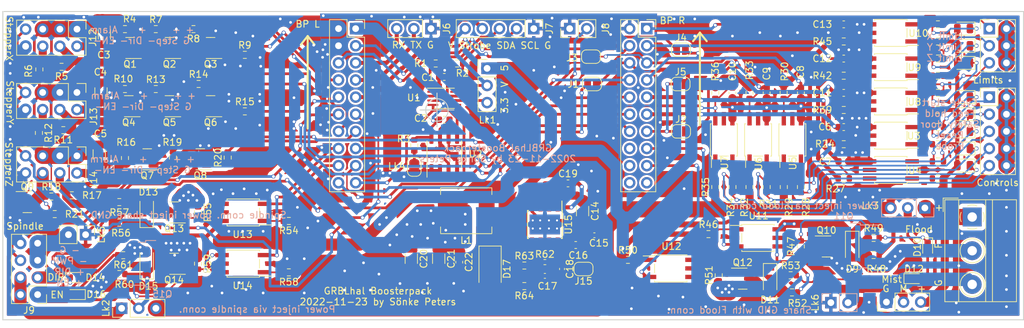
<source format=kicad_pcb>
(kicad_pcb (version 20211014) (generator pcbnew)
  (title_block (title "GRBLhal Boosterpack") (date "2022-11-23") (rev "1.00") (comment 1 "ruined by Sönke Peters") (comment 2 "based on work by Terje Io and Expatria Technologies"))
  (layers (0 "F.Cu" signal) (31 "B.Cu" signal) (34 "B.Paste" user) (35 "F.Paste" user) (36 "B.SilkS" user "B.Silkscreen") (37 "F.SilkS" user "F.Silkscreen") (38 "B.Mask" user) (39 "F.Mask" user) (44 "Edge.Cuts" user))
  (net 0 "")
  (net 1 "+3.3V")
  (net 2 "/VBUS")
  (net 3 "/BP_CS")
  (net 4 "/BP_FH")
  (net 5 "/BP_SD")
  (net 6 "/BP_Reset")
  (net 7 "/BP_PROBE")
  (net 8 "/BP_LimX")
  (net 9 "/BP_LimY")
  (net 10 "/BP_LimZ")
  (net 11 "+12V")
  (net 12 "Net-(C16-Pad1)")
  (net 13 "Net-(C17-Pad1)")
  (net 14 "Net-(C18-Pad1)")
  (net 15 "Net-(C19-Pad1)")
  (net 16 "Net-(C19-Pad2)")
  (net 17 "Net-(D1-Pad1)")
  (net 18 "Net-(D2-Pad1)")
  (net 19 "Net-(D3-Pad1)")
  (net 20 "Net-(D4-Pad1)")
  (net 21 "Net-(D5-Pad1)")
  (net 22 "Net-(D6-Pad1)")
  (net 23 "Net-(D7-Pad1)")
  (net 24 "Net-(D8-Pad1)")
  (net 25 "/Flood/VCC_MOSFET")
  (net 26 "/FLOOD")
  (net 27 "Net-(D10-Pad1)")
  (net 28 "/RST")
  (net 29 "/MIST")
  (net 30 "Net-(D12-Pad1)")
  (net 31 "/SPINDLE_DIR")
  (net 32 "Net-(D14-Pad1)")
  (net 33 "/SPINDLE_EN")
  (net 34 "Net-(D16-Pad1)")
  (net 35 "/Probe")
  (net 36 "/LimX")
  (net 37 "/LimY")
  (net 38 "/LimZ")
  (net 39 "/CS")
  (net 40 "/FH")
  (net 41 "/SD")
  (net 42 "GND")
  (net 43 "/BPL20")
  (net 44 "/BPR13")
  (net 45 "/BPL03")
  (net 46 "/BPL06")
  (net 47 "/Reset")
  (net 48 "/VCCB")
  (net 49 "/UART_TX")
  (net 50 "/UART_RX")
  (net 51 "Net-(J7-Pad2)")
  (net 52 "/Spindle Direction/VCC_MOSFET")
  (net 53 "Net-(J7-Pad3)")
  (net 54 "/BP_KB_Strobe")
  (net 55 "/BP_SPINDLE_PWM")
  (net 56 "/Flood/GND_MOSFET")
  (net 57 "/Stepper_driverconn X/EN-")
  (net 58 "/Stepper_driverconn X/DIR-")
  (net 59 "/Stepper_driverconn X/STEP-")
  (net 60 "/STEPPER_ALARM")
  (net 61 "/Stepper_driverconn Y/EN-")
  (net 62 "/Stepper_driverconn Y/DIR-")
  (net 63 "/Stepper_driverconn Y/STEP-")
  (net 64 "/Stepper_driverconn Z/EN-")
  (net 65 "/Stepper_driverconn Z/DIR-")
  (net 66 "/Stepper_driverconn Z/STEP-")
  (net 67 "/BP_GPIO3")
  (net 68 "/BP_GPIO2")
  (net 69 "/BP_GPIO1")
  (net 70 "/BP_GPIO0")
  (net 71 "/STEPPER_X_STEP")
  (net 72 "/STEPPER_Y_STEP")
  (net 73 "/STEPPER_Z_STEP")
  (net 74 "/STEPPER_Z_DIR")
  (net 75 "/STEPPER_EN_XY")
  (net 76 "/BP_SPINDLE_EN")
  (net 77 "/BP_SCL")
  (net 78 "/BP_SPINDLE_DIR")
  (net 79 "/BP_SDA")
  (net 80 "/STEPPER_EN_Z")
  (net 81 "/STEPPER_X_DIR")
  (net 82 "/STEPPER_Y_DIR")
  (net 83 "/BP_FLOOD")
  (net 84 "/BP_MIST")
  (net 85 "Net-(Q1-Pad1)")
  (net 86 "Net-(Q2-Pad1)")
  (net 87 "Net-(Q3-Pad1)")
  (net 88 "Net-(Q4-Pad1)")
  (net 89 "Net-(Q5-Pad1)")
  (net 90 "Net-(Q6-Pad1)")
  (net 91 "Net-(Q7-Pad1)")
  (net 92 "Net-(Q8-Pad1)")
  (net 93 "Net-(Q9-Pad1)")
  (net 94 "Net-(Q10-Pad1)")
  (net 95 "Net-(Q12-Pad1)")
  (net 96 "Net-(Q14-Pad1)")
  (net 97 "Net-(R23-Pad2)")
  (net 98 "Net-(R26-Pad2)")
  (net 99 "Net-(R29-Pad2)")
  (net 100 "Net-(R32-Pad2)")
  (net 101 "Net-(R35-Pad2)")
  (net 102 "Net-(R38-Pad2)")
  (net 103 "Net-(R41-Pad2)")
  (net 104 "Net-(R44-Pad2)")
  (net 105 "Net-(R46-Pad2)")
  (net 106 "Net-(R50-Pad2)")
  (net 107 "Net-(R54-Pad2)")
  (net 108 "Net-(R58-Pad2)")
  (net 109 "Net-(R63-Pad2)")
  (net 110 "/Spindle Direction/GND_MOSFET")
  (net 111 "Net-(J9-Pad2)")
  (net 112 "Net-(J10-Pad3)")
  (net 113 "Net-(J15-Pad2)")
  (net 114 "Net-(Lk4-Pad2)")
  (net 115 "Net-(Q13-Pad1)")
  (footprint "Resistor_SMD:R_0603_1608Metric" (layer "F.Cu") (at 80.025038 127.231467 -90)
    (fp_text reference "R12")
    (fp_text value "4k7")
  )
  (footprint "Package_TO_SOT_SMD:SOT-23" (layer "F.Cu") (at 103.964 131.142 180)
    (fp_text reference "Q8")
    (fp_text value "MMBT5551")
  )
  (footprint "Capacitor_SMD:C_0603_1608Metric" (layer "F.Cu") (at 193.04 121.285 -90)
    (fp_text reference "C8")
    (fp_text value "100n")
  )
  (footprint "Capacitor_SMD:C_0603_1608Metric" (layer "F.Cu") (at 199.39 121.285)
    (fp_text reference "C11")
    (fp_text value "100n")
  )
  (footprint "Resistor_SMD:R_0603_1608Metric" (layer "F.Cu") (at 199.39 128.905 180)
    (fp_text reference "R24")
    (fp_text value "10k")
  )
  (footprint "Resistor_SMD:R_0603_1608Metric" (layer "F.Cu") (at 199.39 133.985 180)
    (fp_text reference "R27")
    (fp_text value "10k")
  )
  (footprint "Capacitor_SMD:C_1206_3216Metric" (layer "F.Cu") (at 139.319 145.885 -90)
    (fp_text reference "C21")
    (fp_text value "22u")
  )
  (footprint "Package_TO_SOT_SMD:SOT-23" (layer "F.Cu") (at 93.55 114.632 180)
    (fp_text reference "Q1")
    (fp_text value "MMBT5551")
  )
  (footprint "Resistor_SMD:R_0603_1608Metric" (layer "F.Cu") (at 81.8642 136.6648)
    (fp_text reference "R18")
    (fp_text value "4k7")
  )
  (footprint "Resistor_SMD:R_0603_1608Metric" (layer "F.Cu") (at 213.36 111.125 180)
    (fp_text reference "R43" hide)
    (fp_text value "4k7")
  )
  (footprint "Jumper:SolderJumper-2_P1.3mm_Open_RoundedPad1.0x1.5mm" (layer "F.Cu") (at 161.91 115.913)
    (fp_text reference "J3")
    (fp_text value "0")
  )
  (footprint "Connector_PinHeader_2.54mm:PinHeader_1x05_P2.54mm_Vertical" (layer "F.Cu") (at 153.411 111.76 -90)
    (fp_text reference "J7")
    (fp_text value "I2C")
  )
  (footprint "Package_TO_SOT_SMD:SOT-23" (layer "F.Cu") (at 105.488 114.632 180)
    (fp_text reference "Q3")
    (fp_text value "MMBT5551")
  )
  (footprint "Resistor_SMD:R_0603_1608Metric" (layer "F.Cu") (at 185.42 135.255 90)
    (fp_text reference "R32")
    (fp_text value "2k2")
  )
  (footprint "Capacitor_SMD:C_0603_1608Metric" (layer "F.Cu") (at 182.88 121.285 -90)
    (fp_text reference "C10")
    (fp_text value "100n")
  )
  (footprint "TerminalBlock_MetzConnect:TerminalBlock_MetzConnect_Type011_RT05503HBWC_1x03_P5.00mm_Horizontal" (layer "F.Cu") (at 218.44 139.7 -90)
    (fp_text reference "J11" hide)
    (fp_text value "Flood")
  )
  (footprint "Package_TO_SOT_SMD:SOT-23" (layer "F.Cu") (at 100.0755 146.636 180)
    (fp_text reference "Q14")
    (fp_text value "AO3400A")
  )
  (footprint "Connector_PinHeader_2.54mm:PinHeader_2x04_P2.54mm_Vertical" (layer "F.Cu") (at 79.834 151.208 180)
    (fp_text reference "J9")
    (fp_text value "Spindle")
  )
  (footprint "Package_TO_SOT_SMD:SOT-23" (layer "F.Cu") (at 100.0755 139.016 180)
    (fp_text reference "Q13")
    (fp_text value "AO3400A")
  )
  (footprint "Package_TO_SOT_SMD:SOT-23" (layer "F.Cu") (at 99.392 123.268 180)
    (fp_text reference "Q5")
    (fp_text value "MMBT5551")
  )
  (footprint "Package_SO:SOIC-8_3.9x4.9mm_P1.27mm" (layer "F.Cu") (at 140.144 130.353 90)
    (fp_text reference "U2")
    (fp_text value "M24C64")
  )
  (footprint "Resistor_SMD:R_0603_1608Metric" (layer "F.Cu") (at 167.386 146.05)
    (fp_text reference "R50")
    (fp_text value "510")
  )
  (footprint "Connector_PinHeader_2.54mm:PinHeader_2x04_P2.54mm_Vertical" (layer "F.Cu") (at 85.666 121.231 -90)
    (fp_text reference "J13")
    (fp_text value "StepperDrv")
  )
  (footprint "Resistor_SMD:R_0603_1608Metric" (layer "F.Cu") (at 180.34 135.255 90)
    (fp_text reference "R35")
    (fp_text value "2k2")
  )
  (footprint "Jumper:SolderJumper-2_P1.3mm_Open_RoundedPad1.0x1.5mm" (layer "F.Cu") (at 175.195495 119.975529)
    (fp_text reference "J5")
    (fp_text value "0")
  )
  (footprint "Connector_PinHeader_2.54mm:PinHeader_1x03_P2.54mm_Vertical" (layer "F.Cu") (at 92.295 153.24 90)
    (fp_text reference "Lk2")
    (fp_text value "VDrvSel")
  )
  (footprint "LED_SMD:LED_0603_1608Metric" (layer "F.Cu") (at 209.804 148.844)
    (fp_text reference "D12")
    (fp_text value "LED wt")
  )
  (footprint "Resistor_SMD:R_0603_1608Metric" (layer "F.Cu") (at 92.788 130.951 90)
    (fp_text reference "R16")
    (fp_text value "4k7")
  )
  (footprint "Diode_SMD:D_SOD-123" (layer "F.Cu") (at 96.0115 146.636 90)
    (fp_text reference "D15")
    (fp_text value "B5819W SL")
  )
  (footprint "Jumper:SolderJumper-2_P1.3mm_Open_RoundedPad1.0x1.5mm" (layer "F.Cu") (at 160.797 147.409 180)
    (fp_text reference "J15")
    (fp_text value "5V off")
  )
  (footprint "Resistor_SMD:R_0603_1608Metric" (layer "F.Cu") (at 190.48 121.285 90)
    (fp_text reference "R30")
    (fp_text value "10k")
  )
  (footprint "Library:SO-5_4.4x3.6mm_P1.27mm_fake" (layer "F.Cu") (at 173.736 147.32)
    (fp_text reference "U12")
    (fp_text value "EL357N(B)")
  )
  (footprint "Resistor_SMD:R_0603_1608Metric" (layer "F.Cu") (at 213.36 133.985 180)
    (fp_text reference "R26" hide)
    (fp_text value "2k2")
  )
  (footprint "Resistor_SMD:R_0603_1608Metric" (layer "F.Cu") (at 199.39 123.825 180)
    (fp_text reference "R39")
    (fp_text value "10k")
  )
  (footprint "Package_SO:SSOP-8_2.95x2.8mm_P0.65mm" (layer "F.Cu") (at 140.144 122.098)
    (fp_text reference "U1")
    (fp_text value "TCA9406")
  )
  (footprint "Library:SO-5_4.4x3.6mm_P1.27mm_fake" (layer "F.Cu") (at 110.3375 139.016 180)
    (fp_text reference "U13")
    (fp_text value "EL357N(B)")
  )
  (footprint "Resistor_SMD:R_0603_1608Metric" (layer "F.Cu") (at 213.36 131.445)
    (fp_text reference "R25" hide)
    (fp_text value "4k7")
  )
  (footprint "Capacitor_SMD:C_1206_3216Metric" (layer "F.Cu") (at 160.655 138.822 -90)
    (fp_text reference "C14")
    (fp_text value "10u")
  )
  (footprint "Resistor_SMD:R_0603_1608Metric" (layer "F.Cu") (at 91.9475 148.16)
    (fp_text reference "R60")
    (fp_text value "4,7k")
  )
  (footprint "Capacitor_SMD:C_0603_1608Metric" (layer "F.Cu") (at 158.496 134.709)
    (fp_text reference "C19")
    (fp_text value "100n")
  )
  (footprint "Library:SO-5_4.4x3.6mm_P1.27mm_fake" (layer "F.Cu") (at 191.77 128.27 90)
    (fp_text reference "U5")
    (fp_text value "EL357N(B)")
  )
  (footprint "Resistor_SMD:R_0603_1608Metric" (layer "F.Cu") (at 213.36 118.745 180)
    (fp_text reference "R41" hide)
    (fp_text value "2k2")
  )
  (footprint "Resistor_SMD:R_0603_1608Metric" (layer "F.Cu") (at 152.019 149.949 180)
    (fp_text reference "R64")
    (fp_text value "2k")
  )
  (footprint "Package_TO_SOT_SMD:SOT-23" (layer "F.Cu") (at 93.359 123.268 180)
    (fp_text reference "Q4")
    (fp_text value "MMBT5551")
  )
  (footprint "Resistor_SMD:R_0603_1608Metric" (layer "F.Cu") (at 213.36 123.825 180)
    (fp_text reference "R38" hide)
    (fp_text value "2k2")
  )
  (footprint "Resistor_SMD:R_0603_1608Metric" (layer "F.Cu") (at 83.39 117.426 180)
    (fp_text reference "R5")
    (fp_text value "4k7")
  )
  (footprint "Capacitor_SMD:C_0603_1608Metric" (layer "F.Cu") (at 140.144 125.273)
    (fp_text reference "C2")
    (fp_text value "100n")
  )
  (footprint "Resistor_SMD:R_0603_1608Metric" (layer "F.Cu") (at 97.36 111.838)
    (fp_text reference "R7")
    (fp_text value "2k2")
  )
  (footprint "Capacitor_SMD:C_0603_1608Metric" (layer "F.Cu") (at 142.367 146.393 -90)
    (fp_text reference "C22")
    (fp_text value "100n")
  )
  (footprint "Diode_SMD:D_SOD-123" (layer "F.Cu") (at 96.0115 139.016 90)
    (fp_text reference "D13")
    (fp_text value "B5819W SL")
  )
  (footprint "Resistor_SMD:R_0603_1608Metric" (layer "F.Cu") (at 193.04 135.255 -90)
    (fp_text reference "R28")
    (fp_text value "4k7")
  )
  (footprint "Connector_PinSocket_2.54mm:PinSocket_2x10_P2.54mm_Vertical" (layer "F.Cu") (at 170.18 111.76)
    (fp_text reference "P6" hide)
    (fp_text value "BPConnR")
  )
  (footprint "Capacitor_SMD:C_0402_1005Metric" (layer "F.Cu") (at 155.067 148.425)
    (fp_text reference "C17")
    (fp_text value "10p")
  )
  (footprint "Package_TO_SOT_SMD:SOT-23" (layer "F.Cu") (at 105.488 123.268 180)
    (fp_text reference "Q6")
    (fp_text value "MMBT5551")
  )
  (footprint "Capacitor_SMD:C_1206_3216Metric" (layer "F.Cu") (at 89.232 121.236 -90)
    (fp_text reference "C4")
    (fp_text value "22uF 10V")
  )
  (footprint "Resistor_SMD:R_0603_1608Metric" (layer "F.Cu") (at 203.815 145.335)
    (fp_text reference "R48")
    (fp_text value "4,7k")
  )
  (footprint "Package_TO_SOT_SMD:SOT-23" (layer "F.Cu") (at 96.09 131.142 180)
    (fp_text reference "Q7")
    (fp_text value "MMBT5551")
  )
  (footprint "Resistor_SMD:R_0603_1608Metric" (layer "F.Cu") (at 80.090855 117.810918 -90)
    (fp_text reference "R6")
    (fp_text value "4k7")
  )
  (footprint "Library:SO-5_4.4x3.6mm_P1.27mm_fake" (layer "F.Cu") (at 206.375 117.475 180)
    (fp_text reference "U9")
    (fp_text value "EL357N(B)")
  )
  (footprint "Resistor_SMD:R_0603_1608Metric" (layer "F.Cu") (at 103.6315 139.016 -90)
    (fp_text reference "R55")
    (fp_text value "1k")
  )
  (footprint "Capacitor_SMD:C_0603_1608Metric" (layer "F.Cu") (at 199.39 131.445)
    (fp_text reference "C7")
    (fp_text value "100n")
  )
  (footprint "Resistor_SMD:R_0603_1608Metric" (layer "F.Cu") (at 213.36 116.205 180)
    (fp_text reference "R40" hide)
    (fp_text value "4k7")
  )
  (footprint "Library:SO-5_4.4x3.6mm_P1.27mm_fake" (layer "F.Cu") (at 181.61 128.27 90)
    (fp_text reference "U7")
    (fp_text value "EL357N(B)")
  )
  (footprint "Capacitor_SMD:C_0603_1608Metric" (layer "F.Cu") (at 159.639 143.853)
    (fp_text reference "C16")
    (fp_text value "8.2n")
  )
  (footprint "LED_SMD:LED_0805_2012Metric" (layer "F.Cu") (at 217.17 124.46 180)
    (fp_text reference "D2" hide)
    (fp_text value "LED y")
  )
  (footprint "Resistor_SMD:R_0603_1608Metric" (layer "F.Cu") (at 191.516 148.336)
    (fp_text reference "R53")
    (fp_text value "4,7k")
  )
  (footprint "Library:SO-5_4.4x3.6mm_P1.27mm_fake" (layer "F.Cu") (at 186.69 128.27 90)
    (fp_text reference "U6")
    (fp_text value "EL357N(B)")
  )
  (footprint "Connector_PinHeader_2.54mm:PinHeader_2x05_P2.54mm_Vertical" (layer "F.Cu") (at 220.98 121.92)
    (fp_text reference "P1" hide)
    (fp_text value "Control")
  )
  (footprint "Capacitor_SMD:C_1206_3216Metric" (layer "F.Cu") (at 89.74 112.6 -90)
    (fp_text reference "C3")
    (fp_text value "22uF 10V")
  )
  (footprint "Capacitor_SMD:C_1206_3216Metric" (layer "F.Cu") (at 88.978 130.429 -90)
    (fp_text reference "C5")
    (fp_text value "22uF 10V")
  )
  (footprint "Resistor_SMD:R_0603_1608Metric" (layer "F.Cu") (at 92.534 145.366 180)
    (fp_text reference "R61")
    (fp_text value "4,7k")
  )
  (footprint "Resistor_SMD:R_0603_1608Metric" (layer "F.Cu") (at 193.02 144.065 90)
    (fp_text reference "R47")
    (fp_text value "1k")
  )
  (footprint "Library:SO-5_4.4x3.6mm_P1.27mm_fake" (layer "F.Cu") (at 206.375 122.555 180)
    (fp_text reference "U8")
    (fp_text value "EL357N(B)")
  )
  (footprint "Resistor_SMD:R_0603_1608Metric" (layer "F.Cu") (at 213.36 113.665 180)
    (fp_text reference "R44" hide)
    (fp_text value "2k2")
  )
  (footprint "Resistor_SMD:R_0603_1608Metric" (layer "F.Cu") (at 191.707 150.876)
    (fp_text reference "R52")
    (fp_text value "4,7k")
  )
  (footprint "Diode_SMD:D_SOD-123" (layer "F.Cu") (at 188.468 148.844 -90)
    (fp_text reference "D11")
    (fp_text value "B5819W SL")
  )
  (footprint "Resistor_SMD:R_0603_1608Metric" (layer "F.Cu") (at 185.42 121.285 90)
    (fp_text reference "R33")
    (fp_text value "10k")
  )
  (footprint "Connector_PinSocket_2.54mm:PinSocket_2x10_P2.54mm_Vertical" (layer "F.Cu") (at 126.999999 111.76)
    (fp_text reference "P5" hide)
    (fp_text value "BPConnL")
  )
  (footprint "Resistor_SMD:R_0603_1608Metric" (layer "F.Cu") (at 199.39 118.745 180)
    (fp_text reference "R42")
    (fp_text value "10k")
  )
  (footprint "Resistor_SMD:R_0603_1608Metric" (layer "F.Cu") (at 180.848 148.336 90)
    (fp_text reference "R51")
    (fp_text value "1k")
  )
  (footprint "Connector_PinHeader_2.54mm:PinHeader_1x03_P2.54mm_Vertical" (layer "F.Cu") (at 146.494 117.653)
    (fp_text reference "Lk1")
    (fp_text value "I2CDrv")
  )
  (footprint "Jumper:SolderJumper-2_P1.3mm_Open_RoundedPad1.0x1.5mm" (layer "F.Cu") (at 175.26 127)
    (fp_text reference "J2")
    (fp_text value "0")
  )
  (footprint "Capacitor_SMD:C_0603_1608Metric" (layer "F.Cu") (at 199.39 116.205)
    (fp_text reference "C12")
    (fp_text value "100n")
  )
  (footprint "Resistor_SMD:R_0603_1608Metric" (layer "F.Cu") (at 203.815 142.795)
    (fp_text reference "R49")
    (fp_text value "4,7k")
  )
  (footprint "Package_TO_SOT_SMD:SOT-23" (layer "F.Cu") (at 196.83 144.065)
    (fp_text reference "Q10")
    (fp_text value "AO3400A")
  )
  (footprint "Library:SO-5_4.4x3.6mm_P1.27mm_fake" (layer "F.Cu") (at 206.375 112.395 180)
    (fp_text reference "U10")
    (fp_text value "EL357N(B)")
  )
  (footprint "Resistor_SMD:R_0402_1005Metric" (layer "F.Cu") (at 155.067 146.393)
    (fp_text reference "R62")
    (fp_text value "51k")
  )
  (footprint "Jumper:SolderJumper-2_P1.3mm_Open_RoundedPad1.0x1.5mm" (layer "F.Cu") (at 135.699 132.258 90)
    (fp_text reference "Lk4")
    (fp_text value "EEPROMaddr")
  )
  (footprint "Resistor_SMD:R_0603_1608Metric" (layer "F.Cu") (at 138.874 116.929 180)
    (fp_text reference "R1")
    (fp_text value "6K8")
  )
  (footprint "Connector_PinHeader_2.54mm:PinHeader_2x03_P2.54mm_Vertical" (layer "F.Cu") (at 220.98 111.76)
    (fp_text reference "P2" hide)
    (fp_text value "Limits")
  )
  (footprint "LED_SMD:LED_0805_2012Metric" (layer "F.Cu") (at 217.17 129.54 180)
    (fp_text reference "D4" hide)
    (fp_text value "LED y")
  )
  (footprint "LED_SMD:LED_0603_1608Metric" (layer "F.Cu") (at 211.836 144.272 -90)
    (fp_text reference "D10")
    (fp_text value "LED wt")
  )
  (footprint "Resistor_SMD:R_0603_1608Metric" (layer "F.Cu") (at 182.88 135.255 -90)
    (fp_text reference "R34")
    (fp_text value "4k7")
  )
  (footprint "Resistor_SMD:R_0603_1608Metric" (layer "F.Cu") (at 103.6315 146.6183 -90)
    (fp_text reference "R59")
    (fp_text value "1k")
  )
  (footprint "LED_SMD:LED_0805_2012Metric" (layer "F.Cu") (at 217.17 116.84 180)
    (fp_text reference "D6" hide)
    (fp_text value "LED y")
  )
  (footprint "Capacitor_SMD:C_0402_1005Metric" (layer "F.Cu") (at 157.607 147.409 -90)
    (fp_text reference "C18")
    (fp_text value "6.8n")
  )
  (footprint "Resistor_SMD:R_0603_1608Metric" (layer "F.Cu") (at 199.39 113.665 180)
    (fp_text reference "R45")
    (fp_text value "10k")
  )
  (footprint "Resistor_SMD:R_0603_1608Metric" (layer "F.Cu") (at 110.568 115.648)
    (fp_text reference "R9")
    (fp_text value "2k2")
  )
  (footprint "Resistor_SMD:R_0603_1608Metric" (layer "F.Cu") (at 108.028 130.888 90)
    (fp_text reference "R20")
    (fp_text value "2k2")
  )
  (footprint "LED_SMD:LED_0805_2012Metric" (layer "F.Cu") (at 217.17 111.76 180)
    (fp_text reference "D8" hide)
    (fp_text value "LED y")
  )
  (footprint "Capacitor_SMD:C_0603_1608Metric" (layer "F.Cu") (at 199.39 111.125)
    (fp_text reference "C13")
    (fp_text value "100n")
  )
  (footprint "Resistor_SMD:R_0603_1608Metric" (layer "F.Cu") (at 82.374 139.27)
    (fp_text reference "R21")
    (fp_text value "2k2")
  )
  (footprint "Resistor_SMD:R_0603_1608Metric" (layer "F.Cu") (at 91.9475 140.54)
    (fp_text reference "R56")
    (fp_text value "4,7k")
  )
  (footprint "Resistor_SMD:R_0603_1608Metric" (layer "F.Cu") (at 103.71 119.966)
    (fp_text reference "R14")
    (fp_text value "2k2")
  )
  (footprint "Connector_PinHeader_2.54mm:PinHeader_2x04_P2.54mm_Vertical" (layer "F.Cu") (at 85.666 130.629 -90)
    (fp_text reference "J14")
    (fp_text value "StepperDrv")
  )
  (footprint "Resistor_SMD:R_0603_1608Metric" (layer "F.Cu") (at 117.0935 147.906 180)
    (fp_text reference "R58")
    (fp_text value "510")
  )
  (footprint "LED_SMD:LED_0805_2012Metric" (layer "F.Cu") (at 217.17 127 180)
    (fp_text reference "D3" hide)
    (fp_text value "LED y")
  )
  (footprint "Library:SO-5_4.4x3.6mm_P1.27mm_fake" (layer "F.Cu") (at 206.375 127.635 180)
    (fp_text reference "U3")
    (fp_text value "EL357N(B)")
  )
  (footprint "Connector_PinHeader_2.54mm:PinHeader_1x02_P2.54mm_Vertical" (layer "F.Cu") (at 158.745 111.76 90)
    (fp_text reference "J8")
    (fp_text value "RESET")
  )
  (footprint "Resistor_SMD:R_0603_1608Metric" (layer "F.Cu") (at 179.324 142.24)
    (fp_text reference "R46")
    (fp_text value "510")
  )
  (footprint "Resistor_SMD:R_0603_1608Metric" (layer "F.Cu") (at 142.049 116.929)
    (fp_text reference "R2")
    (fp_text value "6K8")
  )
  (footprint "Package_TO_SOT_SMD:SOT-23" (layer "F.Cu") (at 184.404 148.844)
    (fp_text reference "Q12")
    (fp_text value "AO3400A")
  )
  (footprint "Jumper:SolderJumper-2_P1.3mm_Open_RoundedPad1.0x1.5mm" (layer "F.Cu") (at 162.052 119.977)
    (fp_text reference "J1")
    (fp_text value "0")
  )
  (footprint "Resistor_SMD:R_0603_1608Metric" (layer "F.Cu") (at 152.019 146.901)
    (fp_text reference "R63")
    (fp_text value "10k")
  )
  (footprint "Resistor_SMD:R_0603_1608Metric" (layer "F.Cu") (at 97.36 120.728)
    (fp_text reference "R13")
    (fp_text value "2k2")
  )
  (footprint "Jumper:SolderJumper-2_P1.3mm_Open_RoundedPad1.0x1.5mm" (layer "F.Cu") (at 175.26 114.897)
    (fp_text reference "J4")
    (fp_text value "0")
  )
  (footprint "Resistor_SMD:R_0603_1608Metric" (layer "F.Cu") (at 92.788 120.728 180)
    (fp_text reference "R10")
    (fp_text value "4k7")
  )
  (footprint "Capacitor_SMD:C_0402_1005Metric" (layer "F.Cu") (at 162.4076 142.4052 180)
    (fp_text reference "C15")
    (fp_text value "10n")
  )
  (footprint "Package_TO_SOT_SMD:SOT-23" (layer "F.Cu") (at 99.392 114.632 180)
    (fp_text reference "Q2")
    (fp_text value "MMBT5551")
  )
  (footprint "Library:SO-5_4.4x3.6mm_P1.27mm_fake" (layer "F.Cu") (at 186.67 142.795)
    (fp_text reference "U11")
    (fp_text value "EL357N(B)")
  )
  (footprint "LED_SMD:LED_0603_1608Metric" (layer "F.Cu") (at 85.422 148.668)
    (fp_text reference "D14")
    (fp_text value "LED wt")
  )
  (footprint "Resistor_SMD:R_0603_1608Metric" (layer "F.Cu") (at 180.34 121.285 90)
    (fp_text reference "R36")
    (fp_text value "10k")
  )
  (footprint "Capacitor_SMD:C_0603_1608Metric" (layer "F.Cu") (at 199.39 126.365)
    (fp_text reference "C6")
    (fp_text value "100n")
  )
  (footprint "LED_SMD:LED_0805_2012Metric" (layer "F.Cu") (at 217.17 114.3 180)
    (fp_text reference "D7" hide)
    (fp_text value "LED y")
  )
  (footprint "Inductor_SMD:L_Neosid_SM-PIC0602H" (layer "F.Cu") (at 143.401 138.773 180)
    (fp_text reference "L1")
    (fp_text value "33uH")
  )
  (footprint "LED_SMD:LED_0805_2012Metric" (layer "F.Cu") (at 217.17 121.92 180)
    (fp_text reference "D1" hide)
    (fp_text value "LED y")
  )
  (footprint "Library:SO-5_4.4x3.6mm_P1.27mm_fake" (layer "F.Cu") (at 206.375 132.715 180)
    (fp_text reference "U4")
    (fp_text value "EL357N(B)")
  )
  (footprint "Resistor_SMD:R_0603_1608Metric" (layer "F.Cu") (at 84.914 136.476)
    (fp_text reference "R17")
    (fp_text value "4k7")
  )
  (footprint "LED_SMD:LED_0603_1608Metric" (layer "F.Cu") (at 85.422 151.208 180)
    (fp_text reference "D16")
    (fp_text value "LED wt")
  )
  (footprint "Capacitor_SMD:C_1206_3216Metric" (layer "F.Cu") (at 135.255 145.885 -90)
    (fp_text reference "C20")
    (fp_text value "22u")
  )
  (footprint "Diode_SMD:D_SMA" (layer "F.Cu") (at 146.939 147.409 -90)
    (fp_text reference "D17")
    (fp_text value "SS54")
  )
  (footprint "Resistor_SMD:R_0603_1608Metric" (layer "F.Cu") (at 117.0935 140.286 180)
    (fp_text reference "R54")
    (fp_text value "510")
  )
  (footprint "Capacitor_SMD:C_0603_1608Metric" (layer "F.Cu") (at 140.144 118.923 180)
    (fp_text reference "C1")
    (fp_text value "100n")
  )
  (footprint "Resistor_SMD:R_0603_1608Metric" (layer "F.Cu") (at 213.36 121.285 180)
    (fp_text reference "R37" hide)
    (fp_text value "4k7")
  )
  (footprint "Resistor_SMD:R_0603_1608Metric" (layer "F.Cu") (at 213.36 126.365)
    (fp_text reference "R22" hide)
    (fp_text value "4k7")
  )
  (footprint "Resistor_SMD:R_0603_1608Metric" (layer "F.Cu") (at 187.96 135.255 -90)
    (fp_text reference "R31")
    (fp_text value "4k7")
  )
  (footprint "Resistor_SMD:R_0603_1608Metric" (layer "F.Cu") (at 99.9 130.888 90)
    (fp_text reference "R19")
    (fp_text value "2k2")
  )
  (footprint "Capacitor_SMD:C_0603_1608Metric" (layer "F.Cu") (at 187.96 121.285 -90)
    (fp_text reference "C9")
    (fp_text value "100n")
  )
  (footprint "Resistor_SMD:R_0603_1608Metric" (layer "F.Cu") (at 102.948 111.838 180)
    (fp_text reference "R8")
    (fp_text value "2k2")
  )
  (footprint "Package_TO_SOT_SMD:SOT-23" (layer "F.Cu") (at 78.31 137.492)
    (fp_text reference "Q9")
    (fp_text value "MMBT5551")
  )
  (footprint "Resistor_SMD:R_0603_1608Metric" (layer "F.Cu") (at 190.5 135.255 90)
    (fp_text reference "R29")
    (fp_text value "2k2")
  )
  (footprint "Resistor_SMD:R_0603_1608Metric" (layer "F.Cu") (at 92.788 111.838 180)
    (fp_text reference "R4")
    (fp_text value "4k7")
  )
  (footprint "Resistor_SMD:R_0603_1608Metric" (layer "F.Cu") (at 83.644 126.824 180)
    (fp_text reference "R11")
    (fp_text value "4k7")
  )
  (footprint "Connector_PinHeader_2.54mm:PinHeader_1x03_P2.54mm_Vertical" (layer "F.Cu") (at 205.72 152.32 90)
    (fp_text reference "J10" hide)
    (fp_text value "Mist")
  )
  (footprint "Connector_PinHeader_2.54mm:PinHeader_1x03_P2.54mm_Vertical" (layer "F.Cu") (at 138.176 111.76 -90)
    (fp_text reference "J6")
    (fp_text value "UART/GPIO")
  )
  (footprint "Library:SO-5_4.4x3.6mm_P1.27mm_fake" (layer "F.Cu") (at 110.3375 146.6183 180)
    (fp_text reference "U14")
    (fp_text value "EL357N(B)")
  )
  (footprint "LED_SMD:LED_0805_2012Metric" (layer "F.Cu") (at 217.17 132.08 180)
    (fp_text reference "D5" hide)
    (fp_text value "LED y")
  )
  (footprint "Resistor_SMD:R_0603_1608Metric" (layer "F.Cu") (at 213.36 128.905 180)
    (fp_text reference "R23" hide)
    (fp_text value "2k2")
  )
  (footprint "Package_SO:TI_SO-PowerPAD-8_ThermalVias" (layer "F.Cu") (at 155.067 140.805 -90)
    (fp_text reference "U15")
    (fp_text value "TPS54331DR")
  )
  (footprint "Resistor_SMD:R_0603_1608Metric" (layer "F.Cu") (at 110.568 124.03)
    (fp_text reference "R15")
    (fp_text value "2k2")
  )
  (footprint "Connector_PinHeader_2.54mm:PinHeader_1x02_P2.54mm_Vertical" (layer "F.Cu") (at 86.951 142.318 -90)
    (fp_text reference "Lk5")
    (fp_text value "VDrvGND")
  )
  (footprint "Resistor_SMD:R_0603_1608Metric" (layer "F.Cu") (at 91.9475 137.492 180)
    (fp_text reference "R57")
    (fp_text value "4,7k")
  )
  (footprint "Diode_SMD:D_SOD-123" (layer "F.Cu") (at 200.64 144.065 -90)
    (fp_text reference "D9")
    (fp_text value "B5819W SL")
  )
  (footprint "Connector_PinHeader_2.54mm:PinHeader_2x04_P2.54mm_Vertical" (layer "F.Cu") (at 85.676 111.838 -90)
    (fp_text reference "J12")
    (fp_text value "StepperDrv")
  )
  (footprint "Resistor_SMD:R_0603_1608Metric" (layer "F.Cu") (at 135.699 129.083 90)
    (fp_text reference "R3")
    (fp_text value "10k")
  )
  (footprint "Package_TO_SOT_SMD:TO-252-2" (layer "B.Cu") (at 98.3325 146.635)
    (fp_text reference "Q15")
    (fp_text value "HSU3016")
  )
  (footprint "Connector_PinHeader_2.54mm:PinHeader_1x03_P2.54mm_Vertical" (layer "B.Cu") (at 211.42 138.35 90)
    (fp_text reference "Lk3")
    (fp_text value "VDrvSel")
  )
  (footprint "Package_TO_SOT_SMD:TO-252-2" (layer "B.Cu") (at 199.37 144.065 180)
    (fp_text reference "Q11")
    (fp_text value "HSU3016")
  )
  (footprint "Connector_PinHeader_2.54mm:PinHeader_1x02_P2.54mm_Vertical" (layer "B.Cu") (at 197.48 152.4 -90)
    (fp_text reference "Lk6")
    (fp_text value "VDrvGND")
  )
  (gr_line (start 178.054 112.357) (end 179.07 113.627) (layer "F.SilkS") (width 0.3))
  (gr_line (start 177.038 113.627) (end 178.054 112.357) (layer "F.SilkS") (width 0.3))
  (gr_line (start 178.054 126.073) (end 178.054 112.357) (layer "F.SilkS") (width 0.3))
  (gr_line (start 119.888 112.865) (end 120.904 114.135) (layer "F.SilkS") (width 0.3))
  (gr_line (start 119.888 126.581) (end 119.888 112.865) (layer "F.SilkS") (width 0.3))
  (gr_line (start 118.872 114.135) (end 119.888 112.865) (layer "F.SilkS") (width 0.3))
  (gr_line (start 74.676 109.22) (end 74.676 154.94) (layer "Edge.Cuts") (width 0.15))
  (gr_line (start 226.06 109.22) (end 74.676 109.22) (layer "Edge.Cuts") (width 0.15))
  (gr_line (start 74.676 154.94) (end 109.22 154.94) (layer "Edge.Cuts") (width 0.15))
  (gr_line locked (start 226.06 154.94) (end 226.06 109.22) (layer "Edge.Cuts") (width 0.15))
  (gr_line locked (start 109.22 154.94) (end 226.06 154.94) (layer "Edge.Cuts") (width 0.15))
  (gr_text "- G\n- PWM\n+ DIR\n+ EN" (at 84.582 147.028) (layer "B.SilkS") (effects (font (size 1 1)) (justify mirror)))
  (gr_text "Power inject via Flood conn." (at 193.421 138.011) (layer "B.SilkS") (effects (font (size 1 1)) (justify mirror)))
  (gr_text "+ +     +    Alarm\nG Step- Dir- EN-" (at 95.25 112.738) (layer "B.SilkS") (effects (font (size 1 1)) (justify mirror)))
  (gr_text "Share GND with Flood conn." (at 183.896 153.505) (layer "B.SilkS") (effects (font (size 1 1)) (justify mirror)))
  (gr_text "Limit X\nLimit Y\nLimit Z" (at 214.376 114.516) (layer "B.SilkS") (effects (font (size 1 1)) (justify mirror)))
  (gr_text "+ +     +    Alarm\nG Step- Dir- EN-" (at 95.504 122.517) (layer "B.SilkS") (effects (font (size 1 1)) (justify mirror)))
  (gr_text "GRBLhal Boosterpack\n2022-11-23 by Sönke Peters" (at 148.082 130.264) (layer "B.SilkS") (effects (font (size 1 1)) (justify mirror)))
  (gr_text "+ +     +    Alarm\nG Step- Dir- EN-" (at 95.377 131.915) (layer "B.SilkS") (effects (font (size 1 1)) (justify mirror)))
  (gr_text "Cycle start\nFeed hold\nSafety door\nReset\nProbe" (at 215.138 125.946) (layer "B.SilkS") (effects (font (size 1 1)) (justify mirror)))
  (gr_text "Power inject via spindle conn." (at 112.395 153.378) (layer "B.SilkS") (effects (font (size 1 1)) (justify mirror)))
  (gr_text "Spindle conn. power inject share GND" (at 102.235 139.408) (layer "B.SilkS") (effects (font (size 1 1)) (justify mirror)))
  (gr_text "V Strobe SDA SCL G" (at 148.336 114.262) (layer "F.SilkS") (effects (font (size 1 1))))
  (gr_text "GRBLhal Boosterpack\n2022-11-23 by Sönke Peters" (at 130.302 151.473) (layer "F.SilkS") (effects (font (size 1 1))))
  (target plus (at 139.065 123.825) (size 5) (width 0.15) (layer "Edge.Cuts"))
  (segment (start 191.68 119.26) (end 191.7475 119.1925) (width 0.8) (layer "F.Cu") (net 1))
  (segment (start 198.565 128.905) (end 197.993 128.905) (width 0.6) (layer "F.Cu") (net 1))
  (segment (start 197.2818 128.9686) (end 197.2818 128.6892) (width 0.6) (layer "F.Cu") (net 1))
  (segment (start 191.7475 119.1925) (end 197.0815 113.8585) (width 0.8) (layer "F.Cu") (net 1))
  (segment (start 138.444 122.423) (end 140.088 122.423) (width 0.4) (layer "F.Cu") (net 1))
  (segment (start 197.993 128.905) (end 197.2818 128.1938) (width 0.6) (layer "F.Cu") (net 1))
  (segment (start 197.2818 128.9686) (end 197.9294 128.9686) (width 0.6) (layer "F.Cu") (net 1))
  (segment (start 127.5705 143.7905) (end 117.9185 143.7905) (width 1.8) (layer "F.Cu") (net 1))
  (segment (start 117.9185 140.286) (end 117.9185 143.7905) (width 0.4) (layer "F.Cu") (net 1))
  (segment (start 197.231 123.825) (end 198.565 123.825) (width 0.6) (layer "F.Cu") (net 1))
  (segment (start 184.9245 119.9645) (end 185.42 120.46) (width 1.2) (layer "F.Cu") (net 1))
  (segment (start 195.8605 130.9995) (end 196.215 130.645) (width 0.6) (layer "F.Cu") (net 1))
  (segment (start 198.565 133.985) (end 195.5795 130.9995) (width 0.6) (layer "F.Cu") (net 1))
  (segment (start 130.556 140.805) (end 127.5705 143.7905) (width 1.8) (layer "F.Cu") (net 1))
  (segment (start 197.2818 128.1938) (end 197.178502 128.090502) (width 0.6) (layer "F.Cu") (net 1))
  (segment (start 189.7405 119.7205) (end 190.48 120.46) (width 0.8) (layer "F.Cu") (net 1))
  (segment (start 181.6104 119.1896) (end 182.8546 119.1896) (width 1.2) (layer "F.Cu") (net 1))
  (segment (start 139.369 125.273) (end 138.62 125.273) (width 0.4) (layer "F.Cu") (net 1))
  (segment (start 117.9185 143.7905) (end 117.9185 147.906) (width 0.4) (layer "F.Cu") (net 1))
  (segment (start 180.34 120.46) (end 180.34 119.977) (width 0.8) (layer "F.Cu") (net 1))
  (segment (start 190.48 120.46) (end 194.078 116.862) (width 0.6) (layer "F.Cu") (net 1))
  (segment (start 197.993 128.905) (end 197.7772 128.6892) (width 0.6) (layer "F.Cu") (net 1))
  (segment (start 197.178501 123.877499) (end 197.231 123.825) (width 0.6) (layer "F.Cu") (net 1))
  (segment (start 184.22 119.26) (end 185.629 119.26) (width 0.8) (layer "F.Cu") (net 1))
  (segment (start 141.844 122.423) (end 146.184 122.423) (width 0.4) (layer "F.Cu") (net 1))
  (segment (start 189.48 119.46) (end 189.7405 119.7205) (width 0.8) (layer "F.Cu") (net 1))
  (segment (start 197.993 128.905) (end 197.178502 128.090502) (width 0.6) (layer "F.Cu") (net 1))
  (segment (start 138.62 125.273) (end 138.493 125.4) (width 0.4) (layer "F.Cu") (net 1))
  (segment (start 197.7772 128.6892) (end 197.2818 128.6892) (width 0.6) (layer "F.Cu") (net 1))
  (segment (start 184.22 119.26) (end 184.9245 119.9645) (width 1.2) (layer "F.Cu") (net 1))
  (segment (start 194.078 116.862) (end 197.0815 113.8585) (width 0.6) (layer "F.Cu") (net 1))
  (segment (start 136.079 127.878) (end 135.699 128.258) (width 0.4) (layer "F.Cu") (net 1))
  (segment (start 197.0815 113.8585) (end 197.275 113.665) (width 0.6) (layer "F.Cu") (net 1))
  (segment (start 130.556 140.805) (end 131.572 139.789) (width 1.8) (layer "F.Cu") (net 1))
  (segment (start 180.34 119.977) (end 180.848 119.469) (width 0.8) (layer "F.Cu") (net 1))
  (segment (start 184.9245 119.9645) (end 185.629 119.26) (width 0.8) (layer "F.Cu") (net 1))
  (segment (start 186.42 119.46) (end 189.48 119.46) (width 0.8) (layer "F.Cu") (net 1))
  (segment (start 195.5795 130.9995) (end 195.5795 120.3965) (width 0.6) (layer "F.Cu") (net 1))
  (segment (start 185.42 120.46) (end 186.42 119.46) (width 0.8) (layer "F.Cu") (net 1))
  (segment (start 140.088 122.423) (end 141.844 122.423) (width 0.4) (layer "F.Cu") (net 1))
  (segment (start 190.7515 119.7205) (end 190.9855 119.9545) (width 0.8) (layer "F.Cu") (net 1))
  (segment (start 190.9855 119.9545) (end 191.7475 119.1925) (width 0.8) (layer "F.Cu") (net 1))
  (segment (start 146.184 122.423) (end 146.494 122.733) (width 0.4) (layer "F.Cu") (net 1))
  (segment (start 181.1528 119.469) (end 181.356 119.469) (width 0.8) (layer "F.Cu") (net 1))
  (segment (start 190.48 120.46) (end 190.9855 119.9545) (width 0.8) (layer "F.Cu") (net 1))
  (segment (start 197.9294 128.9686) (end 197.993 128.905) (width 0.6) (layer "F.Cu") (net 1))
  (segment (start 189.7405 119.7205) (end 190.7515 119.7205) (width 0.8) (layer "F.Cu") (net 1))
  (segment (start 185.629 119.26) (end 191.68 119.26) (width 0.8) (layer "F.Cu") (net 1))
  (segment (start 180.848 119.469) (end 181.1528 119.469) (width 0.8) (layer "F.Cu") (net 1))
  (segment (start 138.239 127.878) (end 136.079 127.878) (width 0.4) (layer "F.Cu") (net 1))
  (segment (start 194.078 116.862) (end 194.586 116.862) (width 0.8) (layer "F.Cu") (net 1))
  (segment (start 166.624 144.361) (end 166.624 145.987) (width 1.8) (layer "F.Cu") (net 1))
  (segment (start 182.8546 119.1896) (end 184.1496 119.1896) (width 1.2) (layer "F.Cu") (net 1))
  (segment (start 140.088 122.789) (end 140.017 122.86) (width 0.4) (layer "F.Cu") (net 1))
  (segment (start 197.231 118.745) (end 198.565 118.745) (width 0.6) (layer "F.Cu") (net 1))
  (segment (start 168.745 142.24) (end 166.624 144.361) (width 0.8) (layer "F.Cu") (net 1))
  (segment (start 195.5795 120.3965) (end 196.85 119.126) (width 0.6) (layer "F.Cu") (net 1))
  (segment (start 140.088 122.423) (end 140.088 122.789) (width 0.4) (layer "F.Cu") (net 1))
  (segment (start 178.499 142.24) (end 168.745 142.24) (width 0.8) (layer "F.Cu") (net 1))
  (segment (start 195.5795 130.9995) (end 195.8605 130.9995) (width 0.6) (layer "F.Cu") (net 1))
  (segment (start 196.85 119.126) (end 196.6405 118.9165) (width 0.6) (layer "F.Cu") (net 1))
  (segment (start 184.1496 119.1896) (end 184.22 119.26) (width 1.2) (layer "F.Cu") (net 1))
  (segment (start 180.34 120.46) (end 181.6104 119.1896) (width 1.2) (layer "F.Cu") (net 1))
  (segment (start 138.239 126.403) (end 138.239 127.878) (width 0.4) (layer "F.Cu") (net 1))
  (segment (start 197.275 113.665) (end 198.565 113.665) (width 0.6) (layer "F.Cu") (net 1))
  (segment (start 196.85 119.126) (end 197.231 118.745) (width 0.6) (layer "F.Cu") (net 1))
  (segment (start 197.2818 128.6892) (end 197.2818 128.1938) (width 0.6) (layer "F.Cu") (net 1))
  (segment (start 166.624 145.987) (end 166.561 146.05) (width 1.8) (layer "F.Cu") (net 1))
  (segment (start 139.369 125.273) (end 138.239 126.403) (width 0.4) (layer "F.Cu") (net 1))
  (segment (start 197.178502 128.090502) (end 197.178501 123.877499) (width 0.6) (layer "F.Cu") (net 1))
  (segment (start 194.586 116.862) (end 196.6405 118.9165) (width 0.8) (layer "F.Cu") (net 1))
  (via (at 166.624 144.361) (size 0.6) (drill 0.4) (layers "F.Cu" "B.Cu") (net 1))
  (via (at 131.572 139.789) (size 0.6) (drill 0.4) (layers "F.Cu" "B.Cu") (net 1))
  (via (at 196.215 130.645) (size 0.6) (drill 0.4) (layers "F.Cu" "B.Cu") (net 1))
  (via (at 138.493 125.4) (size 0.6) (drill 0.4) (layers "F.Cu" "B.Cu") (net 1))
  (via (at 182.8546 119.1896) (size 0.6) (drill 0.4) (layers "F.Cu" "B.Cu") (net 1))
  (via (at 140.017 122.86) (size 0.6) (drill 0.4) (layers "F.Cu" "B.Cu") (net 1))
  (via (at 130.556 140.805) (size 0.6) (drill 0.4) (layers "F.Cu" "B.Cu") (net 1))
  (via (at 181.1528 119.469) (size 0.6) (drill 0.4) (layers "F.Cu" "B.Cu") (net 1))
  (via (at 197.2818 128.9686) (size 0.6) (drill 0.4) (layers "F.Cu" "B.Cu") (net 1))
  (segment (start 196.215 130.645) (end 197.2818 129.5782) (width 0.6) (layer "B.Cu") (net 1))
  (segment (start 149.411903 134.320905) (end 149.411903 135.480289) (width 1.8) (layer "B.Cu") (net 1))
  (segment (start 166.624 139.789) (end 166.624 144.361) (width 1.8) (layer "B.Cu") (net 1))
  (segment (start 148.649772 136.741) (end 134.62 136.741) (width 1.8) (layer "B.Cu") (net 1))
  (segment (start 163.3165 129.8775) (end 165.69 132.251) (width 1.8) (layer "B.Cu") (net 1))
  (segment (start 140.017 123.368) (end 140.017 122.86) (width 0.4) (layer "B.Cu") (net 1))
  (segment (start 145.853962 127.2135) (end 150.975499 132.335037) (width 1.8) (layer "B.Cu") (net 1))
  (segment (start 149.411903 135.480289) (end 149.661193 135.729579) (width 1.8) (layer "B.Cu") (net 1))
  (segment (start 150.975499 133.085501) (end 154.8351 133.085501) (width 1.8) (layer "B.Cu") (net 1))
  (segment (start 166.624 139.789) (end 167.768717 139.789) (width 1.8) (layer "B.Cu") (net 1))
  (segment (start 138.493 124.892) (end 140.017 123.368) (width 0.4) (layer "B.Cu") (net 1))
  (segment (start 154.8351 133.085501) (end 158.043101 129.8775) (width 1.8) (layer "B.Cu") (net 1))
  (segment (start 150.975499 133.085501) (end 150.975499 133.501097) (width 1.8) (layer "B.Cu") (net 1))
  (segment (start 158.043101 129.8775) (end 163.3165 129.8775) (width 1.8) (layer "B.Cu") (net 1))
  (segment (start 134.62 136.741) (end 130.556 140.805) (width 1.8) (layer "B.Cu") (net 1))
  (segment (start 150.231711 133.501097) (end 149.411903 134.320905) (width 1.8) (layer "B.Cu") (net 1))
  (segment (start 165.69 138.855) (end 166.624 139.789) (width 1.8) (layer "B.Cu") (net 1))
  (segment (start 176.784 130.773717) (end 176.784 119.977) (width 1.8) (layer "B.Cu") (net 1))
  (segment (start 145.345962 127.2135) (end 145.853962 127.2135) (width 1.8) (layer "B.Cu") (net 1))
  (segment (start 197.2818 129.5782) (end 197.2818 128.9686) (width 0.6) (layer "B.Cu") (net 1))
  (segment (start 167.768717 139.789) (end 176.784 130.773717) (width 1.8) (layer "B.Cu") (net 1))
  (segment (start 138.493 125.4) (end 138.493 124.892) (width 0.4) (layer "B.Cu") (net 1))
  (segment (start 176.784 119.977) (end 182.88 119.977) (width 1.8) (layer "B.Cu") (net 1))
  (segment (start 149.661193 135.729579) (end 148.649772 136.741) (width 1.8) (layer "B.Cu") (net 1))
  (segment (start 126.999999 111.76) (end 129.892462 111.76) (width 1.8) (layer "B.Cu") (net 1))
  (segment (start 150.975499 133.501097) (end 150.231711 133.501097) (width 1.8) (layer "B.Cu") (net 1))
  (segment (start 165.69 132.251) (end 165.69 138.855) (width 1.8) (layer "B.Cu") (net 1))
  (segment (start 182.88 119.977) (end 182.88 119.5605) (width 1.8) (layer "B.Cu") (net 1))
  (segment (start 129.892462 111.76) (end 145.345962 127.2135) (width 1.8) (layer "B.Cu") (net 1))
  (segment (start 150.975499 132.335037) (end 150.975499 133.085501) (width 1.8) (layer "B.Cu") (net 1))
  (segment (start 88.643499 120.349501) (end 86.547499 120.349501) (width 1.2) (layer "F.Cu") (net 2))
  (segment (start 140.371 138.773) (end 141.306 138.773) (width 1.8) (layer "F.Cu") (net 2))
  (segment (start 82.628 111.838) (end 85.676 111.838) (width 2.4) (layer "F.Cu") (net 2))
  (segment (start 89.4415 110.8265) (end 89.74 111.125) (width 2.4) (layer "F.Cu") (net 2))
  (segment (start 81.866 131.909) (end 80.586 130.629) (width 0.2) (layer "F.Cu") (net 2))
  (segment (start 79.336 122.481) (end 79.336 125.654494) (width 0.4) (layer "F.Cu") (net 2))
  (segment (start 78.818 126.849429) (end 80.025038 128.056467) (width 0.4) (layer "F.Cu") (net 2))
  (segment (start 84.516 132.019) (end 84.516 135.253) (width 0.2) (layer "F.Cu") (net 2))
  (segment (start 89.4415 110.8265) (end 91.887465 110.8265) (width 2.4) (layer "F.Cu") (net 2))
  (segment (start 82.628 116.664) (end 82.628 117.363) (width 0.4) (layer "F.Cu") (net 2))
  (segment (start 91.963 120.728) (end 91.963 120.029) (width 1.2) (layer "F.Cu") (net 2))
  (segment (start 142.367 145.618) (end 142.634 145.618) (width 0.6) (layer "F.Cu") (net 2))
  (segment (start 81.866 135.8416) (end 81.866 131.909) (width 0.2) (layer "F.Cu") (net 2))
  (segment (start 91.616 128.954) (end 88.978 128.954) (width 0.4) (layer "F.Cu") (net 2))
  (segment (start 78.928494 126.062) (end 78.818 126.062) (width 0.4) (layer "F.Cu") (net 2))
  (segment (start 85.666 130.629) (end 87.303 130.629) (width 1.2) (layer "F.Cu") (net 2))
  (segment (start 81.886 112.58) (end 81.886 115.922) (width 0.4) (layer "F.Cu") (net 2))
  (segment (start 80.586 121.231) (end 79.336 122.481) (width 0.4) (layer "F.Cu") (net 2))
  (segment (start 80.090855 120.735855) (end 80.586 121.231) (width 0.4) (layer "F.Cu") (net 2))
  (segment (start 87.303 130.629) (end 88.978 128.954) (width 1.2) (layer "F.Cu") (net 2))
  (segment (start 150.936 147.159) (end 145.539 147.159) (width 0.6) (layer "F.Cu") (net 2))
  (segment (start 83.126 130.629) (end 84.516 132.019) (width 0.2) (layer "F.Cu") (net 2))
  (segment (start 140.296 143.433) (end 139.319 144.41) (width 1.8) (layer "F.Cu") (net 2))
  (segment (start 81.876 122.481) (end 81.836 122.481) (width 0.4) (layer "F.Cu") (net 2))
  (segment (start 138.5115 140.6325) (end 140.371 138.773) (width 2.4) (layer "F.Cu") (net 2))
  (segment (start 145.539 147.159) (end 145.539 146.45407) (width 0.6) (layer "F.Cu") (net 2))
  (segment (start 139.319 144.41) (end 139.778 144.869) (width 1.8) (layer "F.Cu") (net 2))
  (segment (start 91.963 120.411) (end 91.963 120.728) (width 1.2) (layer "F.Cu") (net 2))
  (segment (start 81.836 125.841) (end 82.819 126.824) (width 0.4) (layer "F.Cu") (net 2))
  (segment (start 136.652 140.805) (end 138.339 140.805) (width 2.4) (layer "F.Cu") (net 2))
  (segment (start 87.708 111.838) (end 88.7195 110.8265) (width 2.4) (layer "F.Cu") (net 2))
  (segment (start 140.371 138.773) (end 140.371 141.658) (width 1.8) (layer "F.Cu") (net 2))
  (segment (start 88.7195 110.8265) (end 89.4415 110.8265) (width 2.4) (layer "F.Cu") (net 2))
  (segment (start 149.352 135.217) (end 155.956 128.613) (width 1.8) (layer "F.Cu") (net 2))
  (segment (start 145.539 146.45407) (end 144.702929 145.618) (width 0.6) (layer "F.Cu") (net 2))
  (segment (start 79.072 117.617063) (end 79.072 116.156) (width 0.4) (layer "F.Cu") (net 2))
  (segment (start 144.862 135.217) (end 148.844 135.217) (width 1.8) (layer "F.Cu") (net 2))
  (segment (start 142.875 145.377) (end 142.367 144.869) (width 0.6) (layer "F.Cu") (net 2))
  (segment (start 85.666 130.629) (end 80.586 130.629) (width 2.4) (layer "F.Cu") (net 2))
  (segment (start 80.596 111.838) (end 82.628 111.838) (width 2.4) (layer "F.Cu") (net 2))
  (segment (start 80.586 121.231) (end 81.836 122.481) (width 0.4) (layer "F.Cu") (net 2))
  (segment (start 82.6892 136.6648) (end 81.866 135.8416) (width 0.2) (layer "F.Cu") (net 2))
  (segment (start 83.126 121.231) (end 81.876 122.481) (width 0.4) (layer "F.Cu") (net 2))
  (segment (start 89.232 119.761) (end 88.643499 120.349501) (width 1.2) (layer "F.Cu") (net 2))
  (segment (start 151.194 146.901) (end 150.936 147.159) (width 0.6) (layer "F.Cu") (net 2))
  (segment (start 138.339 140.805) (end 138.5115 140.6325) (width 2.4) (layer "F.Cu") (net 2))
  (segment (start 89.232 119.761) (end 91.313 119.761) (width 1.2) (layer "F.Cu") (net 2))
  (segment (start 82.628 111.838) (end 81.886 112.58) (width 0.4) (layer "F.Cu") (net 2))
  (segment (start 81.836 122.481) (end 81.836 125.841) (width 0.4) (layer "F.Cu") (net 2))
  (segment (start 80.090855 118.635918) (end 80.090855 120.735855) (width 0.4) (layer "F.Cu") (net 2))
  (segment (start 78.818 126.062) (end 78.818 126.849429) (width 0.4) (layer "F.Cu") (net 2))
  (segment (start 141.306 138.773) (end 144.862 135.217) (width 1.8) (layer "F.Cu") (net 2))
  (segment (start 140.371 143.358) (end 140.296 143.433) (width 1.8) (layer "F.Cu") (net 2))
  (segment (start 85.676 111.838) (end 87.708 111.838) (width 2.4) (layer "F.Cu") (net 2))
  (segment (start 79.072 116.156) (end 79.346 115.882) (width 0.4) (layer "F.Cu") (net 2))
  (segment (start 144.702929 145.618) (end 142.367 145.618) (width 0.6) (layer "F.Cu") (net 2))
  (segment (start 80.025038 128.056467) (end 80.025038 130.068038) (width 1.2) (layer "F.Cu") (net 2))
  (segment (start 79.346 113.088) (end 80.596 111.838) (width 0.4) (layer "F.Cu") (net 2))
  (segment (start 92.788 130.126) (end 91.616 128.954) (width 0.4) (layer "F.Cu") (net 2))
  (segment (start 80.586 121.231) (end 85.666 121.231) (width 2.4) (layer "F.Cu") (net 2))
  (segment (start 79.336 125.654494) (end 78.928494 126.062) (width 0.4) (layer "F.Cu") (net 2))
  (segment (start 80.025038 130.068038) (end 80.586 130.629) (width 1.2) (layer "F.Cu") (net 2))
  (segment (start 140.371 141.658) (end 140.371 142.3995) (width 1.8) (layer "F.Cu") (net 2))
  (segment (start 89.994 111.379) (end 91.809965 111.379) (width 2.4) (layer "F.Cu") (net 2))
  (segment (start 84.516 135.253) (end 85.739 136.476) (width 0.2) (layer "F.Cu") (net 2))
  (segment (start 82.628 117.363) (end 82.565 117.426) (width 0.4) (layer "F.Cu") (net 2))
  (segment (start 79.346 115.882) (end 79.346 113.088) (width 0.4) (layer "F.Cu") (net 2))
  (segment (start 139.778 144.869) (end 142.367 144.869) (width 1.8) (layer "F.Cu") (net 2))
  (segment (start 148.844 135.217) (end 149.352 135.217) (width 1.8) (layer "F.Cu") (net 2))
  (segment (start 89.74 111.125) (end 89.994 111.379) (width 2.4) (layer "F.Cu") (net 2))
  (segment (start 80.090855 118.635918) (end 79.072 117.617063) (width 0.4) (layer "F.Cu") (net 2))
  (segment (start 86.547499 120.349501) (end 85.666 121.231) (width 1.2) (layer "F.Cu") (net 2))
  (segment (start 142.634 145.618) (end 142.875 145.377) (width 0.6) (layer "F.Cu") (net 2))
  (segment (start 91.313 119.761) (end 91.963 120.411) (width 1.2) (layer "F.Cu") (net 2))
  (segment (start 81.886 115.922) (end 82.628 116.664) (width 0.4) (layer "F.Cu") (net 2))
  (via (at 143.256 140.805) (size 0.6) (drill 0.4) (layers "F.Cu" "B.Cu") (net 2))
  (via (at 155.956 128.613) (size 0.6) (drill 0.4) (layers "F.Cu" "B.Cu") (net 2))
  (via (at 138.176 138.773) (size 0.6) (drill 0.4) (layers "F.Cu" "B.Cu") (net 2))
  (via (at 138.5115 140.6325) (size 0.6) (drill 0.4) (layers "F.Cu" "B.Cu") (net 2))
  (via (at 141.732 142.837) (size 0.6) (drill 0.4) (layers "F.Cu" "B.Cu") (net 2))
  (via (at 136.652 140.805) (size 0.6) (drill 0.4) (layers "F.Cu" "B.Cu") (net 2))
  (via (at 140.296 143.433) (size 0.6) (drill 0.4) (layers "F.Cu" "B.Cu") (net 2))
  (via (at 140.371 141.658) (size 0.6) (drill 0.4) (layers "F.Cu" "B.Cu") (net 2))
  (via (at 132.08 143.853) (size 0.6) (drill 0.4) (layers "F.Cu" "B.Cu") (net 2))
  (via (at 143.256 143.345) (size 0.6) (drill 0.4) (layers "F.Cu" "B.Cu") (net 2))
  (via (at 134.62 140.805) (size 0.6) (drill 0.4) (layers "F.Cu" "B.Cu") (net 2))
  (via (at 135.382 142.583) (size 0.6) (drill 0.4) (layers "F.Cu" "B.Cu") (net 2))
  (via (at 143.256 139.281) (size 0.6) (drill 0.4) (layers "F.Cu" "B.Cu") (net 2))
  (via (at 136.144 138.773) (size 0.6) (drill 0.4) (layers "F.Cu" "B.Cu") (net 2))
  (via (at 133.096 142.329) (size 0.6) (drill 0.4) (layers "F.Cu" "B.Cu") (net 2))
  (via (at 137.668 142.837) (size 0.6) (drill 0.4) (layers "F.Cu" "B.Cu") (net 2))
  (segment (start 155.956 124.465) (end 149.144 117.653) (width 1.8) (layer "B.Cu") (net 2))
  (segment (start 87.916 120.428) (end 87.916 116.441) (width 2.4) (layer "B.Cu") (net 2))
  (segment (start 87.926 116.431) (end 85.9225 118.4345) (width 2.4) (layer "B.Cu") (net 2))
  (segment (start 135.382 142.583) (end 137.16 140.805) (width 2.4) (layer "B.Cu") (net 2))
  (segment (start 115.316 130.137) (end 129.032 143.853) (width 2.4) (layer "B.Cu") (net 2))
  (segment (start 98.044 133.693) (end 100.584 131.153) (width 2.4) (layer "B.Cu") (net 2))
  (segment (start 119.605544 111.76) (end 124.459999 111.76) (width 2.4) (layer "B.Cu") (net 2))
  (segment (start 114.3 131.153) (end 115.316 130.137) (width 2.4) (layer "B.Cu") (net 2))
  (segment (start 155.956 128.613) (end 155.956 124.465) (width 1.8) (layer "B.Cu") (net 2))
  (segment (start 86.005 127.75) (end 88.392 130.137) (width 2.4) (layer "B.Cu") (net 2))
  (segment (start 115.316 130.137) (end 115.316 116.049544) (width 2.4) (layer "B.Cu") (net 2))
  (segment (start 85.676 111.838) (end 86.317981 111.838) (width 2.4) (layer "B.Cu") (net 2))
  (segment (start 86.005 127.75) (end 83.126 130.629) (width 2.4) (layer "B.Cu") (net 2))
  (segment (start 83.126 121.231) (end 86.687 121.231) (width 2.4) (layer "B.Cu") (net 2))
  (segment (start 85.9225 118.4345) (end 83.126 121.231) (width 2.4) (layer "B.Cu") (net 2))
  (segment (start 87.916 120.428) (end 87.916 122.46) (width 2.4) (layer "B.Cu") (net 2))
  (segment (start 86.687 121.231) (end 87.916 122.46) (width 2.4) (layer "B.Cu") (net 2))
  (segment (start 88.392 130.137) (end 88.392 133.693) (width 2.4) (layer "B.Cu") (net 2))
  (segment (start 149.144 117.653) (end 146.494 117.653) (width 1.8) (layer "B.Cu") (net 2))
  (segment (start 87.916 125.839) (end 86.005 127.75) (width 2.4) (layer "B.Cu") (net 2))
  (segment (start 115.316 116.049544) (end 119.605544 111.76) (width 2.4) (layer "B.Cu") (net 2))
  (segment (start 86.317981 111.838) (end 87.926 113.446019) (width 2.4) (layer "B.Cu") (net 2))
  (segment (start 87.926 113.446019) (end 87.926 116.431) (width 2.4) (layer "B.Cu") (net 2))
  (segment (start 132.08 143.853) (end 134.112 143.853) (width 2.4) (layer "B.Cu") (net 2))
  (segment (start 85.9225 118.4345) (end 87.916 120.428) (width 2.4) (layer "B.Cu") (net 2))
  (segment (start 100.584 131.153) (end 114.3 131.153) (width 2.4) (layer "B.Cu") (net 2))
  (segment (start 137.16 140.805) (end 136.652 140.805) (width 2.4) (layer "B.Cu") (net 2))
  (segment (start 87.916 116.441) (end 87.926 116.431) (width 2.4) (layer "B.Cu") (net 2))
  (segment (start 134.112 143.853) (end 135.382 142.583) (width 2.4) (layer "B.Cu") (net 2))
  (segment (start 87.916 122.46) (end 87.916 125.839) (width 2.4) (layer "B.Cu") (net 2))
  (segment (start 88.392 133.693) (end 98.044 133.693) (width 2.4) (layer "B.Cu") (net 2))
  (segment (start 129.032 143.853) (end 132.08 143.853) (width 2.4) (layer "B.Cu") (net 2))
  (segment (start 198.615 126.365) (end 198.615 126.86) (width 0.25) (layer "F.Cu") (net 3))
  (segment (start 198.615 126.365) (end 198.105002 126.365) (width 0.6) (layer "F.Cu") (net 3))
  (segment (start 200.215 128.46) (end 200.215 128.905) (width 0.25) (layer "F.Cu") (net 3))
  (segment (start 200.215 128.905) (end 203.225 128.905) (width 0.25) (layer "F.Cu") (net 3))
  (segment (start 198.105002 126.365) (end 197.978002 126.238) (width 0.6) (layer "F.Cu") (net 3))
  (segment (start 178.308 124.46) (end 170.18 124.46) (width 0.6) (layer "F.Cu") (net 3))
  (segment (start 198.615 126.86) (end 200.215 128.46) (width 0.25) (layer "F.Cu") (net 3))
  (via (at 178.308 124.46) (size 0.6) (drill 0.4) (layers "F.Cu" "B.Cu") (net 3))
  (via (at 197.978002 126.238) (size 0.6) (drill 0.4) (layers "F.Cu" "B.Cu") (net 3))
  (segment (start 196.200002 124.46) (end 197.978002 126.238) (width 0.6) (layer "B.Cu") (net 3))
  (segment (start 178.308 124.46) (end 196.200002 124.46) (width 0.6) (layer "B.Cu") (net 3))
  (segment (start 196.379001 129.209001) (end 196.379 122.428) (width 0.6) (layer "F.Cu") (net 4))
  (segment (start 198.615 131.445) (end 196.379001 129.209001) (width 0.6) (layer "F.Cu") (net 4))
  (segment (start 198.615 131.445) (end 198.615 131.94) (width 0.25) (layer "F.Cu") (net 4))
  (segment (start 178.308 122.428) (end 177.8 121.92) (width 0.6) (layer "F.Cu") (net 4))
  (segment (start 198.615 131.94) (end 200.215 133.54) (width 0.25) (layer "F.Cu") (net 4))
  (segment (start 200.215 133.54) (end 200.215 133.985) (width 0.25) (layer "F.Cu") (net 4))
  (segment (start 200.215 133.985) (end 203.225 133.985) (width 0.25) (layer "F.Cu") (net 4))
  (segment (start 177.8 121.92) (end 170.18 121.92) (width 0.6) (layer "F.Cu") (net 4))
  (via (at 196.379 122.428) (size 0.6) (drill 0.4) (layers "F.Cu" "B.Cu") (net 4))
  (via (at 178.308 122.428) (size 0.6) (drill 0.4) (layers "F.Cu" "B.Cu") (net 4))
  (segment (start 196.305099 122.354099) (end 196.379 122.428) (width 0.6) (layer "B.Cu") (net 4))
  (segment (start 178.381901 122.354099) (end 196.305099 122.354099) (width 0.6) (layer "B.Cu") (net 4))
  (segment (start 178.308 122.428) (end 178.381901 122.354099) (width 0.6) (layer "B.Cu") (net 4))
  (segment (start 190.5 122.13) (end 190.5 125.12) (width 0.25) (layer "F.Cu") (net 5))
  (segment (start 176.418 115.405) (end 175.91 114.897) (width 0.4) (layer "F.Cu") (net 5))
  (segment (start 193.04 119.882534) (end 192.684776 119.52731) (width 0.4) (layer "F.Cu") (net 5))
  (segment (start 193.04 120.51) (end 192.545 120.51) (width 0.25) (layer "F.Cu") (net 5))
  (segment (start 190.48 122.11) (end 190.5 122.13) (width 0.25) (layer "F.Cu") (net 5))
  (segment (start 190.945 122.11) (end 190.48 122.11) (width 0.25) (layer "F.Cu") (net 5))
  (segment (start 193.04 120.51) (end 193.04 119.882534) (width 0.4) (layer "F.Cu") (net 5))
  (segment (start 177.8 115.405) (end 176.418 115.405) (width 0.4) (layer "F.Cu") (net 5))
  (segment (start 192.545 120.51) (end 190.945 122.11) (width 0.25) (layer "F.Cu") (net 5))
  (via (at 177.8 115.405) (size 0.6) (drill 0.4) (layers "F.Cu" "B.Cu") (net 5))
  (via (at 192.684776 119.52731) (size 0.6) (drill 0.4) (layers "F.Cu" "B.Cu") (net 5))
  (segment (start 189.262765 116.105299) (end 192.684776 119.52731) (width 0.4) (layer "B.Cu") (net 5))
  (segment (start 177.8 115.889256) (end 177.8 115.405) (width 0.4) (layer "B.Cu") (net 5))
  (segment (start 170.18 119.38) (end 173.404872 116.155128) (width 0.4) (layer "B.Cu") (net 5))
  (segment (start 177.534128 116.155128) (end 177.8 115.889256) (width 0.4) (layer "B.Cu") (net 5))
  (segment (start 182.462419 116.105299) (end 189.262765 116.105299) (width 0.4) (layer "B.Cu") (net 5))
  (segment (start 177.534128 116.155128) (end 182.41259 116.155128) (width 0.4) (layer "B.Cu") (net 5))
  (segment (start 182.41259 116.155128) (end 182.462419 116.105299) (width 0.4) (layer "B.Cu") (net 5))
  (segment (start 173.404872 116.155128) (end 177.534128 116.155128) (width 0.4) (layer "B.Cu") (net 5))
  (segment (start 175.91 127) (end 177.381 127) (width 0.4) (layer "F.Cu") (net 6))
  (segment (start 187.8095 120.3595) (end 187.470622 120.3595) (width 0.4) (layer "F.Cu") (net 6))
  (segment (start 164.084 115.913) (end 162.56 115.913) (width 0.25) (layer "F.Cu") (net 6))
  (segment (start 183.451663 116.84) (end 183.537173 116.84) (width 0.4) (layer "F.Cu") (net 6))
  (segment (start 185.865 122.11) (end 185.42 122.11) (width 0.25) (layer "F.Cu") (net 6))
  (segment (start 180.356499 118.648593) (end 180.941993 118.063099) (width 0.4) (layer "F.Cu") (net 6))
  (segment (start 180.186604 116.84) (end 180.362507 116.664097) (width 0.4) (layer "F.Cu") (net 6))
  (segment (start 187.96 120.51) (end 187.8095 120.3595) (width 0.4) (layer "F.Cu") (net 6))
  (segment (start 181.817706 116.105298) (end 183.041905 116.105299) (width 0.4) (layer "F.Cu") (net 6))
  (segment (start 187.96 120.51) (end 186.956043 120.51) (width 0.4) (layer "F.Cu") (net 6))
  (segment (start 180.362507 116.664097) (end 181.258907 116.664097) (width 0.4) (layer "F.Cu") (net 6))
  (segment (start 183.451662 116.515056) (end 183.451663 116.84) (width 0.4) (layer "F.Cu") (net 6))
  (segment (start 170.18 116.84) (end 180.186604 116.84) (width 0.4) (layer "F.Cu") (net 6))
  (segment (start 180.941993 118.063099) (end 181.795407 118.063099) (width 0.4) (layer "F.Cu") (net 6))
  (segment (start 181.258907 116.664097) (end 181.817706 116.105298) (width 0.4) (layer "F.Cu") (net 6))
  (segment (start 183.877807 117.504299) (end 183.896 117.522492) (width 0.4) (layer "F.Cu") (net 6))
  (segment (start 183.041905 116.105299) (end 183.451662 116.515056) (width 0.4) (layer "F.Cu") (net 6))
  (segment (start 185.42 122.11) (end 185.42 125.12) (width 0.25) (layer "F.Cu") (net 6))
  (segment (start 180.356499 118.829835) (end 180.356499 118.648593) (width 0.4) (layer "F.Cu") (net 6))
  (segment (start 179.324 119.862334) (end 180.356499 118.829835) (width 0.4) (layer "F.Cu") (net 6))
  (segment (start 182.397193 117.504299) (end 183.877807 117.504299) (width 0.4) (layer "F.Cu") (net 6))
  (segment (start 187.465 120.51) (end 185.865 122.11) (width 0.25) (layer "F.Cu") (net 6))
  (segment (start 183.896 117.522492) (end 183.896 117.198827) (width 0.4) (layer "F.Cu") (net 6))
  (segment (start 177.381 127) (end 179.324 125.057) (width 0.4) (layer "F.Cu") (net 6))
  (segment (start 181.8169 118.084592) (end 182.397193 117.504299) (width 0.4) (layer "F.Cu") (net 6))
  (segment (start 183.537173 116.84) (end 183.551662 116.854489) (width 0.4) (layer "F.Cu") (net 6))
  (segment (start 181.795407 118.063099) (end 181.8169 118.084592) (width 0.4) (layer "F.Cu") (net 6))
  (segment (start 187.96 120.51) (end 187.465 120.51) (width 0.25) (layer "F.Cu") (net 6))
  (segment (start 183.896 117.198827) (end 183.551662 116.854489) (width 0.4) (layer "F.Cu") (net 6))
  (segment (start 179.324 125.057) (end 179.324 119.862334) (width 0.4) (layer "F.Cu") (net 6))
  (segment (start 186.956043 120.51) (end 186.805543 120.3595) (width 0.4) (layer "F.Cu") (net 6))
  (via (at 183.551662 116.854489) (size 0.6) (drill 0.4) (layers "F.Cu" "B.Cu") (net 6))
  (via (at 164.084 115.913) (size 0.6) (drill 0.4) (layers "F.Cu" "B.Cu") (net 6))
  (via (at 186.805543 120.3595) (size 0.6) (drill 0.4) (layers "F.Cu" "B.Cu") (net 6))
  (segment (start 186.805543 120.3595) (end 186.805543 120.346543) (width 0.4) (layer "B.Cu") (net 6))
  (segment (start 183.551662 117.092662) (end 183.551662 116.854489) (width 0.4) (layer "B.Cu") (net 6))
  (segment (start 170.18 116.84) (end 169.005 115.665) (width 0.25) (layer "B.Cu") (net 6))
  (segment (start 186.805543 120.346543) (end 183.551662 117.092662) (width 0.4) (layer "B.Cu") (net 6))
  (segment (start 169.005 115.665) (end 164.332 115.665) (width 0.25) (layer "B.Cu") (net 6))
  (segment (start 164.332 115.665) (end 164.084 115.913) (width 0.25) (layer "B.Cu") (net 6))
  (segment (start 180.34 122.11) (end 180.34 123.533) (width 0.25) (layer "F.Cu") (net 7))
  (segment (start 180.34 125.12) (end 180.34 123.533) (width 0.25) (layer "F.Cu") (net 7))
  (segment (start 177.985 123.21) (end 154.755 123.21) (width 0.4) (layer "F.Cu") (net 7))
  (segment (start 180.785 122.11) (end 180.34 122.11) (width 0.25) (layer "F.Cu") (net 7))
  (segment (start 146.762878 131.202122) (end 146.762878 131.228878) (width 0.4) (layer "F.Cu") (net 7))
  (segment (start 182.88 120.51) (end 182.385 120.51) (width 0.25) (layer "F.Cu") (net 7))
  (segment (start 178.308 123.533) (end 178.06 123.285) (width 0.25) (layer "F.Cu") (net 7))
  (segment (start 154.755 123.21) (end 146.762878 131.202122) (width 0.4) (layer "F.Cu") (net 7))
  (segment (start 182.385 120.51) (end 180.785 122.11) (width 0.25) (layer "F.Cu") (net 7))
  (segment (start 178.06 123.285) (end 177.985 123.21) (width 0.4) (layer "F.Cu") (net 7))
  (via (at 178.308 123.533) (size 0.6) (drill 0.4) (layers "F.Cu" "B.Cu") (net 7))
  (via (at 146.762878 131.228878) (size 0.6) (drill 0.4) (layers "F.Cu" "B.Cu") (net 7))
  (via (at 180.34 123.533) (size 0.6) (drill 0.4) (layers "F.Cu" "B.Cu") (net 7))
  (segment (start 180.34 123.533) (end 178.308 123.533) (width 0.25) (layer "B.Cu") (net 7))
  (segment (start 126.999999 129.54) (end 145.074 129.54) (width 0.4) (layer "B.Cu") (net 7))
  (segment (start 145.074 129.54) (end 146.762878 131.228878) (width 0.4) (layer "B.Cu") (net 7))
  (segment (start 180.65225 117.363598) (end 181.54865 117.363598) (width 0.6) (layer "F.Cu") (net 8))
  (segment (start 166.205 116.84) (end 163.068 119.977) (width 0.4) (layer "F.Cu") (net 8))
  (segment (start 180.159848 117.856) (end 180.65225 117.363598) (width 0.6) (layer "F.Cu") (net 8))
  (segment (start 171.978 118.09) (end 168.89 118.09) (width 0.4) (layer "F.Cu") (net 8))
  (segment (start 200.215 123.825) (end 203.225 123.825) (width 0.25) (layer "F.Cu") (net 8))
  (segment (start 168.89 118.09) (end 167.64 116.84) (width 0.4) (layer "F.Cu") (net 8))
  (segment (start 176.276 117.856) (end 172.212 117.856) (width 0.6) (layer "F.Cu") (net 8))
  (segment (start 176.276 117.856) (end 176.276 119.545024) (width 0.6) (layer "F.Cu") (net 8))
  (segment (start 197.993 121.285) (end 197.104 120.396) (width 0.6) (layer "F.Cu") (net 8))
  (segment (start 176.276 119.545024) (end 175.845495 119.975529) (width 0.6) (layer "F.Cu") (net 8))
  (segment (start 181.54865 117.363598) (end 182.107449 116.804799) (width 0.6) (layer "F.Cu") (net 8))
  (segment (start 182.107449 116.804799) (end 182.752162 116.804799) (width 0.6) (layer "F.Cu") (net 8))
  (segment (start 200.215 123.38) (end 200.215 123.825) (width 0.25) (layer "F.Cu") (net 8))
  (segment (start 198.615 121.285) (end 198.615 121.78) (width 0.25) (layer "F.Cu") (net 8))
  (segment (start 163.068 119.977) (end 162.702 119.977) (width 0.4) (layer "F.Cu") (net 8))
  (segment (start 176.276 117.856) (end 180.159848 117.856) (width 0.6) (layer "F.Cu") (net 8))
  (segment (start 167.64 116.84) (end 166.205 116.84) (width 0.4) (layer "F.Cu") (net 8))
  (segment (start 172.212 117.856) (end 171.978 118.09) (width 0.4) (layer "F.Cu") (net 8))
  (segment (start 198.615 121.78) (end 200.215 123.38) (width 0.25) (layer "F.Cu") (net 8))
  (segment (start 198.615 121.285) (end 197.993 121.285) (width 0.6) (layer "F.Cu") (net 8))
  (via (at 182.752162 116.804799) (size 0.6) (drill 0.4) (layers "F.Cu" "B.Cu") (net 8))
  (via (at 197.104 120.396) (size 0.6) (drill 0.4) (layers "F.Cu" "B.Cu") (net 8))
  (segment (start 196.341 121.159) (end 186.474379 121.159) (width 0.6) (layer "B.Cu") (net 8))
  (segment (start 182.752162 117.436783) (end 182.752162 116.804799) (width 0.6) (layer "B.Cu") (net 8))
  (segment (start 197.104 120.396) (end 196.341 121.159) (width 0.6) (layer "B.Cu") (net 8))
  (segment (start 186.474379 121.159) (end 182.752162 117.436783) (width 0.6) (layer "B.Cu") (net 8))
  (segment (start 200.215 118.745) (end 203.225 118.745) (width 0.25) (layer "F.Cu") (net 9))
  (segment (start 200.215 118.3) (end 200.215 118.745) (width 0.25) (layer "F.Cu") (net 9))
  (segment (start 198.615 116.7) (end 200.215 118.3) (width 0.25) (layer "F.Cu") (net 9))
  (segment (start 198.615 116.205) (end 197.485 116.205) (width 0.4) (layer "F.Cu") (net 9))
  (segment (start 198.615 116.205) (end 198.615 116.7) (width 0.25) (layer "F.Cu") (net 9))
  (segment (start 197.485 116.205) (end 197.104 115.824) (width 0.4) (layer "F.Cu") (net 9))
  (via (at 197.104 115.824) (size 0.6) (drill 0.4) (layers "F.Cu" "B.Cu") (net 9))
  (segment (start 195.58 114.3) (end 170.18 114.3) (width 0.4) (layer "B.Cu") (net 9))
  (segment (start 197.104 115.824) (end 195.58 114.3) (width 0.4) (layer "B.Cu") (net 9))
  (segment (start 198.615 111.125) (end 198.615 111.62) (width 0.25) (layer "F.Cu") (net 10))
  (segment (start 198.615 111.125) (end 180.467 111.125) (width 0.4) (layer "F.Cu") (net 10))
  (segment (start 200.215 113.22) (end 200.215 113.665) (width 0.25) (layer "F.Cu") (net 10))
  (segment (start 200.215 113.665) (end 203.225 113.665) (width 0.25) (layer "F.Cu") (net 10))
  (segment (start 180.467 111.125) (end 180.34 111.252) (width 0.4) (layer "F.Cu") (net 10))
  (segment (start 198.615 111.62) (end 200.215 113.22) (width 0.25) (layer "F.Cu") (net 10))
  (via (at 180.34 111.252) (size 0.6) (drill 0.4) (layers "F.Cu" "B.Cu") (net 10))
  (segment (start 179.832 111.76) (end 170.18 111.76) (width 0.4) (layer "B.Cu") (net 10))
  (segment (start 180.34 111.252) (end 179.832 111.76) (width 0.4) (layer "B.Cu") (net 10))
  (segment (start 214.185 113.665) (end 215.5975 113.665) (width 0.6) (layer "F.Cu") (net 11))
  (segment (start 184.528 138.56) (end 181.232 138.56) (width 1.8) (layer "F.Cu") (net 11))
  (segment (start 216.2325 127) (end 216.2325 128.5725) (width 0.6) (layer "F.Cu") (net 11))
  (segment (start 216.2325 123.4925) (end 216.2325 124.46) (width 0.25) (layer "F.Cu") (net 11))
  (segment (start 215.93 118.745) (end 216.2325 119.0475) (width 0.6) (layer "F.Cu") (net 11))
  (segment (start 216.2325 124.46) (end 216.2325 127) (width 0.6) (layer "F.Cu") (net 11))
  (segment (start 216.2325 111.76) (end 216.2325 114.3) (width 0.6) (layer "F.Cu") (net 11))
  (segment (start 190.5 136.08) (end 190.5 138.176) (width 1.2) (layer "F.Cu") (net 11))
  (segment (start 164.084 141.313) (end 164.084 151.954002) (width 2.4) (layer "F.Cu") (net 11))
  (segment (start 190.5 138.176) (end 190.884 138.56) (width 1.2) (layer "F.Cu") (net 11))
  (segment (start 213.36 136.144) (end 214.185 135.319) (width 1.2) (layer "F.Cu") (net 11))
  (segment (start 162.798002 153.24) (end 97.375 153.24) (width 2.4) (layer "F.Cu") (net 11))
  (segment (start 164.084 141.313) (end 164.084 140.667375) (width 1.8) (layer "F.Cu") (net 11))
  (segment (start 216.2325 118.4425) (end 215.93 118.745) (width 0.6) (layer "F.Cu") (net 11))
  (segment (start 164.084 151.954002) (end 162.798002 153.24) (width 2.4) (layer "F.Cu") (net 11))
  (segment (start 214.185 133.985) (end 214.3275 133.985) (width 0.25) (layer "F.Cu") (net 11))
  (segment (start 185.42 136.08) (end 185.42 137.668) (width 1.2) (layer "F.Cu") (net 11))
  (segment (start 206.34 138.35) (end 206.34 137.068) (width 1.2) (layer "F.Cu") (net 11))
  (segment (start 160.763625 137.347) (end 160.655 137.347) (width 1.8) (layer "F.Cu") (net 11))
  (segment (start 180.34 136.08) (end 180.34 137.668) (width 1.2) (layer "F.Cu") (net 11))
  (segment (start 190.884 138.56) (end 184.528 138.56) (width 1.8) (layer "F.Cu") (net 11))
  (segment (start 206.34 138.35) (end 201.580857 138.35) (width 1.8) (layer "F.Cu") (net 11))
  (segment (start 214.3275 133.985) (end 216.2325 132.08) (width 0.6) (layer "F.Cu") (net 11))
  (segment (start 214.185 135.319) (end 214.185 133.985) (width 1.2) (layer "F.Cu") (net 11))
  (segment (start 201.370858 138.56) (end 190.884 138.56) (width 1.8) (layer "F.Cu") (net 11))
  (segment (start 216.2325 116.84) (end 216.2325 118.4425) (width 0.6) (layer "F.Cu") (net 11))
  (segment (start 216.2325 119.0475) (end 216.2325 121.92) (width 0.6) (layer "F.Cu") (net 11))
  (segment (start 216.2325 128.5725) (end 216.2325 129.54) (width 0.25) (layer "F.Cu") (net 11))
  (segment (start 180.34 137.668) (end 181.232 138.56) (width 1.2) (layer "F.Cu") (net 11))
  (segment (start 160.655 137.347) (end 159.838 136.53) (width 1.2) (layer "F.Cu") (net 11))
  (segment (start 214.185 128.905) (end 215.9 128.905) (width 0.6) (layer "F.Cu") (net 11))
  (segment (start 185.42 137.668) (end 184.528 138.56) (width 1.2) (layer "F.Cu") (net 11))
  (segment (start 164.084 140.667375) (end 160.763625 137.347) (width 1.8) (layer "F.Cu") (net 11))
  (segment (start 214.185 118.745) (end 215.93 118.745) (width 0.6) (layer "F.Cu") (net 11))
  (segment (start 206.34 137.068) (end 207.264 136.144) (width 1.2) (layer "F.Cu") (net 11))
  (segment (start 181.232 138.56) (end 166.837 138.56) (width 2.4) (layer "F.Cu") (net 11))
  (segment (start 201.580857 138.35) (end 201.370858 138.56) (width 1.8) (layer "F.Cu") (net 11))
  (segment (start 207.264 136.144) (end 213.36 136.144) (width 1.2) (layer "F.Cu") (net 11))
  (segment (start 155.702 136.7) (end 155.702 138.105) (width 1) (layer "F.Cu") (net 11))
  (segment (start 215.5975 113.665) (end 216.2325 114.3) (width 0.6) (layer "F.Cu") (net 11))
  (segment (start 214.185 123.825) (end 215.9 123.825) (width 0.6) (layer "F.Cu") (net 11))
  (segment (start 215.9 128.905) (end 216.2325 128.5725) (width 0.25) (layer "F.Cu") (net 11))
  (segment (start 216.2325 121.92) (end 216.2325 123.4925) (width 0.6) (layer "F.Cu") (net 11))
  (segment (start 166.837 138.56) (end 164.084 141.313) (width 2.4) (layer "F.Cu") (net 11))
  (segment (start 216.2325 129.54) (end 216.2325 132.08) (width 0.6) (layer "F.Cu") (net 11))
  (segment (start 216.2325 114.3) (end 216.2325 116.84) (width 0.6) (layer "F.Cu") (net 11))
  (segment (start 216.2325 116.84) (end 216.2325 119.0475) (width 0.25) (layer "F.Cu") (net 11))
  (segment (start 215.9 123.825) (end 216.2325 123.4925) (width 0.25) (layer "F.Cu") (net 11))
  (segment (start 159.838 136.53) (end 155.872 136.53) (width 1.2) (layer "F.Cu") (net 11))
  (segment (start 158.516 143.505) (end 158.864 143.853) (width 0.6) (layer "F.Cu") (net 12))
  (segment (start 156.972 143.505) (end 158.516 143.505) (width 0.6) (layer "F.Cu") (net 12))
  (segment (start 154.432 146.268) (end 154.557 146.393) (width 0.6) (layer "F.Cu") (net 13))
  (segment (start 154.432 143.505) (end 154.432 146.268) (width 0.6) (layer "F.Cu") (net 13))
  (segment (start 154.557 148.395) (end 154.587 148.425) (width 0.6) (layer "F.Cu") (net 13))
  (segment (start 154.557 146.393) (end 154.557 148.395) (width 0.6) (layer "F.Cu") (net 13))
  (segment (start 157.071 146.393) (end 157.607 146.929) (width 0.6) (layer "F.Cu") (net 14))
  (segment (start 155.577 146.393) (end 157.071 146.393) (width 0.6) (layer "F.Cu") (net 14))
  (segment (start 146.939 145.409) (end 151.352 145.409) (width 1.2) (layer "F.Cu") (net 15))
  (segment (start 154.432 138.105) (end 154.432 137.122) (width 0.6) (layer "F.Cu") (net 15))
  (segment (start 153.543 136.233) (end 154.051 136.741) (width 1.2) (layer "F.Cu") (net 15))
  (segment (start 152.4 136.233) (end 153.543 136.233) (width 1.2) (layer "F.Cu") (net 15))
  (segment (start 154.432 137.122) (end 154.051 136.741) (width 0.6) (layer "F.Cu") (net 15))
  (segment (start 157.721 134.709) (end 155.067 134.709) (width 0.6) (layer "F.Cu") (net 15))
  (segment (start 155.067 134.709) (end 153.543 136.233) (width 0.6) (layer "F.Cu") (net 15))
  (segment (start 151.892 144.869) (end 151.892 136.741) (width 1.2) (layer "F.Cu") (net 15))
  (segment (start 151.352 145.409) (end 151.892 144.869) (width 1.2) (layer "F.Cu") (net 15))
  (segment (start 146.431 138.773) (end 146.431 144.901) (width 1.2) (layer "F.Cu") (net 15))
  (segment (start 151.892 136.741) (end 152.4 136.233) (width 1.2) (layer "F.Cu") (net 15))
  (segment (start 146.431 144.901) (end 146.939 145.409) (width 1.2) (layer "F.Cu") (net 15))
  (segment (start 157.132 138.265) (end 156.972 138.105) (width 0.6) (layer "F.Cu") (net 16))
  (segment (start 160.02 134.709) (end 160.528 135.217) (width 0.6) (layer "F.Cu") (net 16))
  (segment (start 159.004 138.265) (end 157.132 138.265) (width 0.6) (layer "F.Cu") (net 16))
  (segment (start 159.271 134.709) (end 160.02 134.709) (width 0.6) (layer "F.Cu") (net 16))
  (via (at 160.528 135.217) (size 0.6) (drill 0.4) (layers "F.Cu" "B.Cu") (net 16))
  (via (at 159.004 138.265) (size 0.6) (drill 0.4) (layers "F.Cu" "B.Cu") (net 16))
  (segment (start 160.528 135.217) (end 160.528 136.741) (width 0.6) (layer "B.Cu") (net 16))
  (segment (start 160.528 136.741) (end 159.004 138.265) (width 0.6) (layer "B.Cu") (net 16))
  (segment (start 219.075 121.92) (end 218.1075 121.92) (width 0.25) (layer "F.Cu") (net 17))
  (segment (start 214.185 126.365) (end 214.185 125.54) (width 0.25) (layer "F.Cu") (net 17))
  (segment (start 214.185 125.54) (end 214.63 125.095) (width 0.25) (layer "F.Cu") (net 17))
  (via (at 214.63 125.095) (size 0.6) (drill 0.4) (layers "F.Cu" "B.Cu") (net 17))
  (via (at 219.075 121.92) (size 0.6) (drill 0.4) (layers "F.Cu" "B.Cu") (net 17))
  (segment (start 217.805 121.92) (end 219.075 121.92) (width 0.25) (layer "B.Cu") (net 17))
  (segment (start 214.63 125.095) (end 217.805 121.92) (width 0.25) (layer "B.Cu") (net 17))
  (segment (start 214.185 130.365) (end 213.995 130.175) (width 0.25) (layer "F.Cu") (net 18))
  (segment (start 217.805 125.73) (end 217.805 124.7625) (width 0.25) (layer "F.Cu") (net 18))
  (segment (start 214.185 131.445) (end 214.185 130.365) (width 0.25) (layer "F.Cu") (net 18))
  (segment (start 217.805 124.7625) (end 218.1075 124.46) (width 0.25) (layer "F.Cu") (net 18))
  (via (at 217.805 125.73) (size 0.6) (drill 0.4) (layers "F.Cu" "B.Cu") (net 18))
  (via (at 213.995 130.175) (size 0.6) (drill 0.4) (layers "F.Cu" "B.Cu") (net 18))
  (segment (start 213.995 130.175) (end 213.995 129.54) (width 0.25) (layer "B.Cu") (net 18))
  (segment (start 213.995 129.54) (end 217.805 125.73) (width 0.25) (layer "B.Cu") (net 18))
  (segment (start 193.04 136.08) (end 194.12 136.08) (width 0.25) (layer "F.Cu") (net 19))
  (segment (start 194.12 136.08) (end 194.31 135.89) (width 0.25) (layer "F.Cu") (net 19))
  (segment (start 219.075 127) (end 218.1075 127) (width 0.25) (layer "F.Cu") (net 19))
  (via (at 219.075 127) (size 0.6) (drill 0.4) (layers "F.Cu" "B.Cu") (net 19))
  (via (at 194.31 135.89) (size 0.6) (drill 0.4) (layers "F.Cu" "B.Cu") (net 19))
  (segment (start 218.44 127) (end 219.075 127) (width 0.25) (layer "B.Cu") (net 19))
  (segment (start 194.31 135.89) (end 194.31 132.08) (width 0.25) (layer "B.Cu") (net 19))
  (segment (start 194.31 132.08) (end 194.945 131.445) (width 0.25) (layer "B.Cu") (net 19))
  (segment (start 213.995 131.445) (end 218.44 127) (width 0.25) (layer "B.Cu") (net 19))
  (segment (start 194.945 131.445) (end 213.995 131.445) (width 0.25) (layer "B.Cu") (net 19))
  (segment (start 219.075 129.54) (end 218.1075 129.54) (width 0.25) (layer "F.Cu") (net 20))
  (segment (start 187.96 136.08) (end 187.96 136.525) (width 0.25) (layer "F.Cu") (net 20))
  (segment (start 187.96 136.525) (end 188.595 137.16) (width 0.25) (layer "F.Cu") (net 20))
  (via (at 188.595 137.16) (size 0.6) (drill 0.4) (layers "F.Cu" "B.Cu") (net 20))
  (via (at 219.075 129.54) (size 0.6) (drill 0.4) (layers "F.Cu" "B.Cu") (net 20))
  (segment (start 188.595 137.16) (end 194.31 137.16) (width 0.25) (layer "B.Cu") (net 20))
  (segment (start 215.9 132.715) (end 219.075 129.54) (width 0.25) (layer "B.Cu") (net 20))
  (segment (start 196.215 132.715) (end 215.9 132.715) (width 0.25) (layer "B.Cu") (net 20))
  (segment (start 194.31 137.16) (end 195.58 135.89) (width 0.25) (layer "B.Cu") (net 20))
  (segment (start 195.58 135.89) (end 195.58 133.35) (width 0.25) (layer "B.Cu") (net 20))
  (segment (start 195.58 133.35) (end 196.215 132.715) (width 0.25) (layer "B.Cu") (net 20))
  (segment (start 219.075 132.715) (end 218.7425 132.715) (width 0.25) (layer "F.Cu") (net 21))
  (segment (start 218.7425 132.715) (end 218.1075 132.08) (width 0.25) (layer "F.Cu") (net 21))
  (segment (start 182.88 136.525) (end 183.515 137.16) (width 0.25) (layer "F.Cu") (net 21))
  (segment (start 182.88 136.08) (end 182.88 136.525) (width 0.25) (layer "F.Cu") (net 21))
  (via (at 219.075 132.715) (size 0.6) (drill 0.4) (layers "F.Cu" "B.Cu") (net 21))
  (via (at 183.515 137.16) (size 0.6) (drill 0.4) (layers "F.Cu" "B.Cu") (net 21))
  (segment (start 186.055 137.16) (end 187.325 138.43) (width 0.25) (layer "B.Cu") (net 21))
  (segment (start 187.325 138.43) (end 195.58 138.43) (width 0.25) (layer "B.Cu") (net 21))
  (segment (start 195.58 138.43) (end 196.85 137.16) (width 0.25) (layer "B.Cu") (net 21))
  (segment (start 196.85 134.62) (end 197.485 133.985) (width 0.25) (layer "B.Cu") (net 21))
  (segment (start 196.85 137.16) (end 196.85 134.62) (width 0.25) (layer "B.Cu") (net 21))
  (segment (start 217.805 133.985) (end 219.075 132.715) (width 0.25) (layer "B.Cu") (net 21))
  (segment (start 183.515 137.16) (end 186.055 137.16) (width 0.25) (layer "B.Cu") (net 21))
  (segment (start 197.485 133.985) (end 217.805 133.985) (width 0.25) (layer "B.Cu") (net 21))
  (segment (start 212.535 121.285) (end 212.535 122.365) (width 0.25) (layer "F.Cu") (net 22))
  (segment (start 212.535 122.365) (end 212.725 122.555) (width 0.25) (layer "F.Cu") (net 22))
  (segment (start 218.1075 116.84) (end 219.075 116.84) (width 0.25) (layer "F.Cu") (net 22))
  (via (at 212.725 122.555) (size 0.6) (drill 0.4) (layers "F.Cu" "B.Cu") (net 22))
  (via (at 219.075 116.84) (size 0.6) (drill 0.4) (layers "F.Cu" "B.Cu") (net 22))
  (segment (start 212.725 122.555) (end 214.63 122.555) (width 0.25) (layer "B.Cu") (net 22))
  (segment (start 214.63 122.555) (end 219.075 118.11) (width 0.25) (layer "B.Cu") (net 22))
  (segment (start 219.075 118.11) (end 219.075 116.84) (width 0.25) (layer "B.Cu") (net 22))
  (segment (start 212.535 116.205) (end 212.535 117.285) (width 0.25) (layer "F.Cu") (net 23))
  (segment (start 219.075 114.3) (end 218.1075 114.3) (width 0.25) (layer "F.Cu") (net 23))
  (segment (start 212.535 117.285) (end 212.725 117.475) (width 0.25) (layer "F.Cu") (net 23))
  (via (at 212.725 117.475) (size 0.6) (drill 0.4) (layers "F.Cu" "B.Cu") (net 23))
  (via (at 219.075 114.3) (size 0.6) (drill 0.4) (layers "F.Cu" "B.Cu") (net 23))
  (segment (start 214.63 117.475) (end 217.805 114.3) (width 0.25) (layer "B.Cu") (net 23))
  (segment (start 212.725 117.475) (end 214.63 117.475) (width 0.25) (layer "B.Cu") (net 23))
  (segment (start 217.805 114.3) (end 219.075 114.3) (width 0.25) (layer "B.Cu") (net 23))
  (segment (start 212.535 111.125) (end 212.535 112.205) (width 0.25) (layer "F.Cu") (net 24))
  (segment (start 219.075 111.76) (end 218.1075 111.76) (width 0.25) (layer "F.Cu") (net 24))
  (segment (start 212.535 112.205) (end 212.725 112.395) (width 0.25) (layer "F.Cu") (net 24))
  (via (at 219.075 111.76) (size 0.6) (drill 0.4) (layers "F.Cu" "B.Cu") (net 24))
  (via (at 212.725 112.395) (size 0.6) (drill 0.4) (layers "F.Cu" "B.Cu") (net 24))
  (segment (start 212.725 112.395) (end 214.63 112.395) (width 0.25) (layer "B.Cu") (net 24))
  (segment (start 215.265 111.76) (end 219.075 111.76) (width 0.25) (layer "B.Cu") (net 24))
  (segment (start 214.63 112.395) (end 215.265 111.76) (width 0.25) (layer "B.Cu") (net 24))
  (segment (start 188.468 146.812) (end 188.976 146.812) (width 0.4) (layer "F.Cu") (net 25))
  (segment (start 192.532 150.876) (end 193.04 150.368) (width 0.4) (layer "F.Cu") (net 25))
  (segment (start 190.305 141.04) (end 189.82 141.525) (width 0.6) (layer "F.Cu") (net 25))
  (segment (start 188.976 146.812) (end 189.484 146.304) (width 0.4) (layer "F.Cu") (net 25))
  (segment (start 211.49527 145.0595) (end 211.836 145.0595) (width 0.4) (layer "F.Cu") (net 25))
  (segment (start 207.772 141.224) (end 208.88 140.116) (width 1.2) (layer "F.Cu") (net 25))
  (segment (start 192.168881 146.304) (end 194.056 148.191119) (width 0.4) (layer "F.Cu") (net 25))
  (segment (start 189.484 145.288) (end 189.484 146.304) (width 0.4) (layer "F.Cu") (net 25))
  (segment (start 190.629 140.716) (end 198.941 140.716) (width 1.2) (layer "F.Cu") (net 25))
  (segment (start 189.484 146.304) (end 192.168881 146.304) (width 0.4) (layer "F.Cu") (net 25))
  (segment (start 206.756 141.224) (end 206.756 143.256) (width 0.6) (layer "F.Cu") (net 25))
  (segment (start 208.88 142.44423) (end 211.49527 145.0595) (width 0.4) (layer "F.Cu") (net 25))
  (segment (start 190.305 141.04) (end 190.629 140.716) (width 1.2) (layer "F.Cu") (net 25))
  (segment (start 200.64 142.415) (end 200.64 142.26) (width 0.6) (layer "F.Cu") (net 25))
  (segment (start 211.836 145.0595) (end 211.836 147.9805) (width 0.4) (layer "F.Cu") (net 25))
  (segment (start 208.88 140.116) (end 208.88 142.44423) (width 0.4) (layer "F.Cu") (net 25))
  (segment (start 206.756 143.256) (end 204.677 145.335) (width 0.6) (layer "F.Cu") (net 25))
  (segment (start 188.468 146.812) (end 182.88 146.812) (width 0.4) (layer "F.Cu") (net 25))
  (segment (start 206.2608 140.7288) (end 206.756 141.224) (width 1.2) (layer "F.Cu") (net 25))
  (segment (start 188.468 147.32) (end 188.468 146.812) (width 0.4) (layer "F.Cu") (net 25))
  (segment (start 194.056 148.191119) (end 194.056 148.3275) (width 0.2) (layer "F.Cu") (net 25))
  (segment (start 202.1712 140.7288) (end 206.2608 140.7288) (width 1.2) (layer "F.Cu") (net 25))
  (segment (start 206.756 141.224) (end 207.772 141.224) (width 1.2) (layer "F.Cu") (net 25))
  (segment (start 200.64 142.26) (end 202.1712 140.7288) (width 1.2) (layer "F.Cu") (net 25))
  (segment (start 204.677 145.335) (end 204.64 145.335) (width 0.6) (layer "F.Cu") (net 25))
  (segment (start 182.038 145.97) (end 177.502 145.97) (width 0.4) (layer "F.Cu") (net 25))
  (segment (start 211.836 147.9805) (end 210.5915 149.225) (width 0.4) (layer "F.Cu") (net 25))
  (segment (start 198.941 140.716) (end 200.64 142.415) (width 1.2) (layer "F.Cu") (net 25))
  (segment (start 208.88 140.116) (end 208.88 138.35) (width 1.2) (layer "F.Cu") (net 25))
  (segment (start 182.88 146.812) (end 182.038 145.97) (width 0.4) (layer "F.Cu") (net 25))
  (via (at 189.484 145.288) (size 0.6) (drill 0.4) (layers "F.Cu" "B.Cu") (net 25))
  (via (at 193.04 150.368) (size 0.6) (drill 0.4) (layers "F.Cu" "B.Cu") (net 25))
  (via (at 192.024 140.716) (size 0.6) (drill 0.4) (layers "F.Cu" "B.Cu") (net 25))
  (via (at 194.056 148.3275) (size 0.6) (drill 0.4) (layers "F.Cu" "B.Cu") (net 25))
  (via (at 190.629 140.716) (size 0.6) (drill 0.4) (layers "F.Cu" "B.Cu") (net 25))
  (segment (start 190.629 140.716) (end 192.0155 140.716) (width 0.4) (layer "B.Cu") (net 25))
  (segment (start 189.484 141.861) (end 189.484 145.288) (width 0.4) (layer "B.Cu") (net 25))
  (segment (start 193.04 150.368) (end 194.056 149.352) (width 0.4) (layer "B.Cu") (net 25))
  (segment (start 190.629 140.716) (end 189.484 141.861) (width 0.4) (layer "B.Cu") (net 25))
  (segment (start 194.056 149.352) (end 194.056 148.3275) (width 0.4) (layer "B.Cu") (net 25))
  (segment (start 206.502 146.05) (end 207.264 145.288) (width 1.2) (layer "F.Cu") (net 26))
  (segment (start 197.7675 144.065) (end 198.99 144.065) (width 1.2) (layer "F.Cu") (net 26))
  (segment (start 201.757 145.715) (end 201.757 145.877) (width 1.2) (layer "F.Cu") (net 26))
  (segment (start 200.64 145.715) (end 201.757 145.715) (width 1.2) (layer "F.Cu") (net 26))
  (segment (start 203.708 147.32) (end 204.724 147.32) (width 1.2) (layer "F.Cu") (net 26))
  (segment (start 204.724 147.32) (end 205.74 147.32) (width 1.2) (layer "F.Cu") (net 26))
  (segment (start 202.184 145.288) (end 202.943 145.288) (width 1.2) (layer "F.Cu") (net 26))
  (segment (start 202.692 143.093) (end 202.99 142.795) (width 1.2) (layer "F.Cu") (net 26))
  (segment (start 201.757 145.877) (end 203.2 147.32) (width 1.2) (layer "F.Cu") (net 26))
  (segment (start 205.74 147.32) (end 206.248 146.812) (width 1.2) (layer "F.Cu") (net 26))
  (segment (start 201.757 145.715) (end 202.184 145.288) (width 1.2) (layer "F.Cu") (net 26))
  (segment (start 206.248 146.812) (end 206.248 146.304) (width 1.2) (layer "F.Cu") (net 26))
  (segment (start 202.99 145.335) (end 202.692 145.037) (width 1.2) (layer "F.Cu") (net 26))
  (segment (start 207.264 145.288) (end 208.026 144.526) (width 1.2) (layer "F.Cu") (net 26))
  (segment (start 198.99 144.065) (end 200.64 145.715) (width 1.2) (layer "F.Cu") (net 26))
  (segment (start 203.2 147.32) (end 203.708 147.32) (width 1.2) (layer "F.Cu") (net 26))
  (segment (start 202.692 145.037) (end 202.692 143.093) (width 1.2) (layer "F.Cu") (net 26))
  (segment (start 202.943 145.288) (end 202.99 145.335) (width 1.2) (layer "F.Cu") (net 26))
  (via (at 206.248 146.304) (size 0.6) (drill 0.4) (layers "F.Cu" "B.Cu") (net 26))
  (via (at 203.708 147.32) (size 0.6) (drill 0.4) (layers "F.Cu" "B.Cu") (net 26))
  (via (at 207.01 145.542) (size 0.6) (drill 0.4) (layers "F.Cu" "B.Cu") (net 26))
  (via (at 205.74 147.32) (size 0.6) (drill 0.4) (layers "F.Cu" "B.Cu") (net 26))
  (via (at 207.772 144.78) (size 0.6) (drill 0.4) (layers "F.Cu" "B.Cu") (net 26))
  (via (at 204.724 147.32) (size 0.6) (drill 0.4) (layers "F.Cu" "B.Cu") (net 26))
  (segment (start 203.648 146.752) (end 205.8 146.752) (width 2) (layer "B.Cu") (net 26))
  (segment (start 203.57 146.674) (end 203.648 146.752) (width 2) (layer "B.Cu") (net 26))
  (segment (start 205.8 146.752) (end 207.852 144.7) (width 2) (layer "B.Cu") (net 26))
  (segment (start 203.57 146.345) (end 203.57 146.674) (width 2) (layer "B.Cu") (net 26))
  (segment (start 207.852 144.7) (end 218.44 144.7) (width 2) (layer "B.Cu") (net 26))
  (segment (start 205.731 142.748) (end 205.5565 142.748) (width 0.25) (layer "F.Cu") (net 27))
  (segment (start 204.64 142.795) (end 205.693 142.795) (width 0.25) (layer "F.Cu") (net 27))
  (segment (start 211.0995 142.748) (end 211.836 143.4845) (width 0.25) (layer "F.Cu") (net 27))
  (segment (start 205.693 142.795) (end 205.731 142.757) (width 0.25) (layer "F.Cu") (net 27))
  (segment (start 205.731 142.757) (end 205.731 142.748) (width 0.25) (layer "F.Cu") (net 27))
  (via (at 205.5565 142.748) (size 0.6) (drill 0.4) (layers "F.Cu" "B.Cu") (net 27))
  (via (at 211.0995 142.748) (size 0.6) (drill 0.4) (layers "F.Cu" "B.Cu") (net 27))
  (segment (start 205.5565 142.748) (end 211.0995 142.748) (width 0.25) (layer "B.Cu") (net 27))
  (segment (start 159.004 122.009) (end 159.004 118.961) (width 0.4) (layer "F.Cu") (net 28))
  (segment (start 159.004 118.961) (end 159.512 118.453) (width 0.4) (layer "F.Cu") (net 28))
  (segment (start 161.822207 121.92) (end 161.733207 122.009) (width 0.4) (layer "F.Cu") (net 28))
  (segment (start 167.64 121.92) (end 161.822207 121.92) (width 0.4) (layer "F.Cu") (net 28))
  (segment (start 161.733207 122.009) (end 159.004 122.009) (width 0.4) (layer "F.Cu") (net 28))
  (via (at 159.512 118.453) (size 0.6) (drill 0.4) (layers "F.Cu" "B.Cu") (net 28))
  (segment (start 159.512 118.453) (end 159.512 113.533) (width 0.4) (layer "B.Cu") (net 28))
  (segment (start 159.512 113.533) (end 161.285 111.76) (width 0.4) (layer "B.Cu") (net 28))
  (segment (start 190.882 151.680899) (end 191.752101 152.551) (width 1.2) (layer "F.Cu") (net 29))
  (segment (start 188.322 151.002) (end 188.5834 151.002) (width 1.2) (layer "F.Cu") (net 29))
  (segment (start 191.752101 152.551) (end 193.397 152.551) (width 1.2) (layer "F.Cu") (net 29))
  (segment (start 202.282 150.27) (end 207.264 150.27) (width 1.2) (layer "F.Cu") (net 29))
  (segment (start 189.7634 149.1108) (end 190.5382 148.336) (width 1.2) (layer "F.Cu") (net 29))
  (segment (start 189.7634 149.7574) (end 189.7634 149.822) (width 1.2) (layer "F.Cu") (net 29))
  (segment (start 202.166 150.35) (end 202.184 150.368) (width 1.2) (layer "F.Cu") (net 29))
  (segment (start 208.26 151.266) (end 208.26 152.32) (width 1.2) (layer "F.Cu") (net 29))
  (segment (start 189.7634 149.822) (end 188.5834 151.002) (width 1.2) (layer "F.Cu") (net 29))
  (segment (start 186.465 149.145) (end 188.322 151.002) (width 1.2) (layer "F.Cu") (net 29))
  (segment (start 190.882 150.876) (end 190.882 151.680899) (width 1.2) (layer "F.Cu") (net 29))
  (segment (start 193.397 152.551) (end 195.598 150.35) (width 1.2) (layer "F.Cu") (net 29))
  (segment (start 207.264 150.27) (end 208.26 151.266) (width 1.2) (layer "F.Cu") (net 29))
  (segment (start 190.756 151.002) (end 190.882 150.876) (width 1.2) (layer "F.Cu") (net 29))
  (segment (start 202.184 150.368) (end 202.282 150.27) (width 1.2) (layer "F.Cu") (net 29))
  (segment (start 188.5834 151.002) (end 190.756 151.002) (width 1.2) (layer "F.Cu") (net 29))
  (segment (start 190.5382 148.336) (end 190.691 148.336) (width 1.2) (layer "F.Cu") (net 29))
  (segment (start 189.7634 149.7574) (end 189.7634 149.1108) (width 1.2) (layer "F.Cu") (net 29))
  (segment (start 185.4495 149.145) (end 186.465 149.145) (width 1.2) (layer "F.Cu") (net 29))
  (segment (start 195.598 150.35) (end 202.166 150.35) (width 1.2) (layer "F.Cu") (net 29))
  (segment (start 190.882 150.876) (end 189.7634 149.7574) (width 1.2) (layer "F.Cu") (net 29))
  (segment (start 195.129167 148.945) (end 194.722167 149.352) (width 0.25) (layer "F.Cu") (net 30))
  (segment (start 208.7365 148.945) (end 195.129167 148.945) (width 0.25) (layer "F.Cu") (net 30))
  (segment (start 193.469089 149.352) (end 192.532 148.414911) (width 0.25) (layer "F.Cu") (net 30))
  (segment (start 194.722167 149.352) (end 193.469089 149.352) (width 0.25) (layer "F.Cu") (net 30))
  (segment (start 90.531501 144.126271) (end 88.246271 146.411501) (width 1.8) (layer "F.Cu") (net 31))
  (segment (start 99.138 139.016) (end 97.6615 139.016) (width 1.8) (layer "F.Cu") (net 31))
  (segment (start 91.272499 139.726523) (end 91.272499 143.131273) (width 1.8) (layer "F.Cu") (net 31))
  (segment (start 92.7725 137.492) (end 93.042 137.492) (width 0.4) (layer "F.Cu") (net 31))
  (segment (start 88.246271 146.411501) (end 84.551005 146.411501) (width 1.8) (layer "F.Cu") (net 31))
  (segment (start 92.7725 137.492) (end 92.7725 138.0155) (width 0.4) (layer "F.Cu") (net 31))
  (segment (start 93.168 137.366) (end 93.042 137.492) (width 1.8) (layer "F.Cu") (net 31))
  (segment (start 91.272499 143.131273) (end 90.531501 143.872271) (width 1.8) (layer "F.Cu") (net 31))
  (segment (start 95.202 137.366) (end 93.168 137.366) (width 1.8) (layer "F.Cu") (net 31))
  (segment (start 93.633022 137.366) (end 91.272499 139.726523) (width 1.8) (layer "F.Cu") (net 31))
  (segment (start 82.294506 148.668) (end 79.834 148.668) (width 1.8) (layer "F.Cu") (net 31))
  (segment (start 96.0115 137.366) (end 95.202 137.366) (width 1.8) (layer "F.Cu") (net 31))
  (segment (start 95.202 137.366) (end 93.633022 137.366) (width 1.8) (layer "F.Cu") (net 31))
  (segment (start 92.7725 138.0155) (end 91.1225 139.6655) (width 0.4) (layer "F.Cu") (net 31))
  (segment (start 84.551005 146.411501) (end 82.294506 148.668) (width 1.8) (layer "F.Cu") (net 31))
  (segment (start 90.531501 143.872271) (end 90.531501 144.126271) (width 1.8) (layer "F.Cu") (net 31))
  (segment (start 97.6615 139.016) (end 96.0115 137.366) (width 1.8) (layer "F.Cu") (net 31))
  (segment (start 91.1225 139.6655) (end 91.1225 140.54) (width 0.4) (layer "F.Cu") (net 31))
  (segment (start 82.12 145.62) (end 82.12 146.382) (width 0.4) (layer "F.Cu") (net 32))
  (segment (start 89.5995 139.015) (end 89.5995 139.570743) (width 0.4) (layer "F.Cu") (net 32))
  (segment (start 89.5995 139.570743) (end 89.499501 139.670742) (width 0.4) (layer "F.Cu") (net 32))
  (segment (start 89.232 143.588) (end 87.708 145.112) (width 0.4) (layer "F.Cu") (net 32))
  (segment (start 89.499501 139.670742) (end 89.4995 140.545322) (width 0.4) (layer "F.Cu") (net 32))
  (segment (start 84.66 149.43) (end 84.66 148.6935) (width 0.4) (layer "F.Cu") (net 32))
  (segment (start 89.232 140.812822) (end 89.232 143.588) (width 0.4) (layer "F.Cu") (net 32))
  (segment (start 84.66 148.6935) (end 84.6345 148.668) (width 0.4) (layer "F.Cu") (net 32))
  (segment (start 87.708 145.112) (end 82.628 145.112) (width 0.4) (layer "F.Cu") (net 32))
  (segment (start 82.628 145.112) (end 82.12 145.62) (width 0.4) (layer "F.Cu") (net 32))
  (segment (start 89.4995 140.545322) (end 89.232 140.812822) (width 0.4) (layer "F.Cu") (net 32))
  (segment (start 91.1225 137.492) (end 89.5995 139.015) (width 0.4) (layer "F.Cu") (net 32))
  (via (at 82.12 146.382) (size 0.6) (drill 0.4) (layers "F.Cu" "B.Cu") (net 32))
  (via (at 84.66 149.43) (size 0.6) (drill 0.4) (layers "F.Cu" "B.Cu") (net 32))
  (segment (start 84.66 148.922) (end 84.66 149.43) (width 0.4) (layer "B.Cu") (net 32))
  (segment (start 82.12 146.382) (end 84.66 148.922) (width 0.4) (layer "B.Cu") (net 32))
  (segment (start 94.223 145.112) (end 94.245 145.112) (width 0.6) (layer "F.Cu") (net 33))
  (segment (start 96.568326 150.158998) (end 96.535324 150.192) (width 1.8) (layer "F.Cu") (net 33))
  (segment (start 89.104415 149.603056) (end 88.342415 150.365056) (width 2.4) (layer "F.Cu") (net 33))
  (segment (start 93.359 145.366) (end 93.613 145.112) (width 0.6) (layer "F.Cu") (net 33))
  (segment (start 95.261 145.112) (end 95.8855 145.112) (width 0.6) (layer "F.Cu") (net 33))
  (segment (start 95.275192 150.192) (end 94.991691 149.908499) (width 1.8) (layer "F.Cu") (net 33))
  (segment (start 96.535324 150.192) (end 95.275192 150.192) (width 1.8) (layer "F.Cu") (net 33))
  (segment (start 98.884 147.144) (end 98.884 148.6635) (width 1.8) (layer "F.Cu") (net 33))
  (segment (start 97.388502 150.158998) (end 96.568326 150.158998) (width 1.8) (layer "F.Cu") (net 33))
  (segment (start 98.884 148.6635) (end 97.388502 150.158998) (width 1.8) (layer "F.Cu") (net 33))
  (segment (start 94.1325 145.0215) (end 94.1325 144.355) (width 0.6) (layer "F.Cu") (net 33))
  (segment (start 89.007501 149.908499) (end 88.724 150.192) (width 1.8) (layer "F.Cu") (net 33))
  (segment (start 94.223 145.112) (end 94.1325 145.0215) (width 0.6) (layer "F.Cu") (net 33))
  (segment (start 88.962064 149.953936) (end 88.677358 149.953936) (width 2.4) (layer "F.Cu") (net 33))
  (segment (start 94.991691 149.908499) (end 89.007501 149.908499) (width 1.8) (layer "F.Cu") (net 33))
  (segment (start 94.245 145.112) (end 95.261 145.112) (width 0.6) (layer "F.Cu") (net 33))
  (segment (start 93.613 145.112) (end 94.223 145.112) (width 0.6) (layer "F.Cu") (net 33))
  (segment (start 90.502 148.414) (end 88.962064 149.953936) (width 2.4) (layer "F.Cu") (net 33))
  (segment (start 95.8855 145.112) (end 96.0115 144.986) (width 0.6) (layer "F.Cu") (net 33))
  (via (at 87.778708 150.791645) (size 0.6) (drill 0.4) (layers "F.Cu" "B.Cu") (net 33))
  (via (at 93.5228 143.853) (size 0.6) (drill 0.4) (layers "F.Cu" "B.Cu") (net 33))
  (via (at 89.29441 150.10765) (size 0.6) (drill 0.4) (layers "F.Cu" "B.Cu") (net 33))
  (via (at 95.046698 144.183262) (size 0.6) (drill 0.4) (layers "F.Cu" "B.Cu") (net 33))
  (via (at 94.245 145.112) (size 0.6) (drill 0.4) (layers "F.Cu" "B.Cu") (net 33))
  (via (at 95.261 145.112) (size 0.6) (drill 0.4) (layers "F.Cu" "B.Cu") (net 33))
  (via (at 88.037709 149.938467) (size 0.6) (drill 0.4) (layers "F.Cu" "B.Cu") (net 33))
  (via (at 88.724 150.897449) (size 0.6) (drill 0.4) (layers "F.Cu" "B.Cu") (net 33))
  (via (at 90.018393 149.33979) (size 0.6) (drill 0.4) (layers "F.Cu" "B.Cu") (net 33))
  (via (at 94.221451 144.259438) (size 0.6) (drill 0.4) (layers "F.Cu" "B.Cu") (net 33))
  (via (at 88.799475 149.14623) (size 0.6) (drill 0.4) (layers "F.Cu" "B.Cu") (net 33))
  (via (at 89.579615 148.571929) (size 0.6) (drill 0.4) (layers "F.Cu" "B.Cu") (net 33))
  (segment (start 94.1325 144.58275) (end 90.147625 148.567625) (width 2.4) (layer "B.Cu") (net 33))
  (segment (start 87.50725 151.208) (end 79.834 151.208) (width 2.4) (layer "B.Cu") (net 33))
  (segment (start 90.147625 148.567625) (end 89.766625 148.948625) (width 2.4) (layer "B.Cu") (net 33))
  (segment (start 94.1325 144.355) (end 94.1325 144.58275) (width 2.4) (layer "B.Cu") (net 33))
  (segment (start 87.734625 150.980625) (end 87.50725 151.208) (width 2.4) (layer "B.Cu") (net 33))
  (segment (start 89.766625 148.948625) (end 87.734625 150.980625) (width 2.4) (layer "B.Cu") (net 33))
  (segment (start 91.709 145.366) (end 91.129544 145.366) (width 0.4) (layer "F.Cu") (net 34))
  (segment (start 88.65755 147.711002) (end 86.2095 150.159052) (width 0.4) (layer "F.Cu") (net 34))
  (segment (start 88.784542 147.711002) (end 88.65755 147.711002) (width 0.4) (layer "F.Cu") (net 34))
  (segment (start 86.2095 150.159052) (end 86.2095 151.208) (width 0.4) (layer "F.Cu") (net 34))
  (segment (start 91.129544 145.366) (end 88.784542 147.711002) (width 0.4) (layer "F.Cu") (net 34))
  (segment (start 182.88 131.42) (end 182.88 134.43) (width 0.25) (layer "F.Cu") (net 35))
  (segment (start 182.88 134.43) (end 181.8 133.35) (width 0.25) (layer "F.Cu") (net 35))
  (segment (start 181.8 133.35) (end 181.61 133.35) (width 0.25) (layer "F.Cu") (net 35))
  (via (at 181.61 133.35) (size 0.6) (drill 0.4) (layers "F.Cu" "B.Cu") (net 35))
  (segment (start 185.42 137.795) (end 186.69 139.065) (width 0.25) (layer "B.Cu") (net 35))
  (segment (start 197.485 135.255) (end 198.12 134.62) (width 0.25) (layer "B.Cu") (net 35))
  (segment (start 181.61 136.525) (end 182.88 137.795) (width 0.25) (layer "B.Cu") (net 35))
  (segment (start 198.12 134.62) (end 218.44 134.62) (width 0.25) (layer "B.Cu") (net 35))
  (segment (start 186.69 139.065) (end 196.215 139.065) (width 0.25) (layer "B.Cu") (net 35))
  (segment (start 197.485 137.795) (end 197.485 135.255) (width 0.25) (layer "B.Cu") (net 35))
  (segment (start 181.61 133.35) (end 181.61 136.525) (width 0.25) (layer "B.Cu") (net 35))
  (segment (start 218.44 134.62) (end 220.98 132.08) (width 0.25) (layer "B.Cu") (net 35))
  (segment (start 182.88 137.795) (end 185.42 137.795) (width 0.25) (layer "B.Cu") (net 35))
  (segment (start 196.215 139.065) (end 197.485 137.795) (width 0.25) (layer "B.Cu") (net 35))
  (segment (start 209.525 121.285) (end 210.185 121.285) (width 0.25) (layer "F.Cu") (net 36))
  (segment (start 210.185 121.285) (end 211.455 120.015) (width 0.25) (layer "F.Cu") (net 36))
  (segment (start 213.995 120.015) (end 214.185 120.205) (width 0.25) (layer "F.Cu") (net 36))
  (segment (start 211.455 120.015) (end 213.995 120.015) (width 0.25) (layer "F.Cu") (net 36))
  (segment (start 217.17 118.745) (end 219.075 118.745) (width 0.25) (layer "F.Cu") (net 36))
  (segment (start 219.075 118.745) (end 220.98 116.84) (width 0.25) (layer "F.Cu") (net 36))
  (segment (start 214.185 120.205) (end 214.185 121.285) (width 0.25) (layer "F.Cu") (net 36))
  (via (at 213.995 120.015) (size 0.6) (drill 0.4) (layers "F.Cu" "B.Cu") (net 36))
  (via (at 217.17 118.745) (size 0.6) (drill 0.4) (layers "F.Cu" "B.Cu") (net 36))
  (segment (start 213.995 120.015) (end 215.9 120.015) (width 0.25) (layer "B.Cu") (net 36))
  (segment (start 215.9 120.015) (end 217.17 118.745) (width 0.25) (layer "B.Cu") (net 36))
  (segment (start 213.995 114.935) (end 214.185 115.125) (width 0.25) (layer "F.Cu") (net 37))
  (segment (start 211.455 114.935) (end 213.995 114.935) (width 0.25) (layer "F.Cu") (net 37))
  (segment (start 214.375 114.935) (end 214.63 114.935) (width 0.25) (layer "F.Cu") (net 37))
  (segment (start 214.185 115.125) (end 214.375 114.935) (width 0.25) (layer "F.Cu") (net 37))
  (segment (start 210.185 116.205) (end 211.455 114.935) (width 0.25) (layer "F.Cu") (net 37))
  (segment (start 209.525 116.205) (end 210.185 116.205) (width 0.25) (layer "F.Cu") (net 37))
  (segment (start 214.185 115.125) (end 214.185 116.205) (width 0.25) (layer "F.Cu") (net 37))
  (via (at 214.63 114.935) (size 0.6) (drill 0.4) (layers "F.Cu" "B.Cu") (net 37))
  (segment (start 216.535 113.03) (end 219.71 113.03) (width 0.25) (layer "B.Cu") (net 37))
  (segment (start 214.63 114.935) (end 216.535 113.03) (width 0.25) (layer "B.Cu") (net 37))
  (segment (start 219.71 113.03) (end 220.98 114.3) (width 0.25) (layer "B.Cu") (net 37))
  (segment (start 209.525 111.125) (end 210.185 111.125) (width 0.25) (layer "F.Cu") (net 38))
  (segment (start 219.71 110.49) (end 220.98 111.76) (width 0.25) (layer "F.Cu") (net 38))
  (segment (start 212.915 109.855) (end 214.185 111.125) (width 0.25) (layer "F.Cu") (net 38))
  (segment (start 210.185 111.125) (end 211.455 109.855) (width 0.25) (layer "F.Cu") (net 38))
  (segment (start 214.185 111.125) (end 214.63 111.125) (width 0.25) (layer "F.Cu") (net 38))
  (segment (start 214.63 111.125) (end 215.265 110.49) (width 0.25) (layer "F.Cu") (net 38))
  (segment (start 215.265 110.49) (end 219.71 110.49) (width 0.25) (layer "F.Cu") (net 38))
  (segment (start 211.455 109.855) (end 212.915 109.855) (width 0.25) (layer "F.Cu") (net 38))
  (segment (start 212.535 127.445) (end 212.725 127.635) (width 0.25) (layer "F.Cu") (net 39))
  (segment (start 212.535 126.365) (end 212.535 127.445) (width 0.25) (layer "F.Cu") (net 39))
  (segment (start 209.525 126.365) (end 212.535 126.365) (width 0.25) (layer "F.Cu") (net 39))
  (via (at 212.725 127.635) (size 0.6) (drill 0.4) (layers "F.Cu" "B.Cu") (net 39))
  (segment (start 218.45 122.545) (end 220.355 122.545) (width 0.25) (layer "B.Cu") (net 39))
  (segment (start 212.725 127.635) (end 213.36 127.635) (width 0.25) (layer "B.Cu") (net 39))
  (segment (start 220.355 122.545) (end 220.98 121.92) (width 0.25) (layer "B.Cu") (net 39))
  (segment (start 213.36 127.635) (end 218.45 122.545) (width 0.25) (layer "B.Cu") (net 39))
  (segment (start 209.525 131.445) (end 212.535 131.445) (width 0.25) (layer "F.Cu") (net 40))
  (segment (start 212.725 131.255) (end 212.535 131.445) (width 0.25) (layer "F.Cu") (net 40))
  (segment (start 212.725 130.175) (end 212.725 131.255) (width 0.25) (layer "F.Cu") (net 40))
  (segment (start 220.98 124.46) (end 219.71 124.46) (width 0.25) (layer "F.Cu") (net 40))
  (via (at 212.725 130.175) (size 0.6) (drill 0.4) (layers "F.Cu" "B.Cu") (net 40))
  (via (at 219.71 124.46) (size 0.6) (drill 0.4) (layers "F.Cu" "B.Cu") (net 40))
  (segment (start 219.71 124.46) (end 217.805 124.46) (width 0.25) (layer "B.Cu") (net 40))
  (segment (start 212.725 129.54) (end 212.725 130.175) (width 0.25) (layer "B.Cu") (net 40))
  (segment (start 217.805 124.46) (end 212.725 129.54) (width 0.25) (layer "B.Cu") (net 40))
  (segment (start 194.945 134.62) (end 193.23 134.62) (width 0.25) (layer "F.Cu") (net 41))
  (segment (start 193.23 134.62) (end 193.04 134.43) (width 0.25) (layer "F.Cu") (net 41))
  (segment (start 193.04 131.42) (end 193.04 134.43) (width 0.25) (layer "F.Cu") (net 41))
  (via (at 194.945 134.62) (size 0.6) (drill 0.4) (layers "F.Cu" "B.Cu") (net 41))
  (segment (start 195.579302 132.080698) (end 214.629302 132.080698) (width 0.25) (layer "B.Cu") (net 41))
  (segment (start 218.44 128.27) (end 219.71 128.27) (width 0.25) (layer "B.Cu") (net 41))
  (segment (start 194.945 132.715) (end 195.579302 132.080698) (width 0.25) (layer "B.Cu") (net 41))
  (segment (start 194.945 134.62) (end 194.945 132.715) (width 0.25) (layer "B.Cu") (net 41))
  (segment (start 219.71 128.27) (end 220.98 127) (width 0.25) (layer "B.Cu") (net 41))
  (segment (start 214.629302 132.080698) (end 218.44 128.27) (width 0.25) (layer "B.Cu") (net 41))
  (segment (start 89.74 114.075) (end 90.805 114.075) (width 1.2) (layer "F.Cu") (net 42))
  (segment (start 161.9276 142.4052) (end 160.782 142.4052) (width 0.8) (layer "F.Cu") (net 42))
  (segment (start 78.046 133.169) (end 75.835 135.38) (width 1.2) (layer "F.Cu") (net 42))
  (segment (start 144.608 149.409) (end 146.939 149.409) (width 1.2) (layer "F.Cu") (net 42))
  (segment (start 152.229786 151.224) (end 153.792 151.224) (width 1.2) (layer "F.Cu") (net 42))
  (segment (start 200.165 116.205) (end 203.225 116.205) (width 1.2) (layer "F.Cu") (net 42))
  (segment (start 193.04 122.06) (end 193.04 125.12) (width 1.2) (layer "F.Cu") (net 42))
  (segment (start 139.369 118.784) (end 140.208 117.945) (width 0.4) (layer "F.Cu") (net 42))
  (segment (start 100.662 121.49) (end 100.662 121.490002) (width 1.8) (layer "F.Cu") (net 42))
  (segment (start 139.509 127.878) (end 139.509 128.748276) (width 0.4) (layer "F.Cu") (net 42))
  (segment (start 140.401183 134.203) (end 141.156817 134.203) (width 0.4) (layer "F.Cu") (net 42))
  (segment (start 106.4255 112.2675) (end 106.25 112.092) (width 1.2) (layer "F.Cu") (net 42))
  (segment (start 161.447 148.649) (end 161.447 147.409) (width 0.6) (layer "F.Cu") (net 42))
  (segment (start 151.194 149.949) (end 151.194 150.188214) (width 1.2) (layer "F.Cu") (net 42))
  (segment (start 161.671 145.885) (end 161.671 147.185) (width 0.6) (layer "F.Cu") (net 42))
  (segment (start 90.0965 121.8465) (end 90.574551 121.368449) (width 1.2) (layer "F.Cu") (net 42))
  (segment (start 139.319 147.36) (end 142.175 147.36) (width 1.2) (layer "F.Cu") (net 42))
  (segment (start 202.4 111.125) (end 203.225 111.125) (width 1.2) (layer "F.Cu") (net 42))
  (segment (start 160.655 142.2782) (end 160.655 140.297) (width 0.6) (layer "F.Cu") (net 42))
  (segment (start 119.888 122.009) (end 117.856 122.009) (width 0.4) (layer "F.Cu") (net 42))
  (segment (start 223.52 111.76) (end 223.52 116.84) (width 2.4) (layer "F.Cu") (net 42))
  (segment (start 100.408 111.838) (end 100.408 113.108) (width 1.2) (layer "F.Cu") (net 42))
  (segment (start 161.163 148.933) (end 161.447 148.649) (width 0.6) (layer "F.Cu") (net 42))
  (segment (start 76.466 138.442) (end 77.3725 138.442) (width 1.2) (layer "F.Cu") (net 42))
  (segment (start 105.234 129.8595) (end 104.9015 130.192) (width 1.2) (layer "F.Cu") (net 42))
  (segment (start 106.4255 113.682) (end 106.4255 112.2675) (width 1.2) (layer "F.Cu") (net 42))
  (segment (start 135.699 132.908) (end 139.429 132.908) (width 0.4) (layer "F.Cu") (net 42))
  (segment (start 146.939 149.409) (end 150.654 149.409) (width 1.2) (layer "F.Cu") (net 42))
  (segment (start 151.194 150.188214) (end 152.229786 151.224) (width 1.2) (layer "F.Cu") (net 42))
  (segment (start 141.156817 134.203) (end 141.176819 134.182998) (width 0.4) (layer "F.Cu") (net 42))
  (segment (start 138.444 121.773) (end 136.38 121.773) (width 0.4) (layer "F.Cu") (net 42))
  (segment (start 202.4 121.285) (end 203.225 121.285) (width 1.2) (layer "F.Cu") (net 42))
  (segment (start 95.074 113.108) (end 94.5 113.682) (width 1.2) (layer "F.Cu") (net 42))
  (segment (start 153.792 151.224) (end 156.591 148.425) (width 1.2) (layer "F.Cu") (net 42))
  (segment (start 142.049 131.288276) (end 142.049 132.828) (width 0.4) (layer "F.Cu") (net 42))
  (segment (start 160.655 143.612) (end 160.414 143.853) (width 0.6) (layer "F.Cu") (net 42))
  (segment (start 100.662 121.490002) (end 99.833502 122.3185) (width 1.2) (layer "F.Cu") (net 42))
  (segment (start 153.162 138.9) (end 155.067 140.805) (width 0.4) (layer "F.Cu") (net 42))
  (segment (start 141.176819 134.182998) (end 141.598997 134.182998) (width 0.4) (layer "F.Cu") (net 42))
  (segment (start 120.904 120.993) (end 119.888 122.009) (width 0.4) (layer "F.Cu") (net 42))
  (segment (start 75.77 137.746) (end 76.466 138.442) (width 1.2) (layer "F.Cu") (net 42))
  (segment (start 89.232 122.711) (end 90.0965 121.8465) (width 1.2) (layer "F.Cu") (net 42))
  (segment (start 136.38 121.773) (end 136.144 122.009) (width 0.4) (layer "F.Cu") (net 42))
  (segment (start 139.509 132.828) (end 139.509 134.036) (width 0.4) (layer "F.Cu") (net 42))
  (segment (start 87.376 141.821) (end 88.9 140.297) (width 0.4) (layer "F.Cu") (net 42))
  (segment (start 139.655998 134.182998) (end 140.381181 134.182998) (width 0.4) (layer "F.Cu") (net 42))
  (segment (start 97.0275 130.192) (end 97.0275 129.9505) (width 1.2) (layer "F.Cu") (net 42))
  (segment (start 88.978 131.904) (end 90.248 131.904) (width 1.2) (layer "F.Cu") (net 42))
  (segment (start 103.964 129.2545) (end 104.9015 130.192) (width 1.2) (layer "F.Cu") (net 42))
  (segment (start 142.175 147.36) (end 142.367 147.168) (width 1.2) (layer "F.Cu") (net 42))
  (segment (start 140.381181 134.182998) (end 140.401183 134.203) (width 0.4) (layer "F.Cu") (net 42))
  (segment (start 139.509 134.036) (end 139.655998 134.182998) (width 0.4) (layer "F.Cu") (net 42))
  (segment (start 139.509 128.748276) (end 142.049 131.288276) (width 0.4) (layer "F.Cu") (net 42))
  (segment (start 155.575 140.297) (end 155.067 140.805) (width 0.6) (layer "F.Cu") (net 42))
  (segment (start 157.071 148.425) (end 157.607 147.889) (width 0.6) (layer "F.Cu") (net 42))
  (segment (start 95.074 122.506) (end 95.074 121.236) (width 1.2) (layer "F.Cu") (net 42))
  (segment (start 160.414 143.853) (end 160.414 144.628) (width 0.6) (layer "F.Cu") (net 42))
  (segment (start 157.607 147.889) (end 158.651 148.933) (width 0.6) (layer "F.Cu") (net 42))
  (segment (start 156.591 148.425) (end 157.071 148.425) (width 0.6) (layer "F.Cu") (net 42))
  (segment (start 88.9 140.297) (end 88.9 139.281) (width 0.4) (layer "F.Cu") (net 42))
  (segment (start 161.671 147.185) (end 161.447 147.409) (width 0.6) (layer "F.Cu") (net 42))
  (segment (start 139.429 132.908) (end 139.509 132.828) (width 0.4) (layer "F.Cu") (net 42))
  (segment (start 142.367 147.168) (end 144.608 149.409) (width 1.2) (layer "F.Cu") (net 42))
  (segment (start 160.655 142.2782) (end 160.655 143.612) (width 0.6) (layer "F.Cu") (net 42))
  (segment (start 139.509 126.683) (end 140.919 125.273) (width 0.4) (layer "F.Cu") (net 42))
  (segment (start 94.5 113.682) (end 94.4875 113.682) (width 1.2) (layer "F.Cu") (net 42))
  (segment (start 105.234 129.11) (end 105.234 129.8595) (width 1.2) (layer "F.Cu") (net 42))
  (segment (start 141.598997 134.182998) (end 142.049 133.732995) (width 0.4) (layer "F.Cu") (net 42))
  (segment (start 158.651 148.933) (end 161.163 148.933) (width 0.6) (layer "F.Cu") (net 42))
  (segment (start 200.165 111.125) (end 201.384 111.125) (width 1.2) (layer "F.Cu") (net 42))
  (segment (start 153.162 138.105) (end 153.162 138.9) (width 0.4) (layer "F.Cu") (net 42))
  (segment (start 142.049 133.732995) (end 142.049 132.828) (width 0.4) (layer "F.Cu") (net 42))
  (segment (start 155.547 148.425) (end 156.591 148.425) (width 0.6) (layer "F.Cu") (net 42))
  (segment (start 200.165 126.365) (end 201.384 126.365) (width 1.2) (layer "F.Cu") (net 42))
  (segment (start 201.384 111.125) (end 202.4 111.125) (width 1.2) (layer "F.Cu") (net 42))
  (segment (start 160.655 140.297) (end 155.575 140.297) (width 0.6) (layer "F.Cu") (net 42))
  (segment (start 139.509 127.878) (end 139.509 126.683) (width 0.4) (layer "F.Cu") (net 42))
  (segment (start 139.369 118.923) (end 139.369 118.784) (width 0.4) (layer "F.Cu") (net 42))
  (segment (start 182.88 123.4314) (end 182.88 125.12) (width 1.2) (layer "F.Cu") (net 42))
  (segment (start 90.756 121.500898) (end 90.756 121.998) (width 1.2) (layer "F.Cu") (net 42))
  (segment (start 200.165 121.285) (end 201.384 121.285) (width 1.2) (layer "F.Cu") (net 42))
  (segment (start 182.88 122.06) (end 182.88 123.4314) (width 1.2) (layer "F.Cu") (net 42))
  (segment (start 187.96 122.06) (end 187.96 125.12) (width 1.2) (layer "F.Cu") (net 42))
  (segment (start 135.255 147.36) (end 139.319 147.36) (width 1.2) (layer "F.Cu") (net 42))
  (segment (start 95.074 111.838) (end 95.074 113.108) (width 1.2) (layer "F.Cu") (net 42))
  (segment (start 90.574551 121.368449) (end 90.623551 121.368449) (width 1.2) (layer "F.Cu") (net 42))
  (segment (start 94.2965 122.318) (end 94.886 122.318) (width 1.2) (layer "F.Cu") (net 42))
  (segment (start 223.52 121.92) (end 223.52 132.08) (width 2.4) (layer "F.Cu") (net 42))
  (segment (start 90.805 114.075) (end 91.264 113.616) (width 1.2) (layer "F.Cu") (net 42))
  (segment (start 153.162 138.105) (end 153.162 138.9305) (width 0.4) (layer "F.Cu") (net 42))
  (segment (start 201.384 121.285) (end 202.4 121.285) (width 1.2) (layer "F.Cu") (net 42))
  (segment (start 97.0275 129.9505) (end 97.868 129.11) (width 1.2) (layer "F.Cu") (net 42))
  (segment (start 200.165 131.445) (end 203.225 131.445) (width 1.2) (layer "F.Cu") (net 42))
  (segment (start 86.951 142.318) (end 86.951 142.246) (width 0.4) (layer "F.Cu") (net 42))
  (segment (start 75.835 137.681) (end 75.77 137.746) (width 1.2) (layer "F.Cu") (net 42))
  (segment (start 90.623551 121.368449) (end 90.756 121.500898) (width 1.2) (layer "F.Cu") (net 42))
  (segment (start 94.886 122.318) (end 95.074 122.506) (width 1.2) (layer "F.Cu") (net 42))
  (segment (start 150.654 149.409) (end 151.194 149.949) (width 1.2) (layer "F.Cu") (net 42))
  (segment (start 201.384 126.365) (end 203.225 126.365) (width 1.2) (layer "F.Cu") (net 42))
  (segment (start 160.414 144.628) (end 161.671 145.885) (width 0.6) (layer "F.Cu") (net 42))
  (segment (start 103.964 129.11) (end 103.964 129.2545) (width 0.7) (layer "F.Cu") (net 42))
  (segment (start 75.835 135.38) (end 75.835 137.681) (width 1.2) (layer "F.Cu") (net 42))
  (segment (start 90.248 131.904) (end 90.756 131.396) (width 1.2) (layer "F.Cu") (net 42))
  (segment (start 160.782 142.4052) (end 160.655 142.2782) (width 0.8) (layer "F.Cu") (net 42))
  (segment (start 86.951 142.246) (end 87.376 141.821) (width 0.4) (layer "F.Cu") (net 42))
  (via (at 216.916 136.233) (size 0.6) (drill 0.4) (layers "F.Cu" "B.Cu") (net 42))
  (via (at 109.9058 117.31) (size 0.6) (drill 0.4) (layers "F.Cu" "B.Cu") (net 42))
  (via (at 223.52 150.457) (size 0.6) (drill 0.4) (layers "F.Cu" "B.Cu") (net 42))
  (via (at 120.904 120.993) (size 0.6) (drill 0.4) (layers "F.Cu" "B.Cu") (net 42))
  (via (at 120.777 114.2112) (size 0.6) (drill 0.4) (layers "F.Cu" "B.Cu") (net 42))
  (via (at 216.4588 153.8098) (size 0.6) (drill 0.4) (layers "F.Cu" "B.Cu") (net 42))
  (via (at 115.824 110.325) (size 0.6) (drill 0.4) (layers "F.Cu" "B.Cu") (net 42))
  (via (at 201.384 121.285) (size 0.6) (drill 0.4) (layers "F.Cu" "B.Cu") (net 42))
  (via (at 191.77 115.786) (size 0.6) (drill 0.4) (layers "F.Cu" "B.Cu") (net 42))
  (via (at 175.5394 151.5746) (size 0.6) (drill 0.4) (layers "F.Cu" "B.Cu") (net 42))
  (via (at 113.284 150.965) (size 0.6) (drill 0.4) (layers "F.Cu" "B.Cu") (net 42))
  (via (at 119.888 141.313) (size 0.6) (drill 0.4) (layers "F.Cu" "B.Cu") (net 42))
  (via (at 112.776 121.501) (size 0.6) (drill 0.4) (layers "F.Cu" "B.Cu") (net 42))
  (via (at 119.4308 131.2292) (size 0.6) (drill 0.4) (layers "F.Cu" "B.Cu") (net 42))
  (via (at 186.2328 117.4624) (size 0.6) (drill 0.4) (layers "F.Cu" "B.Cu") (net 42))
  (via (at 122.936 120.485) (size 0.6) (drill 0.4) (layers "F.Cu" "B.Cu") (net 42))
  (via (at 117.348 110.833) (size 0.6) (drill 0.4) (layers "F.Cu" "B.Cu") (net 42))
  (via (at 130.4544 148.171) (size 0.6) (drill 0.4) (layers "F.Cu" "B.Cu") (net 42))
  (via (at 149.1742 121.1962) (size 0.6) (drill 0.4) (layers "F.Cu" "B.Cu") (net 42))
  (via (at 109.22 112.357) (size 0.6) (drill 0.4) (layers "F.Cu" "B.Cu") (net 42))
  (via (at 167.9956 150.2284) (size 0.6) (drill 0.4) (layers "F.Cu" "B.Cu") (net 42))
  (via (at 193.04 123.2536) (size 0.6) (drill 0.4) (layers "F.Cu" "B.Cu") (net 42))
  (via (at 86.6902 110.0456) (size 0.6) (drill 0.4) (layers "F.Cu" "B.Cu") (net 42))
  (via (at 77.1906 140.1954) (size 0.6) (drill 0.4) (layers "F.Cu" "B.Cu") (net 42))
  (via (at 75.77 139.7872) (size 0.6) (drill 0.4) (layers "F.Cu" "B.Cu") (net 42))
  (via (at 129.54 120.485) (size 0.6) (drill 0.4) (layers "F.Cu" "B.Cu") (net 42))
  (via (at 77.773595 110.069795) (size 0.6) (drill 0.4) (layers "F.Cu" "B.Cu") (net 42))
  (via (at 203.1492 152.3366) (size 0.6) (drill 0.4) (layers "F.Cu" "B.Cu") (net 42))
  (via (at 212.344 141.821) (size 0.6) (drill 0.4) (layers "F.Cu" "B.Cu") (net 42))
  (via (at 107.6198 117.1322) (size 0.6) (drill 0.4) (layers "F.Cu" "B.Cu") (net 42))
  (via (at 171.7548 115.5574) (size 0.6) (drill 0.4) (layers "F.Cu" "B.Cu") (net 42))
  (via (at 111.76 112.865) (size 0.6) (drill 0.4) (layers "F.Cu" "B.Cu") (net 42))
  (via (at 164.8206 112.6364) (size 0.6) (drill 0.4) (layers "F.Cu" "B.Cu") (net 42))
  (via (at 95.074 122.506) (size 0.6) (drill 0.4) (layers "F.Cu" "B.Cu") (net 42))
  (via (at 121.285 115.1764) (size 0.6) (drill 0.4) (layers "F.Cu" "B.Cu") (net 42))
  (via (at 216.0778 152.4382) (size 0.6) (drill 0.4) (layers "F.Cu" "B.Cu") (net 42))
  (via (at 75.6412 110.579) (size 0.6) (drill 0.4) (layers "F.Cu" "B.Cu") (net 42))
  (via (at 95.074 121.236) (size 0.6) (drill 0.4) (layers "F.Cu" "B.Cu") (net 42))
  (via (at 136.8806 150.8888) (size 0.6) (drill 0.4) (layers "F.Cu" "B.Cu") (net 42))
  (via (at 157.988 120.993) (size 0.6) (drill 0.4) (layers "F.Cu" "B.Cu") (net 42))
  (via (at 221.996 134.709) (size 0.6) (drill 0.4) (layers "F.Cu" "B.Cu") (net 42))
  (via (at 198.628 135.725) (size 0.6) (drill 0.4) (layers "F.Cu" "B.Cu") (net 42))
  (via (at 99.833502 122.3185) (size 0.6) (drill 0.4) (layers "F.Cu" "B.Cu") (net 42))
  (via (at 173.228 130.9244) (size 0.6) (drill 0.4) (layers "F.Cu" "B.Cu") (net 42))
  (via (at 117.856 125.565) (size 0.6) (drill 0.4) (layers "F.Cu" "B.Cu") (net 42))
  (via (at 105.664 149.949) (size 0.6) (drill 0.4) (layers "F.Cu" "B.Cu") (net 42))
  (via (at 140.208 117.945) (size 0.6) (drill 0.4) (layers "F.Cu" "B.Cu") (net 42))
  (via (at 90.756 121.998) (size 0.6) (drill 0.4) (layers "F.Cu" "B.Cu") (net 42))
  (via (at 175.7172 135.4964) (size 0.6) (drill 0.4) (layers "F.Cu" "B.Cu") (net 42))
  (via (at 209.804 146.901) (size 0.6) (drill 0.4) (layers "F.Cu" "B.Cu") (net 42))
  (via (at 108.8136 136.233) (size 0.6) (drill 0.4) (layers "F.Cu" "B.Cu") (net 42))
  (via (at 122.93621 134.048654) (size 0.6) (drill 0.4) (layers "F.Cu" "B.Cu") (net 42))
  (via (at 160.02 131.9404) (size 0.6) (drill 0.4) (layers "F.Cu" "B.Cu") (net 42))
  (via (at 75.77 130.44) (size 0.6) (drill 0.4) (layers "F.Cu" "B.Cu") (net 42))
  (via (at 148.971 123.9394) (size 0.6) (drill 0.4) (layers "F.Cu" "B.Cu") (net 42))
  (via (at 129.5654 124.3458) (size 0.6) (drill 0.4) (layers "F.Cu" "B.Cu") (net 42))
  (via (at 172.72 128.3336) (size 0.6) (drill 0.4) (layers "F.Cu" "B.Cu") (net 42))
  (via (at 119.38 150.965) (size 0.6) (drill 0.4) (layers "F.Cu" "B.Cu") (net 42))
  (via (at 121.793 126.0222) (size 0.6) (drill 0.4) (layers "F.Cu" "B.Cu") (net 42))
  (via (at 79.9448 110.06) (size 0.6) (drill 0.4) (layers "F.Cu" "B.Cu") (net 42))
  (via (at 75.77 141.0572) (size 0.6) (drill 0.4) (layers "F.Cu" "B.Cu") (net 42))
  (via (at 136.144 122.009) (size 0.6) (drill 0.4) (layers "F.Cu" "B.Cu") (net 42))
  (via (at 121.984002 129.399849) (size 0.6) (drill 0.4) (layers "F.Cu" "B.Cu") (net 42))
  (via (at 122.9868 125.6412) (size 0.6) (drill 0.4) (layers "F.Cu" "B.Cu") (net 42))
  (via (at 119.38 145.885) (size 0.6) (drill 0.4) (layers "F.Cu" "B.Cu") (net 42))
  (via (at 101.5238 119.6214) (size 0.6) (drill 0.4) (layers "F.Cu" "B.Cu") (net 42))
  (via (at 162.7632 127.6986) (size 0.6) (drill 0.4) (layers "F.Cu" "B.Cu") (net 42))
  (via (at 203.708 136.741) (size 0.6) (drill 0.4) (layers "F.Cu" "B.Cu") (net 42))
  (via (at 91.264 113.616) (size 0.6) (drill 0.4) (layers "F.Cu" "B.Cu") (net 42))
  (via (at 130.048 117.945) (size 0.6) (drill 0.4) (layers "F.Cu" "B.Cu") (net 42))
  (via (at 216.4588 146.9264) (size 0.6) (drill 0.4) (layers "F.Cu" "B.Cu") (net 42))
  (via (at 135.128 120.485) (size 0.6) (drill 0.4) (layers "F.Cu" "B.Cu") (net 42))
  (via (at 192.532 112.357) (size 0.6) (drill 0.4) (layers "F.Cu" "B.Cu") (net 42))
  (via (at 107.696 125.565) (size 0.6) (drill 0.4) (layers "F.Cu" "B.Cu") (net 42))
  (via (at 201.676 114.897) (size 0.6) (drill 0.4) (layers "F.Cu" "B.Cu") (net 42))
  (via (at 167.894 153.3018) (size 0.6) (drill 0.4) (layers "F.Cu" "B.Cu") (net 42))
  (via (at 178.9176 152.997) (size 0.6) (drill 0.4) (layers "F.Cu" "B.Cu") (net 42))
  (via (at 122.8344 115.5828) (size 0.6) (drill 0.4) (layers "F.Cu" "B.Cu") (net 42))
  (via (at 75.77 120.9658) (size 0.6) (drill 0.4) (layers "F.Cu" "B.Cu") (net 42))
  (via (at 75.77 118.4004) (size 0.6) (drill 0.4) (layers "F.Cu" "B.Cu") (net 42))
  (via (at 197.104 112.357) (size 0.6) (drill 0.4) (layers "F.Cu" "B.Cu") (net 42))
  (via (at 112.9284 117.3354) (size 0.6) (drill 0.4) (layers "F.Cu" "B.Cu") (net 42))
  (via (at 90.756 131.396) (size 0.6) (drill 0.4) (layers "F.Cu" "B.Cu") (net 42))
  (via (at 201.384 111.125) (size 0.6) (drill 0.4) (layers "F.Cu" "B.Cu") (net 42))
  (via (at 105.156 126.581) (size 0.6) (drill 0.4) (layers "F.Cu" "B.Cu") (net 42))
  (via (at 117.856 126.581) (size 0.6) (drill 0.4) (layers "F.Cu" "B.Cu") (net 42))
  (via (at 189.992 112.865) (size 0.6) (drill 0.4) (layers "F.Cu" "B.Cu") (net 42))
  (via (at 102.108 150.965) (size 0.6) (drill 0.4) (layers "F.Cu" "B.Cu") (net 42))
  (via (at 202.692 125.057) (size 0.6) (drill 0.4) (layers "F.Cu" "B.Cu") (net 42))
  (via (at 201.676 135.725) (size 0.6) (drill 0.4) (layers "F.Cu" "B.Cu") (net 42))
  (via (at 223.52 148.425) (size 0.6) (drill 0.4) (layers "F.Cu" "B.Cu") (net 42))
  (via (at 143.002 150.6856) (size 0.6) (drill 0.4) (layers "F.Cu" "B.Cu") (net 42))
  (via (at 122.7074 123.6092) (size 0.6) (drill 0.4) (layers "F.Cu" "B.Cu") (net 42))
  (via (at 137.6426 149.5426) (size 0.6) (drill 0.4) (layers "F.Cu" "B.Cu") (net 42))
  (via (at 201.384 126.365) (size 0.6) (drill 0.4) (layers "F.Cu" "B.Cu") (net 42))
  (via (at 116.84 145.885) (size 0.6) (drill 0.4) (layers "F.Cu" "B.Cu") (net 42))
  (via (at 148.082 125.9714) (size 0.6) (drill 0.4) (layers "F.Cu" "B.Cu") (net 42))
  (via (at 98.552 127.597) (size 0.6) (drill 0.4) (layers "F.Cu" "B.Cu") (net 42))
  (via (at 157.48 122.009) (size 0.6) (drill 0.4) (layers "F.Cu" "B.Cu") (net 42))
  (via (at 106.25 112.092) (size 0.6) (drill 0.4) (layers "F.Cu" "B.Cu") (net 42))
  (via (at 223.52 145.377) (size 0.6) (drill 0.4) (layers "F.Cu" "B.Cu") (net 42))
  (via (at 88.9 139.281) (size 0.6) (drill 0.4) (layers "F.Cu" "B.Cu") (net 42))
  (via (at 105.3846 117.2846) (size 0.6) (drill 0.4) (layers "F.Cu" "B.Cu") (net 42))
  (via (at 128.1684 146.4946) (size 0.6) (drill 0.4) (layers "F.Cu" "B.Cu") (net 42))
  (via (at 177.292 112.865) (size 0.6) (drill 0.4) (layers "F.Cu" "B.Cu") (net 42))
  (via (at 194.564 129.629) (size 0.6) (drill 0.4) (layers "F.Cu" "B.Cu") (net 42))
  (via (at 97.868 129.11) (size 0.6) (drill 0.4) (layers "F.Cu" "B.Cu") (net 42))
  (via (at 155.829 112.992) (size 0.6) (drill 0.4) (layers "F.Cu" "B.Cu") (net 42))
  (via (at 129.1844 150.5332) (size 0.6) (drill 0.4) (layers "F.Cu" "B.Cu") (net 42))
  (via (at 132.08 133.185) (size 0.6) (drill 0.4) (layers "F.Cu" "B.Cu") (net 42))
  (via (at 110.744 150.457) (size 0.6) (drill 0.4) (layers "F.Cu" "B.Cu") (net 42))
  (via (at 165.227 128.0034) (size 0.6) (drill 0.4) (layers "F.Cu" "B.Cu") (net 42))
  (via (at 112.268 136.233) (size 0.6) (drill 0.4) (layers "F.Cu" "B.Cu") (net 42))
  (via (at 122.4788 114.1096) (size 0.6) (drill 0.4) (layers "F.Cu" "B.Cu") (net 42))
  (via (at 112.8268 116.04) (size 0.6) (drill 0.4) (layers "F.Cu" "B.Cu") (net 42))
  (via (at 122.1994 109.8424) (size 0.6) (drill 0.4) (layers "F.Cu" "B.Cu") (net 42))
  (via (at 172.1612 125.6666) (size 0.6) (drill 0.4) (layers "F.Cu" "B.Cu") (net 42))
  (via (at 182.88 112.865) (size 0.6) (drill 0.4) (layers "F.Cu" "B.Cu") (net 42))
  (via (at 195.2498 153.759) (size 0.6) (drill 0.4) (layers "F.Cu" "B.Cu") (net 42))
  (via (at 194.564 127.089) (size 0.6) (drill 0.4) (layers "F.Cu" "B.Cu") (net 42))
  (via (at 210.312 140.805) (size 0.6) (drill 0.4) (layers "F.Cu" "B.Cu") (net 42))
  (via (at 129.2098 131.7118) (size 0.6) (drill 0.4) (layers "F.Cu" "B.Cu") (net 42))
  (via (at 188.3664 117.691) (size 0.6) (drill 0.4) (layers "F.Cu" "B.Cu") (net 42))
  (via (at 201.168 130.137) (size 0.6) (drill 0.4) (layers "F.Cu" "B.Cu") (net 42))
  (via (at 131.064 133.185) (size 0.6) (drill 0.4) (layers "F.Cu" "B.Cu") (net 42))
  (via (at 202.3364 153.8606) (size 0.6) (drill 0.4) (layers "F.Cu" "B.Cu") (net 42))
  (via (at 187.96 123.4822) (size 0.6) (drill 0.4) (layers "F.Cu" "B.Cu") (net 42))
  (via (at 177.292 110.325) (size 0.6) (drill 0.4) (layers "F.Cu" "B.Cu") (net 42))
  (via (at 200.66 125.057) (size 0.6) (drill 0.4) (layers "F.Cu" "B.Cu") (net 42))
  (via (at 125.3744 147.6884) (size 0.6) (drill 0.4) (layers "F.Cu" "B.Cu") (net 42))
  (via (at 202.184 130.137) (size 0.6) (drill 0.4) (layers "F.Cu" "B.Cu") (net 42))
  (via (at 202.4 111.125) (size 0.6) (drill 0.4) (layers "F.Cu" "B.Cu") (net 42))
  (via (at 173.482 153.378) (size 0.6) (drill 0.4) (layers "F.Cu" "B.Cu") (net 42))
  (via (at 201.168 127.597) (size 0.6) (drill 0.4) (layers "F.Cu" "B.Cu") (net 42))
  (via (at 112.776 122.517) (size 0.6) (drill 0.4) (layers "F.Cu" "B.Cu") (net 42))
  (via (at 113.8936 135.6996) (size 0.6) (drill 0.4) (layers "F.Cu" "B.Cu") (net 42))
  (via (at 75.77 116.913) (size 0.6) (drill 0.4) (layers "F.Cu" "B.Cu") (net 42))
  (via (at 107.0864 135.6488) (size 0.6) (drill 0.4) (layers "F.Cu" "B.Cu") (net 42))
  (via (at 133.5786 149.568) (size 0.6) (drill 0.4) (layers "F.Cu" "B.Cu") (net 42))
  (via (at 110.236 141.821) (size 0.6) (drill 0.4) (layers "F.Cu" "B.Cu") (net 42))
  (via (at 186.944 112.357) (size 0.6) (drill 0.4) (layers "F.Cu" "B.Cu") (net 42))
  (via (at 100.076 127.597) (size 0.6) (drill 0.4) (layers "F.Cu" "B.Cu") (net 42))
  (via (at 100.662 121.49) (size 0.6) (drill 0.4) (layers "F.Cu" "B.Cu") (net 42))
  (via (at 75.77 128.1794) (size 0.6) (drill 0.4) (layers "F.Cu" "B.Cu") (net 42))
  (via (at 112.776 126.073) (size 0.6) (drill 0.4) (layers "F.Cu" "B.Cu") (net 42))
  (via (at 216.916 142.1512) (size 0.6) (drill 0.4) (layers "F.Cu" "B.Cu") (net 42))
  (via (at 199.644 136.741) (size 0.6) (drill 0.4) (layers "F.Cu" "B.Cu") (net 42))
  (via (at 168.91 120.5104) (size 0.6) (drill 0.4) (layers "F.Cu" "B.Cu") (net 42))
  (via (at 117.856 122.009) (size 0.6) (drill 0.4) (layers "F.Cu" "B.Cu") (net 42))
  (via (at 108.204 121.501) (size 0.6) (drill 0.4) (layers "F.Cu" "B.Cu") (net 42))
  (via (at 171.9072 151.4222) (size 0.6) (drill 0.4) (layers "F.Cu" "B.Cu") (net 42))
  (via (at 100.408 111.838) (size 0.6) (drill 0.4) (layers "F.Cu" "B.Cu") (net 42))
  (via (at 75.77 126.2744) (size 0.6) (drill 0.4) (layers "F.Cu" "B.Cu") (net 42))
  (via (at 128.7018 127.343) (size 0.6) (drill 0.4) (layers "F.Cu" "B.Cu") (net 42))
  (via (at 75.77 114.2856) (size 0.6) (drill 0.4) (layers "F.Cu" "B.Cu") (net 42))
  (via (at 137.0076 126.7334) (size 0.6) (drill 0.4) (layers "F.Cu" "B.Cu") (net 42))
  (via (at 122.7836 126.8096) (size 0.6) (drill 0.4) (layers "F.Cu" "B.Cu") (net 42))
  (via (at 223.52 138.265) (size 0.6) (drill 0.4) (layers "F.Cu" "B.Cu") (net 42))
  (via (at 153.416 117.945) (size 0.6) (drill 0.4) (layers "F.Cu" "B.Cu") (net 42))
  (via (at 194.564 118.961) (size 0.6) (drill 0.4) (layers "F.Cu" "B.Cu") (net 42))
  (via (at 108.204 122.517) (size 0.6) (drill 0.4) (layers "F.Cu" "B.Cu") (net 42))
  (via (at 75.77 123.4042) (size 0.6) (drill 0.4) (layers "F.Cu" "B.Cu") (net 42))
  (via (at 75.77 112.2028) (size 0.6) (drill 0.4) (layers "F.Cu" "B.Cu") (net 42))
  (via (at 103.964 129.11) (size 0.6) (drill 0.4) (layers "F.Cu" "B.Cu") (net 42))
  (via (at 90.502 121.236) (size 0.6) (drill 0.4) (layers "F.Cu" "B.Cu") (net 42))
  (via (at 223.52 141.821) (size 0.6) (drill 0.4) (layers "F.Cu" "B.Cu") (net 42))
  (via (at 150.7744 122.9742) (size 0.6) (drill 0.4) (layers "F.Cu" "B.Cu") (net 42))
  (via (at 223.52 152.997) (size 0.6) (drill 0.4) (layers "F.Cu" "B.Cu") (net 42))
  (via (at 188.214 153.6574) (size 0.6) (drill 0.4) (layers "F.Cu" "B.Cu") (net 42))
  (via (at 198.628 114.897) (size 0.6) (drill 0.4) (layers "F.Cu" "B.Cu") (net 42))
  (via (at 141.5542 149.5426) (size 0.6) (drill 0.4) (layers "F.Cu" "B.Cu") (net 42))
  (via (at 220.98 136.233) (size 0.6) (drill 0.4) (layers "F.Cu" "B.Cu") (net 42))
  (via (at 204.724 135.725) (size 0.6) (drill 0.4) (layers "F.Cu" "B.Cu") (net 42))
  (via (at 138.4554 110.0202) (size 0.6) (drill 0.4) (layers "F.Cu" "B.Cu") (net 42))
  (via (at 108.204 141.821) (size 0.6) (drill 0.4) (layers "F.Cu" "B.Cu") (net 42))
  (via (at 199.136 130.137) (size 0.6) (drill 0.4) (layers "F.Cu" "B.Cu") (net 42))
  (via (at 156.464 117.437) (size 0.6) (drill 0.4) (layers "F.Cu" "B.Cu") (net 42))
  (via (at 156.1338 110.198) (size 0.6) (drill 0.4) (layers "F.Cu" "B.Cu") (net 42))
  (via (at 107.188 150.965) (size 0.6) (drill 0.4) (layers "F.Cu" "B.Cu") (net 42))
  (via (at 136.5758 110.0202) (size 0.6) (drill 0.4) (layers "F.Cu" "B.Cu") (net 42))
  (via (at 86.868 135.217) (size 0.6) (drill 0.4) (layers "F.Cu" "B.Cu") (net 42))
  (via (at 221.488 118.961) (size 0.6) (drill 0.4) (layers "F.Cu" "B.Cu") (net 42))
  (via (at 75.77 132.6244) (size 0.6) (drill 0.4) (layers "F.Cu" "B.Cu") (net 42))
  (via (at 199.136 125.057) (size 0.6) (drill 0.4) (layers "F.Cu" "B.Cu") (net 42))
  (via (at 202.4 121.285) (size 0.6) (drill 0.4) (layers "F.Cu" "B.Cu") (net 42))
  (via (at 113.284 141.821) (size 0.6) (drill 0.4) (layers "F.Cu" "B.Cu") (net 42))
  (via (at 109.22 126.581) (size 0.6) (drill 0.4) (layers "F.Cu" "B.Cu") (net 42))
  (via (at 201.676 125.057) (size 0.6) (drill 0.4) (layers "F.Cu" "B.Cu") (net 42))
  (via (at 129.3622 109.9186) (size 0.6) (drill 0.4) (layers "F.Cu" "B.Cu") (net 42))
  (via (at 122.0978 116.0146) (size 0.6) (drill 0.4) (layers "F.Cu" "B.Cu") (net 42))
  (via (at 146.5072 125.1332) (size 0.6) (drill 0.4) (layers "F.Cu" "B.Cu") (net 42))
  (via (at 134.2136 110.0456) (size 0.6) (drill 0.4) (layers "F.Cu" "B.Cu") (net 42))
  (via (at 125.3236 150.5332) (size 0.6) (drill 0.4) (layers "F.Cu" "B.Cu") (net 42))
  (via (at 105.8672 136.2584) (size 0.6) (drill 0.4) (layers "F.Cu" "B.Cu") (net 42))
  (via (at 109.728 149.441) (size 0.6) (drill 0.4) (layers "F.Cu" "B.Cu") (net 42))
  (via (at 223.52 135.725) (size 0.6) (drill 0.4) (layers "F.Cu" "B.Cu") (net 42))
  (via (at 164.9476 110.2996) (size 0.6) (drill 0.4) (layers "F.Cu" "B.Cu") (net 42))
  (via (at 122.1486 114.897) (size 0.6) (drill 0.4) (layers "F.Cu" "B.Cu") (net 42))
  (via (at 121.412 140.297) (size 0.6) (drill 0.4) (layers "F.Cu" "B.Cu") (net 42))
  (via (at 163.6014 111.4426) (size 0.6) (drill 0.4) (layers "F.Cu" "B.Cu") (net 42))
  (via (at 110.4646 135.5218) (size 0.6) (drill 0.4) (layers "F.Cu" "B.Cu") (net 42))
  (via (at 184.6072 152.7176) (size 0.6) (drill 0.4) (layers "F.Cu" "B.Cu") (net 42))
  (via (at 118.364 138.265) (size 0.6) (drill 0.4) (layers "F.Cu" "B.Cu") (net 42))
  (via (at 100.408 113.108) (size 0.6) (drill 0.4) (layers "F.Cu" "B.Cu") (net 42))
  (via (at 161.9758 132.8802) (size 0.6) (drill 0.4) (layers "F.Cu" "B.Cu") (net 42))
  (via (at 178.8922 127.4954) (size 0.6) (drill 0.4) (layers "F.Cu" "B.Cu") (net 42))
  (via (at 134.176254 133.734052) (size 0.6) (drill 0.4) (layers "F.Cu" "B.Cu") (net 42))
  (via (at 200.152 114.897) (size 0.6) (drill 0.4) (layers "F.Cu" "B.Cu") (net 42))
  (via (at 224.028 119.469) (size 0.6) (drill 0.4) (layers "F.Cu" "B.Cu") (net 42))
  (via (at 95.074 111.838) (size 0.6) (drill 0.4) (layers "F.Cu" "B.Cu") (net 42))
  (via (at 162.9156 135.8774) (size 0.6) (drill 0.4) (layers "F.Cu" "B.Cu") (net 42))
  (via (at 182.88 123.4314) (size 0.6) (drill 0.4) (layers "F.Cu" "B.Cu") (net 42))
  (via (at 201.676 112.357) (size 0.6) (drill 0.4) (layers "F.Cu" "B.Cu") (net 42))
  (via (at 208.788 146.901) (size 0.6) (drill 0.4) (layers "F.Cu" "B.Cu") (net 42))
  (via (at 174.244 110.325) (size 0.6) (drill 0.4) (layers "F.Cu" "B.Cu") (net 42))
  (via (at 105.234 129.11) (size 0.6) (drill 0.4) (layers "F.Cu" "B.Cu") (net 42))
  (segment (start 75.77 112.07339) (end 77.773595 110.069795) (width 0.8) (layer "B.Cu") (net 42))
  (segment (start 75.77 142.064) (end 75.77 141.0572) (width 1.8) (layer "B.Cu") (net 42))
  (segment (start 75.77 132.6244) (end 75.77 130.44) (width 1.8) (layer "B.Cu") (net 42))
  (segment (start 84.9486 110.06) (end 85.168 110.06) (width 0.8) (layer "B.Cu") (net 42))
  (segment (start 75.77 112.2028) (end 75.77 112.07339) (width 0.8) (layer "B.Cu") (net 42))
  (segment (start 96.344 129.11) (end 97.868 129.11) (width 1.2) (layer "B.Cu") (net 42))
  (segment (start 100.408 121.236002) (end 100.662 121.490002) (width 1.2) (layer "B.Cu") (net 42))
  (segment (start 86.9298 110.06) (end 87.2 110.06) (width 0.6) (layer "B.Cu") (net 42))
  (segment (start 121.412 120.485) (end 120.904 120.993) (width 0.4) (layer "B.Cu") (net 42))
  (segment (start 89.613 112.473) (end 90.756 113.616) (width 0.8) (layer "B.Cu") (net 42))
  (segment (start 75.77 123.4042) (end 75.77 120.9658) (width 1.8) (layer "B.Cu") (net 42))
  (segment (start 193.04 123.2536) (end 192.8622 123.4314) (width 0.8) (layer "B.Cu") (net 42))
  (segment (start 77.294 143.588) (end 75.77 142.064) (width 1.8) (layer "B.Cu") (net 42))
  (segment (start 95.074 122.506) (end 95.074 121.236) (width 1.8) (layer "B.Cu") (net 42))
  (segment (start 103.964 129.11) (end 105.234 129.11) (width 1.2) (layer "B.Cu") (net 42))
  (segment (start 90.248 121.49) (end 90.502 121.744) (width 1.8) (layer "B.Cu") (net 42))
  (segment (start 90.756 113.616) (end 91.264 113.616) (width 0.8) (layer "B.Cu") (net 42))
  (segment (start 88.9 139.281) (end 88.9 137.249) (width 0.4) (layer "B.Cu") (net 42))
  (segment (start 138.176 115.913) (end 138.176 111.76) (width 0.4) (layer "B.Cu") (net 42))
  (segment (start 79.9448 110.06) (end 81.8498 110.06) (width 0.8) (layer "B.Cu") (net 42))
  (segment (start 91.772 113.108) (end 95.074 113.108) (width 1.2) (layer "B.Cu") (net 42))
  (segment (start 83.831 110.06) (end 84.9486 110.06) (width 0.8) (layer "B.Cu") (net 42))
  (segment (start 95.074 122.506) (end 99.646002 122.506) (width 1.8) (layer "B.Cu") (net 42))
  (segment (start 78.056 114.627) (end 78.056 114.378) (width 1.8) (layer "B.Cu") (net 42))
  (segment (start 75.77 116.913) (end 75.77 114.2856) (width 0.8) (layer "B.Cu") (net 42))
  (segment (start 89.613 112.473) (end 90.502 113.362) (width 0.8) (layer "B.Cu") (net 42))
  (segment (start 95.074 113.108) (end 95.074 111.838) (width 1.2) (layer "B.Cu") (net 42))
  (segment (start 100.408 113.108) (end 100.408 121.236002) (width 1.2) (layer "B.Cu") (net 42))
  (segment (start 75.77 114.2856) (end 75.77 112.2028) (width 0.8) (layer "B.Cu") (net 42))
  (segment (start 90.502 121.236) (end 90.502 122.506) (width 1.8) (layer "B.Cu") (net 42))
  (segment (start 75.77 116.913) (end 78.056 114.627) (width 1.8) (layer "B.Cu") (net 42))
  (segment (start 75.77 135.206) (end 76.009 135.206) (width 1.8) (layer "B.Cu") (net 42))
  (segment (start 187.96 123.4822) (end 182.9308 123.4822) (width 0.7) (layer "B.Cu") (net 42))
  (segment (start 90.502 121.744) (end 90.502 122.506) (width 1.8) (layer "B.Cu") (net 42))
  (segment (start 75.77 139.7872) (end 75.77 135.206) (width 1.8) (layer "B.Cu") (net 42))
  (segment (start 75.77 128.1794) (end 75.77 126.2744) (width 1.8) (layer "B.Cu") (net 42))
  (segment (start 106.25 112.092) (end 106.25 112.854) (width 1.2) (layer "B.Cu") (net 42))
  (segment (start 77.773595 110.069795) (end 77.78339 110.06) (width 0.8) (layer "B.Cu") (net 42))
  (segment (start 75.77 126.2744) (end 75.77 126.047) (width 1.8) (layer "B.Cu") (net 42))
  (segment (start 75.77 130.44) (end 75.77 128.1794) (width 1.8) (layer "B.Cu") (net 42))
  (segment (start 90.502 122.506) (end 95.074 122.506) (width 1.8) (layer "B.Cu") (net 42))
  (segment (start 75.77 141.0572) (end 75.77 139.7872) (width 1.8) (layer "B.Cu") (net 42))
  (segment (start 90.502 113.362) (end 90.502 121.236) (width 1.8) (layer "B.Cu") (net 42))
  (segment (start 87.2 110.06) (end 87.454 110.314) (width 0.6) (layer "B.Cu") (net 42))
  (segment (start 90.502 122.506) (end 90.502 129.11) (width 1.8) (layer "B.Cu") (net 42))
  (segment (start 91.264 113.616) (end 91.772 113.108) (width 1.2) (layer "B.Cu") (net 42))
  (segment (start 87.454 110.314) (end 89.613 112.473) (width 0.8) (layer "B.Cu") (net 42))
  (segment (start 96.344 129.11) (end 90.502 129.11) (width 1.2) (layer "B.Cu") (net 42))
  (segment (start 81.8498 110.06) (end 83.831 110.06) (width 0.8) (layer "B.Cu") (net 42))
  (segment (start 75.77 120.9658) (end 75.77 118.4004) (width 1.8) (layer "B.Cu") (net 42))
  (segment (start 75.77 126.047) (end 78.046 123.771) (width 1.8) (layer "B.Cu") (net 42))
  (segment (start 182.9308 123.4822) (end 182.88 123.4314) (width 0.7) (layer "B.Cu") (net 42))
  (segment (start 106.25 112.854) (end 105.996 113.108) (width 1.2) (layer "B.Cu") (net 42))
  (segment (start 105.996 113.108) (end 100.408 113.108) (width 1.2) (layer "B.Cu") (net 42))
  (segment (start 76.009 135.206) (end 78.046 133.169) (width 1.2) (layer "B.Cu") (net 42))
  (segment (start 99.646002 122.506) (end 100.662 121.490002) (width 1.8) (layer "B.Cu") (net 42))
  (segment (start 155.067 140.805) (end 155.067 139.156196) (width 0.6) (layer "B.Cu") (net 42))
  (segment (start 192.8622 123.4314) (end 188.0108 123.4314) (width 0.8) (layer "B.Cu") (net 42))
  (segment (start 94.058 131.396) (end 96.344 129.11) (width 1.2) (layer "B.Cu") (net 42))
  (segment (start 75.77 118.4004) (end 75.77 116.913) (width 1.8) (layer "B.Cu") (net 42))
  (segment (start 85.168 110.06) (end 86.9298 110.06) (width 0.6) (layer "B.Cu") (net 42))
  (segment (start 140.208 117.945) (end 138.176 115.913) (width 0.4) (layer "B.Cu") (net 42))
  (segment (start 88.9 137.249) (end 86.868 135.217) (width 0.4) (layer "B.Cu") (net 42))
  (segment (start 77.78339 110.06) (end 79.9448 110.06) (width 0.8) (layer "B.Cu") (net 42))
  (segment (start 122.936 120.485) (end 121.412 120.485) (width 0.4) (layer "B.Cu") (net 42))
  (segment (start 188.0108 123.4314) (end 187.96 123.4822) (width 0.8) (layer "B.Cu") (net 42))
  (segment (start 75.77 135.206) (end 75.77 132.6244) (width 1.8) (layer "B.Cu") (net 42))
  (segment (start 90.756 131.396) (end 94.058 131.396) (width 1.2) (layer "B.Cu") (net 42))
  (segment (start 97.868 129.11) (end 103.964 129.11) (width 1.2) (layer "B.Cu") (net 42))
  (segment (start 100.408 111.838) (end 100.408 113.108) (width 1.2) (layer "B.Cu") (net 42))
  (segment (start 75.77 126.047) (end 75.77 123.4042) (width 1.8) (layer "B.Cu") (net 42))
  (segment (start 95.074 113.108) (end 100.408 113.108) (width 1.2) (layer "B.Cu") (net 42))
  (segment (start 160.528 120.851) (end 160.528 121.3095) (width 0.4) (layer "F.Cu") (net 43))
  (segment (start 160.528 127.089) (end 153.924 127.089) (width 0.4) (layer "F.Cu") (net 43))
  (segment (start 148.452307 132.560693) (end 148.452307 133.301307) (width 0.4) (layer "F.Cu") (net 43))
  (segment (start 161.402 119.977) (end 160.528 120.851) (width 0.4) (layer "F.Cu") (net 43))
  (segment (start 153.924 127.089) (end 148.452307 132.560693) (width 0.4) (layer "F.Cu") (net 43))
  (via (at 160.528 121.3095) (size 0.6) (drill 0.4) (layers "F.Cu" "B.Cu") (net 43))
  (via (at 148.452307 133.301307) (size 0.6) (drill 0.4) (layers "F.Cu" "B.Cu") (net 43))
  (via (at 160.528 127.089) (size 0.6) (drill 0.4) (layers "F.Cu" "B.Cu") (net 43))
  (segment (start 131.427 135.87) (end 131.9775 135.3195) (width 0.4) (layer "B.Cu") (net 43))
  (segment (start 125.709999 135.87) (end 131.427 135.87) (width 0.4) (layer "B.Cu") (net 43))
  (segment (start 124.459999 134.62) (end 125.709999 135.87) (width 0.4) (layer "B.Cu") (net 43))
  (segment (start 131.9775 135.3195) (end 146.434114 135.3195) (width 0.4) (layer "B.Cu") (net 43))
  (segment (start 160.528 127.089) (end 160.528 121.3095) (width 0.4) (layer "B.Cu") (net 43))
  (segment (start 146.434114 135.3195) (end 148.452307 133.301307) (width 0.4) (layer "B.Cu") (net 43))
  (segment (start 174.61 127) (end 173.139 127) (width 0.4) (layer "F.Cu") (net 44))
  (segment (start 173.139 127) (end 170.18 127) (width 0.4) (layer "F.Cu") (net 44))
  (segment (start 174.544024 119.977) (end 174.545495 119.975529) (width 0.4) (layer "F.Cu") (net 44))
  (segment (start 173.228 119.977) (end 174.544024 119.977) (width 0.4) (layer "F.Cu") (net 44))
  (via (at 173.228 119.977) (size 0.6) (drill 0.4) (layers "F.Cu" "B.Cu") (net 44))
  (via (at 173.139 127) (size 0.6) (drill 0.4) (layers "F.Cu" "B.Cu") (net 44))
  (segment (start 173.228 126.911) (end 173.228 119.977) (width 0.4) (layer "B.Cu") (net 44))
  (segment (start 173.139 127) (end 173.228 126.911) (width 0.4) (layer "B.Cu") (net 44))
  (segment (start 146.721511 115.913) (end 146.314275 115.505764) (width 0.4) (layer "F.Cu") (net 45))
  (segment (start 138.176 114.389) (end 142.24 114.389) (width 0.4) (layer "F.Cu") (net 45))
  (segment (start 161.26 115.913) (end 146.721511 115.913) (width 0.4) (layer "F.Cu") (net 45))
  (segment (start 134.112 118.453) (end 138.176 114.389) (width 0.4) (layer "F.Cu") (net 45))
  (segment (start 142.24 114.389) (end 143.256 113.373) (width 0.4) (layer "F.Cu") (net 45))
  (via (at 134.112 118.453) (size 0.6) (drill 0.4) (layers "F.Cu" "B.Cu") (net 45))
  (via (at 143.256 113.373) (size 0.6) (drill 0.4) (layers "F.Cu" "B.Cu") (net 45))
  (via (at 146.314275 115.505764) (size 0.6) (drill 0.4) (layers "F.Cu" "B.Cu") (net 45))
  (segment (start 129.959 114.3) (end 126.999999 114.3) (width 0.4) (layer "B.Cu") (net 45))
  (segment (start 143.256 113.373) (end 145.4795 115.5965) (width 0.4) (layer "B.Cu") (net 45))
  (segment (start 146.223539 115.5965) (end 146.314275 115.505764) (width 0.4) (layer "B.Cu") (net 45))
  (segment (start 145.4795 115.5965) (end 146.223539 115.5965) (width 0.4) (layer "B.Cu") (net 45))
  (segment (start 134.112 118.453) (end 129.959 114.3) (width 0.4) (layer "B.Cu") (net 45))
  (segment (start 134.112 119.469) (end 133.604 119.469) (width 0.4) (layer "F.Cu") (net 46))
  (segment (start 172.723 113.01) (end 166.987 113.01) (width 0.4) (layer "F.Cu") (net 46))
  (segment (start 145.93 114.763) (end 145.796 114.897) (width 0.4) (layer "F.Cu") (net 46))
  (segment (start 138.634549 115.353502) (end 138.224498 115.763553) (width 0.4) (layer "F.Cu") (net 46))
  (segment (start 165.234 114.763) (end 145.93 114.763) (width 0.4) (layer "F.Cu") (net 46))
  (segment (start 138.224498 115.763553) (end 137.817447 115.763553) (width 0.4) (layer "F.Cu") (net 46))
  (segment (start 142.291498 115.353502) (end 138.634549 115.353502) (width 0.4) (layer "F.Cu") (net 46))
  (segment (start 137.817447 115.763553) (end 134.112 119.469) (width 0.4) (layer "F.Cu") (net 46))
  (segment (start 174.61 114.897) (end 172.723 113.01) (width 0.4) (layer "F.Cu") (net 46))
  (segment (start 166.987 113.01) (end 165.234 114.763) (width 0.4) (layer "F.Cu") (net 46))
  (segment (start 144.272 113.373) (end 142.291498 115.353502) (width 0.4) (layer "F.Cu") (net 46))
  (via (at 133.604 119.469) (size 0.6) (drill 0.4) (layers "F.Cu" "B.Cu") (net 46))
  (via (at 145.796 114.897) (size 0.6) (drill 0.4) (layers "F.Cu" "B.Cu") (net 46))
  (via (at 144.272 113.373) (size 0.6) (drill 0.4) (layers "F.Cu" "B.Cu") (net 46))
  (segment (start 125.749999 115.55) (end 124.459999 116.84) (width 0.4) (layer "B.Cu") (net 46))
  (segment (start 129.685 115.55) (end 125.749999 115.55) (width 0.4) (layer "B.Cu") (net 46))
  (segment (start 133.604 119.469) (end 129.685 115.55) (width 0.4) (layer "B.Cu") (net 46))
  (segment (start 145.796 114.897) (end 144.272 113.373) (width 0.4) (layer "B.Cu") (net 46))
  (segment (start 187.77 134.43) (end 186.69 133.35) (width 0.25) (layer "F.Cu") (net 47))
  (segment (start 187.96 134.43) (end 187.77 134.43) (width 0.25) (layer "F.Cu") (net 47))
  (segment (start 187.96 131.42) (end 187.96 134.43) (width 0.25) (layer "F.Cu") (net 47))
  (via (at 186.69 133.35) (size 0.6) (drill 0.4) (layers "F.Cu" "B.Cu") (net 47))
  (segment (start 196.215 136.525) (end 196.215 133.985) (width 0.25) (layer "B.Cu") (net 47))
  (segment (start 194.945 137.795) (end 196.215 136.525) (width 0.25) (layer "B.Cu") (net 47))
  (segment (start 187.96 137.795) (end 194.945 137.795) (width 0.25) (layer "B.Cu") (net 47))
  (segment (start 186.69 136.525) (end 187.96 137.795) (width 0.25) (layer "B.Cu") (net 47))
  (segment (start 196.85 133.35) (end 217.17 133.35) (width 0.25) (layer "B.Cu") (net 47))
  (segment (start 186.69 133.35) (end 186.69 136.525) (width 0.25) (layer "B.Cu") (net 47))
  (segment (start 196.215 133.985) (end 196.85 133.35) (width 0.25) (layer "B.Cu") (net 47))
  (segment (start 217.17 133.35) (end 220.98 129.54) (width 0.25) (layer "B.Cu") (net 47))
  (segment (start 139.699 116.929) (end 141.224 116.929) (width 0.4) (layer "F.Cu") (net 48))
  (segment (start 140.919 118.923) (end 140.596 119.246) (width 0.4) (layer "F.Cu") (net 48))
  (segment (start 140.596 121.773) (end 141.844 121.773) (width 0.4) (layer "F.Cu") (net 48))
  (segment (start 140.596 119.246) (end 140.596 121.773) (width 0.4) (layer "F.Cu") (net 48))
  (segment (start 144.716 120.193) (end 146.494 120.193) (width 0.4) (layer "F.Cu") (net 48))
  (segment (start 141.844 121.773) (end 143.136 121.773) (width 0.4) (layer "F.Cu") (net 48))
  (segment (start 141.224 118.618) (end 140.919 118.923) (width 0.4) (layer "F.Cu") (net 48))
  (segment (start 141.224 116.929) (end 141.224 118.618) (width 0.4) (layer "F.Cu") (net 48))
  (segment (start 143.136 121.773) (end 144.716 120.193) (width 0.4) (layer "F.Cu") (net 48))
  (segment (start 141.9485 115.6475) (end 141.9485 113.0625) (width 0.6) (layer "B.Cu") (net 48))
  (segment (start 141.9485 113.0625) (end 143.251 111.76) (width 0.6) (layer "B.Cu") (net 48))
  (segment (start 146.494 120.193) (end 141.9485 115.6475) (width 0.6) (layer "B.Cu") (net 48))
  (segment (start 135.636 114.046) (end 135.636 111.76) (width 0.6) (layer "F.Cu") (net 49))
  (segment (start 130.302 119.38) (end 135.636 114.046) (width 0.6) (layer "F.Cu") (net 49))
  (segment (start 126.999999 119.38) (end 130.302 119.38) (width 0.6) (layer "F.Cu") (net 49))
  (segment (start 131.572 116.84) (end 133.096 115.316) (width 0.6) (layer "F.Cu") (net 50))
  (segment (start 126.999999 116.84) (end 131.572 116.84) (width 0.6) (layer "F.Cu") (net 50))
  (segment (start 133.096 115.316) (end 133.096 111.76) (width 0.6) (layer "F.Cu") (net 50))
  (segment (start 142.874 119.798) (end 142.874 116.929) (width 0.4) (layer "F.Cu") (net 51))
  (segment (start 142.874 116.929) (end 142.874 116.608065) (width 0.4) (layer "F.Cu") (net 51))
  (segment (start 142.874 116.608065) (end 145.872564 113.609501) (width 0.4) (layer "F.Cu") (net 51))
  (segment (start 149.021499 113.609501) (end 150.871 111.76) (width 0.4) (layer "F.Cu") (net 51))
  (segment (start 141.844 120.940423) (end 141.844 120.828) (width 0.4) (layer "F.Cu") (net 51))
  (segment (start 141.844 120.828) (end 142.874 119.798) (width 0.4) (layer "F.Cu") (net 51))
  (segment (start 145.872564 113.609501) (end 149.021499 113.609501) (width 0.4) (layer "F.Cu") (net 51))
  (segment (start 141.848865 120.945288) (end 141.844 120.940423) (width 0.4) (layer "F.Cu") (net 51))
  (segment (start 91.772 151.462) (end 91.264 151.97) (width 0.4) (layer "F.Cu") (net 52))
  (segment (start 95.8855 148.16) (end 96.0115 148.286) (width 0.4) (layer "F.Cu") (net 52))
  (segment (start 84.406 150.9795) (end 84.6345 151.208) (width 0.4) (layer "F.Cu") (net 52))
  (segment (start 86.797545 151.97) (end 86.684545 152.083) (width 0.4) (layer "F.Cu") (net 52))
  (segment (start 92.7725 140.54) (end 95.8855 140.54) (width 0.4) (layer "F.Cu") (net 52))
  (segment (start 86.2095 148.8965) (end 84.406 150.7) (width 0.4) (layer "F.Cu") (net 52))
  (segment (start 104.68675 142.78675) (end 104.9425 143.0425) (width 0.6) (layer "F.Cu") (net 52))
  (segment (start 97.1115 143.3395) (end 98.008501 142.442499) (width 0.6) (layer "F.Cu") (net 52))
  (segment (start 97.1115 141.766) (end 97.1115 143.3395) (width 0.6) (layer "F.Cu") (net 52))
  (segment (start 93.057 151.462) (end 91.772 151.462) (width 0.4) (layer "F.Cu") (net 52))
  (segment (start 97.1115 147.186) (end 96.0115 148.286) (width 0.6) (layer "F.Cu") (net 52))
  (segment (start 98.008501 142.442499) (end 104.342499 142.442499) (width 0.6) (layer "F.Cu") (net 52))
  (segment (start 91.264 151.97) (end 86.797545 151.97) (width 0.4) (layer "F.Cu") (net 52))
  (segment (start 106.1375 147.8883) (end 107.1875 147.8883) (width 0.6) (layer "F.Cu") (net 52))
  (segment (start 104.9425 143.0425) (end 104.9425 146.6933) (width 0.6) (layer "F.Cu") (net 52))
  (segment (start 96.0115 140.666) (end 97.1115 141.766) (width 0.6) (layer "F.Cu") (net 52))
  (segment (start 104.342499 142.442499) (end 104.68675 142.78675) (width 0.6) (layer "F.Cu") (net 52))
  (segment (start 94.835 153.24) (end 93.057 151.462) (width 0.4) (layer "F.Cu") (net 52))
  (segment (start 97.1115 143.3395) (end 97.1115 147.186) (width 0.6) (layer "F.Cu") (net 52))
  (segment (start 86.2095 148.668) (end 86.2095 148.8965) (width 0.4) (layer "F.Cu") (net 52))
  (segment (start 104.68675 142.78675) (end 107.1875 140.286) (width 0.6) (layer "F.Cu") (net 52))
  (segment (start 96.0115 148.286) (end 96.0115 148.714) (width 0.6) (layer "F.Cu") (net 52))
  (segment (start 92.7725 148.16) (end 95.8855 148.16) (width 0.4) (layer "F.Cu") (net 52))
  (segment (start 96.0115 148.714) (end 96.09 148.7925) (width 0.6) (layer "F.Cu") (net 52))
  (segment (start 84.406 150.7) (end 84.406 150.9795) (width 0.4) (layer "F.Cu") (net 52))
  (segment (start 85.5095 152.083) (end 84.6345 151.208) (width 0.4) (layer "F.Cu") (net 52))
  (segment (start 95.8855 140.54) (end 96.0115 140.666) (width 0.4) (layer "F.Cu") (net 52))
  (segment (start 86.684545 152.083) (end 85.5095 152.083) (width 0.4) (layer "F.Cu") (net 52))
  (segment (start 104.9425 146.6933) (end 106.1375 147.8883) (width 0.6) (layer "F.Cu") (net 52))
  (via (at 96.09 148.7925) (size 0.6) (drill 0.4) (layers "F.Cu" "B.Cu") (net 52))
  (segment (start 94.835 153.24) (end 96.09 151.985) (width 0.6) (layer "B.Cu") (net 52))
  (segment (start 96.09 151.985) (end 96.09 148.7925) (width 0.6) (layer "B.Cu") (net 52))
  (segment (start 138.493 120.828) (end 138.493 121.074) (width 0.4) (layer "F.Cu") (net 53))
  (segment (start 138.049 116.929) (end 138.049 120.384) (width 0.4) (layer "F.Cu") (net 53))
  (segment (start 138.049 120.384) (end 138.493 120.828) (width 0.4) (layer "F.Cu") (net 53))
  (segment (start 139.024997 115.953003) (end 142.68124 115.953003) (width 0.4) (layer "F.Cu") (net 53))
  (segment (start 138.049 116.929) (end 139.024997 115.953003) (width 0.4) (layer "F.Cu") (net 53))
  (segment (start 147.081 113.01) (end 148.331 111.76) (width 0.4) (layer "F.Cu") (net 53))
  (segment (start 145.624243 113.01) (end 147.081 113.01) (width 0.4) (layer "F.Cu") (net 53))
  (segment (start 142.68124 115.953003) (end 145.624243 113.01) (width 0.4) (layer "F.Cu") (net 53))
  (segment (start 133.922256 117.6535) (end 137.886257 113.689499) (width 0.6) (layer "F.Cu") (net 54))
  (segment (start 141.732 113.03) (end 141.732 111.369811) (width 0.6) (layer "F.Cu") (net 54))
  (segment (start 144.441 110.41) (end 145.791 111.76) (width 0.6) (layer "F.Cu") (net 54))
  (segment (start 141.732 111.369811) (end 142.691811 110.41) (width 0.6) (layer "F.Cu") (net 54))
  (segment (start 137.886257 113.689499) (end 141.072501 113.689499) (width 0.6) (layer "F.Cu") (net 54))
  (segment (start 129.514336 121.92) (end 133.780836 117.6535) (width 0.6) (layer "F.Cu") (net 54))
  (segment (start 141.072501 113.689499) (end 141.732 113.03) (width 0.6) (layer "F.Cu") (net 54))
  (segment (start 126.999999 121.92) (end 129.514336 121.92) (width 0.6) (layer "F.Cu") (net 54))
  (segment (start 133.780836 117.6535) (end 133.922256 117.6535) (width 0.6) (layer "F.Cu") (net 54))
  (segment (start 142.691811 110.41) (end 144.441 110.41) (width 0.6) (layer "F.Cu") (net 54))
  (segment (start 164.1865 117.7535) (end 159.208879 117.7535) (width 0.4) (layer "F.Cu") (net 55))
  (segment (start 134.434999 135.402001) (end 136.123999 135.402001) (width 0.4) (layer "F.Cu") (net 55))
  (segment (start 121.6505 138.3475) (end 131.4895 138.3475) (width 0.4) (layer "F.Cu") (net 55))
  (segment (start 116.6485 134.3925) (end 116.84 134.201) (width 0.4) (layer "F.Cu") (net 55))
  (segment (start 100.194258 134.800501) (end 100.294257 134.9005) (width 0.4) (layer "F.Cu") (net 55))
  (segment (start 131.4895 138.3475) (end 134.434999 135.402001) (width 0.4) (layer "F.Cu") (net 55))
  (segment (start 136.123999 135.402001) (end 142.24 135.402001) (width 0.2) (layer "F.Cu") (net 55))
  (segment (start 93.758242 134.800501) (end 100.194258 134.800501) (width 0.4) (layer "F.Cu") (net 55))
  (segment (start 101.381743 134.3925) (end 116.6485 134.3925) (width 0.4) (layer "F.Cu") (net 55))
  (segment (start 100.873743 134.9005) (end 101.381743 134.3925) (width 0.4) (layer "F.Cu") (net 55))
  (segment (start 77.294 146.128) (end 76.044 144.878) (width 0.4) (layer "F.Cu") (net 55))
  (segment (start 92.061743 136.497) (end 93.758242 134.800501) (width 0.4) (layer "F.Cu") (net 55))
  (segment (start 145.6045 131.357879) (end 145.6045 132.037501) (width 0.4) (layer "F.Cu") (net 55))
  (segment (start 90.694757 136.497) (end 92.061743 136.497) (width 0.4) (layer "F.Cu") (net 55))
  (segment (start 100.294257 134.9005) (end 100.873743 134.9005) (width 0.4) (layer "F.Cu") (net 55))
  (segment (start 167.64 114.3) (end 164.1865 117.7535) (width 0.4) (layer "F.Cu") (net 55))
  (segment (start 159.208879 117.7535) (end 145.6045 131.357879) (width 0.4) (layer "F.Cu") (net 55))
  (segment (start 76.044 143.070233) (end 78.499232 140.615001) (width 0.4) (layer "F.Cu") (net 55))
  (segment (start 145.6045 132.037501) (end 142.24 135.402001) (width 0.4) (layer "F.Cu") (net 55))
  (segment (start 121.236 138.762) (end 121.6505 138.3475) (width 0.4) (layer "F.Cu") (net 55))
  (segment (start 76.044 144.878) (end 76.044 143.070233) (width 0.4) (layer "F.Cu") (net 55))
  (segment (start 86.576756 140.615001) (end 90.694757 136.497) (width 0.4) (layer "F.Cu") (net 55))
  (segment (start 78.499232 140.615001) (end 86.576756 140.615001) (width 0.4) (layer "F.Cu") (net 55))
  (via (at 121.423 138.762) (size 0.6) (drill 0.4) (layers "F.Cu" "B.Cu") (net 55))
  (via (at 116.84 134.201) (size 0.6) (drill 0.4) (layers "F.Cu" "B.Cu") (net 55))
  (segment (start 116.84 134.201) (end 121.401 138.762) (width 0.4) (layer "B.Cu") (net 55))
  (segment (start 121.401 138.762) (end 121.423 138.762) (width 0.4) (layer "B.Cu") (net 55))
  (segment (start 182.372 150.876) (end 182.88 150.368) (width 2.4) (layer "F.Cu") (net 56))
  (segment (start 180.848 150.368) (end 181.356 150.876) (width 2.4) (layer "F.Cu") (net 56))
  (segment (start 193.02 144.89) (end 195.7675 144.89) (width 1.2) (layer "F.Cu") (net 56))
  (segment (start 197.866 146.05) (end 198.374 146.558) (width 1.2) (layer "F.Cu") (net 56))
  (segment (start 199.957 147.515) (end 200.66 147.515) (width 1.2) (layer "F.Cu") (net 56))
  (segment (start 198.374 146.558) (end 199.136 147.32) (width 1.2) (layer "F.Cu") (net 56))
  (segment (start 195.7675 144.89) (end 195.8925 145.015) (width 1.2) (layer "F.Cu") (net 56))
  (segment (start 199.331 147.515) (end 199.957 147.515) (width 1.2) (layer "F.Cu") (net 56))
  (segment (start 195.8925 145.015) (end 196.7425 145.865) (width 1.2) (layer "F.Cu") (net 56))
  (segment (start 181.864 150.368) (end 182.372 150.876) (width 2.4) (layer "F.Cu") (net 56))
  (segment (start 199.136 147.32) (end 199.331 147.515) (width 1.2) (layer "F.Cu") (net 56))
  (segment (start 196.7425 145.865) (end 197.612 145.865) (width 1.2) (layer "F.Cu") (net 56))
  (segment (start 197.612 145.865) (end 197.681 145.865) (width 1.2) (layer "F.Cu") (net 56))
  (segment (start 197.681 145.865) (end 197.866 146.05) (width 1.2) (layer "F.Cu") (net 56))
  (segment (start 180.702 149.335) (end 180.702 150.222) (width 1.2) (layer "F.Cu") (net 56))
  (segment (start 180.702 150.222) (end 180.848 150.368) (width 1.2) (layer "F.Cu") (net 56))
  (via (at 200.66 147.515) (size 0.6) (drill 0.4) (layers "F.Cu" "B.Cu") (net 56))
  (via (at 182.372 149.86) (size 0.6) (drill 0.4) (layers "F.Cu" "B.Cu") (net 56))
  (via (at 182.372 150.876) (size 0.6) (drill 0.4) (layers "F.Cu" "B.Cu") (net 56))
  (via (at 181.356 150.876) (size 0.6) (drill 0.4) (layers "F.Cu" "B.Cu") (net 56))
  (via (at 181.864 150.368) (size 0.6) (drill 0.4) (layers "F.Cu" "B.Cu") (net 56))
  (via (at 197.612 145.796) (size 0.6) (drill 0.4) (layers "F.Cu" "B.Cu") (net 56))
  (via (at 199.957 147.515) (size 0.6) (drill 0.4) (layers "F.Cu" "B.Cu") (net 56))
  (via (at 182.88 150.368) (size 0.6) (drill 0.4) (layers "F.Cu" "B.Cu") (net 56))
  (via (at 198.374 146.558) (size 0.6) (drill 0.4) (layers "F.Cu" "B.Cu") (net 56))
  (via (at 180.702 150.222) (size 0.6) (drill 0.4) (layers "F.Cu" "B.Cu") (net 56))
  (via (at 199.136 147.32) (size 0.6) (drill 0.4) (layers "F.Cu" "B.Cu") (net 56))
  (segment (start 217.685 148.945) (end 218.44 149.7) (width 2) (layer "B.Cu") (net 56))
  (segment (start 201.676 149.352) (end 203.2 149.352) (width 2) (layer "B.Cu") (net 56))
  (segment (start 205.72 151.395176) (end 205.72 152.32) (width 2) (layer "B.Cu") (net 56))
  (segment (start 188.976 149.86) (end 188.468 150.368) (width 2.4) (layer "B.Cu") (net 56))
  (segment (start 197.27 145.454) (end 200.152 148.336) (width 2) (layer "B.Cu") (net 56))
  (segment (start 208.28 148.945) (end 217.685 148.945) (width 2) (layer "B.Cu") (net 56))
  (segment (start 203.2 149.352) (end 208.788 149.352) (width 2) (layer "B.Cu") (net 56))
  (segment (start 197.27 144.065) (end 194.771 144.065) (width 2.4) (layer "B.Cu") (net 56))
  (segment (start 197.27 144.065) (end 197.27 145.454) (width 2) (layer "B.Cu") (net 56))
  (segment (start 194.771 144.065) (end 188.976 149.86) (width 2.4) (layer "B.Cu") (net 56))
  (segment (start 188.468 150.368) (end 180.848 150.368) (width 2.4) (layer "B.Cu") (net 56))
  (segment (start 200.66 151.892) (end 200.66 149.046) (width 2) (layer "B.Cu") (net 56))
  (segment (start 200.152 147.828) (end 201.676 149.352) (width 2) (layer "B.Cu") (net 56))
  (segment (start 200.152 147.828) (end 201.168 147.828) (width 2) (layer "B.Cu") (net 56))
  (segment (start 208.089176 149.026) (end 205.72 151.395176) (width 2) (layer "B.Cu") (net 56))
  (segment (start 200.761 148.945) (end 201.168 149.352) (width 2) (layer "B.Cu") (net 56))
  (segment (start 200.66 149.046) (end 200.761 148.945) (width 2) (layer "B.Cu") (net 56))
  (segment (start 209.114 149.026) (end 208.089176 149.026) (width 2) (layer "B.Cu") (net 56))
  (segment (start 208.788 149.352) (end 209.114 149.026) (width 2) (layer "B.Cu") (net 56))
  (segment (start 201.168 149.352) (end 203.2 149.352) (width 2) (layer "B.Cu") (net 56))
  (segment (start 93.613 111.838) (end 92.6125 112.8385) (width 0.4) (layer "F.Cu") (net 57))
  (segment (start 87.329075 114.378) (end 87.653786 114.378) (width 1.1) (layer "F.Cu") (net 57))
  (segment (start 91.819999 115.424501) (end 92.6125 114.632) (width 1.1) (layer "F.Cu") (net 57))
  (segment (start 92.6125 112.8385) (end 92.6125 114.632) (width 0.4) (layer "F.Cu") (net 57))
  (segment (start 88.700287 115.424501) (end 91.819999 115.424501) (width 1.1) (layer "F.Cu") (net 57))
  (segment (start 87.653786 114.378) (end 88.700287 115.424501) (width 1.1) (layer "F.Cu") (net 57))
  (segment (start 85.676 114.378) (end 87.329075 114.378) (width 1.2) (layer "F.Cu") (net 57))
  (segment (start 84.66 115.902) (end 84.66 116.981) (width 1.2) (layer "F.Cu") (net 58))
  (segment (start 95.968308 116.330499) (end 97.666807 114.632) (width 1.2) (layer "F.Cu") (net 58))
  (segment (start 97.666807 114.632) (end 98.4545 114.632) (width 1.2) (layer "F.Cu") (net 58))
  (segment (start 84.215 117.426) (end 85.036695 116.604305) (width 1.2) (layer "F.Cu") (net 58))
  (segment (start 88.141099 116.774501) (end 92.379187 116.774501) (width 1.2) (layer "F.Cu") (net 58))
  (segment (start 85.036695 116.604305) (end 87.970902 116.604305) (width 1.2) (layer "F.Cu") (net 58))
  (segment (start 95.523499 116.682) (end 95.875 116.330499) (width 1.2) (layer "F.Cu") (net 58))
  (segment (start 83.136 114.378) (end 84.66 115.902) (width 1.2) (layer "F.Cu") (net 58))
  (segment (start 93.356497 116.532) (end 93.506497 116.682) (width 1.2) (layer "F.Cu") (net 58))
  (segment (start 87.970902 116.604305) (end 88.141099 116.774501) (width 1.2) (layer "F.Cu") (net 58))
  (segment (start 95.875 116.330499) (end 95.968308 116.330499) (width 1.2) (layer "F.Cu") (net 58))
  (segment (start 92.379187 116.774501) (end 92.621688 116.532) (width 1.2) (layer "F.Cu") (net 58))
  (segment (start 93.506497 116.682) (end 95.523499 116.682) (width 1.2) (layer "F.Cu") (net 58))
  (segment (start 84.66 116.981) (end 84.215 117.426) (width 1.2) (layer "F.Cu") (net 58))
  (segment (start 92.621688 116.532) (end 93.356497 116.532) (width 1.2) (layer "F.Cu") (net 58))
  (segment (start 97.008499 118.031501) (end 98.122 116.918) (width 1.1) (layer "F.Cu") (net 59))
  (segment (start 81.365 117.433) (end 80.917918 116.985918) (width 1.2) (layer "F.Cu") (net 59))
  (segment (start 88.204279 118.279411) (end 92.782759 118.279411) (width 1.1) (layer "F.Cu") (net 59))
  (segment (start 80.917918 116.985918) (end 80.090855 116.985918) (width 1.2) (layer "F.Cu") (net 59))
  (segment (start 82.199786 118.95) (end 81.365 118.115214) (width 1.2) (layer "F.Cu") (net 59))
  (segment (start 86.946 118.95) (end 82.199786 118.95) (width 1.2) (layer "F.Cu") (net 59))
  (segment (start 87.454 118.442) (end 86.946 118.95) (width 1.2) (layer "F.Cu") (net 59))
  (segment (start 80.596 114.378) (end 80.596 116.480773) (width 1.2) (layer "F.Cu") (net 59))
  (segment (start 92.782759 118.279411) (end 93.030669 118.031501) (width 1.1) (layer "F.Cu") (net 59))
  (segment (start 88.185996 118.297694) (end 87.548213 118.297694) (width 1.2) (layer "F.Cu") (net 59))
  (segment (start 102.2645 116.918) (end 104.5505 114.632) (width 1.2) (layer "F.Cu") (net 59))
  (segment (start 93.030669 118.031501) (end 97.008499 118.031501) (width 1.1) (layer "F.Cu") (net 59))
  (segment (start 81.365 118.115214) (end 81.365 117.433) (width 1.2) (layer "F.Cu") (net 59))
  (segment (start 80.596 116.480773) (end 80.090855 116.985918) (width 1.2) (layer "F.Cu") (net 59))
  (segment (start 98.122 116.918) (end 102.2645 116.918) (width 1.2) (layer "F.Cu") (net 59))
  (segment (start 130.3645 137.4405) (end 130.3645 127.824501) (width 0.25) (layer "F.Cu") (net 60))
  (segment (start 130.3645 127.824501) (end 126.999999 124.46) (width 0.25) (layer "F.Cu") (net 60))
  (segment (start 99.06 141.313) (end 103.632 141.313) (width 0.4) (layer "F.Cu") (net 60))
  (segment (start 78.046 121.231) (end 76.806 119.991) (width 0.4) (layer "F.Cu") (net 60))
  (segment (start 76.806 119.991) (end 76.806 113.088) (width 0.4) (layer "F.Cu") (net 60))
  (segment (start 123.444 142.329) (end 125.984 139.789) (width 0.4) (layer "F.Cu") (net 60))
  (segment (start 76.796 122.481) (end 78.046 121.231) (width 0.4) (layer "F.Cu") (net 60))
  (segment (start 76.796 129.379) (end 76.796 122.481) (width 0.4) (layer "F.Cu") (net 60))
  (segment (start 76.806 113.088) (end 78.056 111.838) (width 0.4) (layer "F.Cu") (net 60))
  (segment (start 125.984 139.789) (end 128.016 139.789) (width 0.4) (layer "F.Cu") (net 60))
  (segment (start 78.046 130.629) (end 76.796 129.379) (width 0.4) (layer "F.Cu") (net 60))
  (via (at 130.3645 137.4405) (size 0.6) (drill 0.4) (layers "F.Cu" "B.Cu") (net 60))
  (via (at 123.444 142.329) (size 0.6) (drill 0.4) (layers "F.Cu" "B.Cu") (net 60))
  (via (at 103.632 141.313) (size 0.6) (drill 0.4) (layers "F.Cu" "B.Cu") (net 60))
  (via (at 99.06 141.313) (size 0.6) (drill 0.4) (layers "F.Cu" "B.Cu") (net 60))
  (via (at 128.016 139.789) (size 0.6) (drill 0.4) (layers "F.Cu" "B.Cu") (net 60))
  (segment (start 88.73 141.313) (end 90.412464 141.313) (width 0.4) (layer "B.Cu") (net 60))
  (segment (start 92.39301 140.155499) (end 95.87199 140.155499) (width 0.4) (layer "B.Cu") (net 60))
  (segment (start 78.046 130.629) (end 79.336 131.919) (width 0.4) (layer "B.Cu") (net 60))
  (segment (start 90.412464 141.313) (end 90.969965 140.755499) (width 0.4) (layer "B.Cu") (net 60))
  (segment (start 90.969965 140.755499) (end 91.79301 140.755499) (width 0.4) (layer "B.Cu") (net 60))
  (segment (start 118.364 149.949) (end 123.444 144.869) (width 0.4) (layer "B.Cu") (net 60))
  (segment (start 80.068233 134.419) (end 81.836 134.419) (width 0.4) (layer "B.Cu") (net 60))
  (segment (start 123.444 144.869) (end 123.444 142.329) (width 0.4) (layer "B.Cu") (net 60))
  (segment (start 104.648 141.313) (end 106.68 143.345) (width 0.4) (layer "B.Cu") (net 60))
  (segment (start 114.3 149.949) (end 118.364 149.949) (width 0.4) (layer "B.Cu") (net 60))
  (segment (start 113.284 143.345) (end 114.3 144.361) (width 0.4) (layer "B.Cu") (net 60))
  (segment (start 128.016 139.789) (end 130.3645 137.4405) (width 0.4) (layer "B.Cu") (net 60))
  (segment (start 79.336 133.686767) (end 80.068233 134.419) (width 0.4) (layer "B.Cu") (net 60))
  (segment (start 79.336 131.919) (end 79.336 133.686767) (width 0.4) (layer "B.Cu") (net 60))
  (segment (start 114.3 144.361) (end 114.3 149.949) (width 0.4) (layer "B.Cu") (net 60))
  (segment (start 91.79301 140.755499) (end 92.39301 140.155499) (width 0.4) (layer "B.Cu") (net 60))
  (segment (start 103.632 141.313) (end 104.648 141.313) (width 0.4) (layer "B.Cu") (net 60))
  (segment (start 81.836 134.419) (end 88.73 141.313) (width 0.4) (layer "B.Cu") (net 60))
  (segment (start 106.68 143.345) (end 113.284 143.345) (width 0.4) (layer "B.Cu") (net 60))
  (segment (start 96.47199 140.755499) (end 98.502499 140.755499) (width 0.4) (layer "B.Cu") (net 60))
  (segment (start 98.502499 140.755499) (end 99.06 141.313) (width 0.4) (layer "B.Cu") (net 60))
  (segment (start 95.87199 140.155499) (end 96.47199 140.755499) (width 0.4) (layer "B.Cu") (net 60))
  (segment (start 85.666 123.771) (end 87.501101 123.771) (width 1.2) (layer "F.Cu") (net 61))
  (segment (start 87.841101 124.111) (end 90.622899 124.111) (width 1.2) (layer "F.Cu") (net 61))
  (segment (start 92.4215 121.9195) (end 92.4215 123.268) (width 0.4) (layer "F.Cu") (net 61))
  (segment (start 93.613 120.728) (end 92.4215 121.9195) (width 0.4) (layer "F.Cu") (net 61))
  (segment (start 91.465899 123.268) (end 92.4215 123.268) (width 1.2) (layer "F.Cu") (net 61))
  (segment (start 90.622899 124.111) (end 91.465899 123.268) (width 1.2) (layer "F.Cu") (net 61))
  (segment (start 87.501101 123.771) (end 87.841101 124.111) (width 1.2) (layer "F.Cu") (net 61))
  (segment (start 92.909 125.168) (end 93.165497 125.168) (width 1.2) (layer "F.Cu") (net 62))
  (segment (start 84.960713 125.605713) (end 84.960713 126.332287) (width 1.2) (layer "F.Cu") (net 62))
  (segment (start 93.315497 125.318) (end 95.277503 125.318) (width 1.2) (layer "F.Cu") (net 62))
  (segment (start 92.566 125.511) (end 92.909 125.168) (width 1.2) (layer "F.Cu") (net 62))
  (segment (start 84.960713 125.605713) (end 85.145426 125.421) (width 1.2) (layer "F.Cu") (net 62))
  (segment (start 85.145426 125.421) (end 87.171202 125.421) (width 1.2) (layer "F.Cu") (net 62))
  (segment (start 87.171202 125.421) (end 87.261202 125.511) (width 1.2) (layer "F.Cu") (net 62))
  (segment (start 87.261202 125.511) (end 92.566 125.511) (width 1.2) (layer "F.Cu") (net 62))
  (segment (start 95.277503 125.318) (end 97.327503 123.268) (width 1.2) (layer "F.Cu") (net 62))
  (segment (start 97.327503 123.268) (end 98.4545 123.268) (width 1.2) (layer "F.Cu") (net 62))
  (segment (start 93.165497 125.168) (end 93.315497 125.318) (width 1.2) (layer "F.Cu") (net 62))
  (segment (start 83.126 123.771) (end 84.960713 125.605713) (width 1.2) (layer "F.Cu") (net 62))
  (segment (start 84.960713 126.332287) (end 84.469 126.824) (width 1.2) (layer "F.Cu") (net 62))
  (segment (start 102.2645 125.554) (end 104.5505 123.268) (width 1.2) (layer "F.Cu") (net 63))
  (segment (start 95.664196 126.910501) (end 97.020697 125.554) (width 1.2) (layer "F.Cu") (net 63))
  (segment (start 82.3254 128.223501) (end 85.36851 128.223501) (width 1.2) (layer "F.Cu") (net 63))
  (segment (start 97.020697 125.554) (end 102.2645 125.554) (width 1.2) (layer "F.Cu") (net 63))
  (segment (start 85.36851 128.223501) (end 86.68151 126.910501) (width 1.2) (layer "F.Cu") (net 63))
  (segment (start 80.586 123.771) (end 80.586 124.02) (width 1.2) (layer "F.Cu") (net 63))
  (segment (start 80.596 124.03) (end 80.596 125.835505) (width 1.2) (layer "F.Cu") (net 63))
  (segment (start 80.508366 126.406467) (end 82.3254 128.223501) (width 1.2) (layer "F.Cu") (net 63))
  (segment (start 80.025038 126.406467) (end 80.508366 126.406467) (width 1.2) (layer "F.Cu") (net 63))
  (segment (start 80.596 125.835505) (end 80.025038 126.406467) (width 1.2) (layer "F.Cu") (net 63))
  (segment (start 80.586 124.02) (end 80.596 124.03) (width 1.2) (layer "F.Cu") (net 63))
  (segment (start 86.68151 126.910501) (end 95.664196 126.910501) (width 1.2) (layer "F.Cu") (net 63))
  (segment (start 86.868081 133.169) (end 85.666 133.169) (width 1.2) (layer "F.Cu") (net 64))
  (segment (start 92.329195 131.801998) (end 90.827692 133.303501) (width 1.2) (layer "F.Cu") (net 64))
  (segment (start 87.002582 133.303501) (end 86.868081 133.169) (width 1.2) (layer "F.Cu") (net 64))
  (segment (start 90.827692 133.303501) (end 87.002582 133.303501) (width 1.2) (layer "F.Cu") (net 64))
  (segment (start 95.1525 131.142) (end 93.661214 131.142) (width 1.2) (layer "F.Cu") (net 64))
  (segment (start 93.661214 131.142) (end 93.001216 131.801998) (width 1.2) (layer "F.Cu") (net 64))
  (segment (start 93.001216 131.801998) (end 92.329195 131.801998) (width 1.2) (layer "F.Cu") (net 64))
  (segment (start 83.126 133.169) (end 83.126 135.135087) (width 1.2) (layer "F.Cu") (net 65))
  (segment (start 100.128572 133.1015) (end 100.400714 133.1015) (width 1.2) (layer "F.Cu") (net 65))
  (segment (start 102.360214 131.142) (end 103.0265 131.142) (width 1.2) (layer "F.Cu") (net 65))
  (segment (start 84.089 136.476) (end 84.089 136.715214) (width 1.2) (layer "F.Cu") (net 65))
  (segment (start 86.984492 137.751) (end 90.032489 134.703003) (width 1.2) (layer "F.Cu") (net 65))
  (segment (start 93.057993 133.201499) (end 100.028573 133.201499) (width 1.2) (layer "F.Cu") (net 65))
  (segment (start 83.126 135.135087) (end 84.089 136.098087) (width 1.2) (layer "F.Cu") (net 65))
  (segment (start 85.124786 137.751) (end 86.984492 137.751) (width 1.2) (layer "F.Cu") (net 65))
  (segment (start 84.089 136.715214) (end 85.124786 137.751) (width 1.2) (layer "F.Cu") (net 65))
  (segment (start 84.089 136.098087) (end 84.089 136.476) (width 1.2) (layer "F.Cu") (net 65))
  (segment (start 90.032489 134.703003) (end 91.556489 134.703003) (width 1.2) (layer "F.Cu") (net 65))
  (segment (start 100.400714 133.1015) (end 102.360214 131.142) (width 1.2) (layer "F.Cu") (net 65))
  (segment (start 91.556489 134.703003) (end 93.057993 133.201499) (width 1.2) (layer "F.Cu") (net 65))
  (segment (start 100.028573 133.201499) (end 100.128572 133.1015) (width 1.2) (layer "F.Cu") (net 65))
  (segment (start 80.586 136.1535) (end 80.586 133.169) (width 1.8) (layer "F.Cu") (net 66))
  (segment (start 79.2475 137.492) (end 80.586 136.1535) (width 1.8) (layer "F.Cu") (net 66))
  (segment (start 114.3 114.389) (end 112.652 114.389) (width 0.4) (layer "F.Cu") (net 71))
  (segment (start 112.652 114.389) (end 111.393 115.648) (width 0.4) (layer "F.Cu") (net 71))
  (segment (start 116.332 112.357) (end 123.355 119.38) (width 0.4) (layer "F.Cu") (net 71))
  (segment (start 124.459999 119.38) (end 123.355 119.38) (width 0.4) (layer "F.Cu") (net 71))
  (via (at 114.3 114.389) (size 0.6) (drill 0.4) (layers "F.Cu" "B.Cu") (net 71))
  (via (at 116.332 112.357) (size 0.6) (drill 0.4) (layers "F.Cu" "B.Cu") (net 71))
  (segment (start 116.332 112.357) (end 114.3 114.389) (width 0.4) (layer "B.Cu") (net 71))
  (segment (start 111.393 124.03) (end 119.391 124.03) (width 0.4) (layer "F.Cu") (net 72))
  (segment (start 119.391 124.03) (end 120.904 122.517) (width 0.4) (layer "F.Cu") (net 72))
  (via (at 120.904 122.517) (size 0.6) (drill 0.4) (layers "F.Cu" "B.Cu") (net 72))
  (segment (start 123.862999 122.517) (end 124.459999 121.92) (width 0.4) (layer "B.Cu") (net 72))
  (segment (start 120.904 122.517) (end 123.862999 122.517) (width 0.4) (layer "B.Cu") (net 72))
  (segment (start 118.7805 129.7205) (end 118.7805 129.130772) (width 0.4) (layer "F.Cu") (net 73))
  (segment (start 83.199 139.27) (end 86.857 139.27) (width 0.4) (layer "F.Cu") (net 73))
  (segment (start 100.200686 134.201) (end 100.584 134.201) (width 0.4) (layer "F.Cu") (net 73))
  (segment (start 120.396 124.549) (end 124.370999 124.549) (width 0.4) (layer "F.Cu") (net 73))
  (segment (start 90.445998 135.703002) (end 91.969998 135.703002) (width 0.4) (layer "F.Cu") (net 73))
  (segment (start 86.868 139.281) (end 90.445998 135.703002) (width 0.4) (layer "F.Cu") (net 73))
  (segment (start 114.808 133.693) (end 118.7805 129.7205) (width 0.4) (layer "F.Cu") (net 73))
  (segment (start 91.969998 135.703002) (end 93.472 134.201) (width 0.4) (layer "F.Cu") (net 73))
  (segment (start 118.872 126.073) (end 120.396 124.549) (width 0.4) (layer "F.Cu") (net 73))
  (segment (start 124.370999 124.549) (end 124.459999 124.46) (width 0.4) (layer "F.Cu") (net 73))
  (segment (start 86.857 139.27) (end 86.868 139.281) (width 0.4) (layer "F.Cu") (net 73))
  (segment (start 93.472 134.201) (end 100.200686 134.201) (width 0.4) (layer "F.Cu") (net 73))
  (via (at 118.872 126.073) (size 0.6) (drill 0.4) (layers "F.Cu" "B.Cu") (net 73))
  (via (at 114.808 133.693) (size 0.6) (drill 0.4) (layers "F.Cu" "B.Cu") (net 73))
  (via (at 118.7805 129.130772) (size 0.6) (drill 0.4) (layers "F.Cu" "B.Cu") (net 73))
  (via (at 100.584 134.201) (size 0.6) (drill 0.4) (layers "F.Cu" "B.Cu") (net 73))
  (segment (start 101.092 133.693) (end 114.808 133.693) (width 0.4) (layer "B.Cu") (net 73))
  (segment (start 100.584 134.201) (end 101.092 133.693) (width 0.4) (layer "B.Cu") (net 73))
  (segment (start 118.872 126.073) (end 118.872 129.039272) (width 0.4) (layer "B.Cu") (net 73))
  (segment (start 118.872 129.039272) (end 118.7805 129.130772) (width 0.4) (layer "B.Cu") (net 73))
  (segment (start 109.6695 128.4215) (end 108.028 130.063) (width 0.4) (layer "F.Cu") (net 74))
  (segment (start 125.749999 128.25) (end 121.423822 128.25) (width 0.4) (layer "F.Cu") (net 74))
  (segment (start 121.423822 128.25) (end 121.152322 128.5215) (width 0.4) (layer "F.Cu") (net 74))
  (segment (start 126.999999 127) (end 125.749999 128.25) (width 0.4) (layer "F.Cu") (net 74))
  (segment (start 121.152322 128.5215) (end 119.261743 128.5215) (width 0.4) (layer "F.Cu") (net 74))
  (segment (start 119.261743 128.5215) (end 119.161743 128.4215) (width 0.4) (layer "F.Cu") (net 74))
  (segment (start 119.161743 128.4215) (end 109.6695 128.4215) (width 0.4) (layer "F.Cu") (net 74))
  (segment (start 121.412 118.453) (end 121.412 119.977) (width 0.4) (layer "F.Cu") (net 75))
  (segment (start 125.709999 125.75) (end 124.459999 127) (width 0.4) (layer "F.Cu") (net 75))
  (segment (start 119.888 118.453) (end 121.412 119.977) (width 0.4) (layer "F.Cu") (net 75))
  (segment (start 113.322499 110.363499) (end 121.412 118.453) (width 0.4) (layer "F.Cu") (net 75))
  (segment (start 99.659501 110.363499) (end 113.322499 110.363499) (width 0.4) (layer "F.Cu") (net 75))
  (segment (start 121.412 119.977) (end 123.1275 121.6925) (width 0.4) (layer "F.Cu") (net 75))
  (segment (start 98.185 120.728) (end 100.46 118.453) (width 0.4) (layer "F.Cu") (net 75))
  (segment (start 123.1275 122.395268) (end 123.942232 123.21) (width 0.4) (layer "F.Cu") (net 75))
  (segment (start 98.185 111.838) (end 99.659501 110.363499) (width 0.4) (layer "F.Cu") (net 75))
  (segment (start 100.46 118.453) (end 119.888 118.453) (width 0.4) (layer "F.Cu") (net 75))
  (segment (start 125.709999 123.942233) (end 125.709999 125.75) (width 0.4) (layer "F.Cu") (net 75))
  (segment (start 124.977766 123.21) (end 125.709999 123.942233) (width 0.4) (layer "F.Cu") (net 75))
  (segment (start 123.1275 121.6925) (end 123.1275 122.395268) (width 0.4) (layer "F.Cu") (net 75))
  (segment (start 123.942232 123.21) (end 124.977766 123.21) (width 0.4) (layer "F.Cu") (net 75))
  (segment (start 123.364822 129.54) (end 124.459999 129.54) (width 0.4) (layer "F.Cu") (net 76))
  (segment (start 114.9162 145.377) (end 115.316 145.377) (width 0.4) (layer "F.Cu") (net 76))
  (segment (start 114.8875 145.3483) (end 113.4875 145.3483) (width 0.4) (layer "F.Cu") (net 76))
  (segment (start 114.8875 145.3483) (end 114.9162 145.377) (width 0.4) (layer "F.Cu") (net 76))
  (segment (start 116.163822 136.741) (end 123.364822 129.54) (width 0.4) (layer "F.Cu") (net 76))
  (segment (start 115.316 136.741) (end 116.163822 136.741) (width 0.4) (layer "F.Cu") (net 76))
  (via (at 115.316 136.741) (size 0.6) (drill 0.4) (layers "F.Cu" "B.Cu") (net 76))
  (via (at 115.316 145.377) (size 0.6) (drill 0.4) (layers "F.Cu" "B.Cu") (net 76))
  (segment (start 115.316 145.377) (end 115.316 136.741) (width 0.4) (layer "B.Cu") (net 76))
  (segment (start 131.902 136.741) (end 132.08 136.741) (width 0.4) (layer "F.Cu") (net 77))
  (segment (start 140.779 128.360817) (end 140.780057 128.361874) (width 0.4) (layer "F.Cu") (net 77))
  (segment (start 142.768 129.253) (end 143.065 128.956) (width 0.4) (layer "F.Cu") (net 77))
  (segment (start 140.861546 129.253) (end 142.768 129.253) (width 0.4) (layer "F.Cu") (net 77))
  (segment (start 140.780057 129.171511) (end 140.861546 129.253) (width 0.4) (layer "F.Cu") (net 77))
  (segment (start 125.749999 133.33) (end 126.999999 132.08) (width 0.4) (layer "F.Cu") (net 77))
  (segment (start 140.780057 128.361874) (end 140.780057 129.171511) (width 0.4) (layer "F.Cu") (net 77))
  (segment (start 125.71215 133.367849) (end 125.749999 133.33) (width 0.2) (layer "F.Cu") (net 77))
  (segment (start 133.840499 134.802501) (end 131.902 136.741) (width 0.4) (layer "F.Cu") (net 77))
  (segment (start 143.065 128.956) (end 143.065 133.564817) (width 0.4) (layer "F.Cu") (net 77))
  (segment (start 141.827316 134.802501) (end 133.840499 134.802501) (width 0.4) (layer "F.Cu") (net 77))
  (segment (start 143.065 128.956) (end 143.065 124.384) (width 0.4) (layer "F.Cu") (net 77))
  (segment (start 127.353232 136.741) (end 126.756232 136.144) (width 0.4) (layer "F.Cu") (net 77))
  (segment (start 143.065 133.564817) (end 141.827316 134.802501) (width 0.4) (layer "F.Cu") (net 77))
  (segment (start 126.756232 136.144) (end 126.403 136.144) (width 0.2) (layer "F.Cu") (net 77))
  (segment (start 143.065 124.384) (end 141.844 123.163) (width 0.4) (layer "F.Cu") (net 77))
  (segment (start 140.779 127.878) (end 140.779 128.360817) (width 0.4) (layer "F.Cu") (net 77))
  (segment (start 126.403 136.144) (end 125.71215 135.45315) (width 0.2) (layer "F.Cu") (net 77))
  (segment (start 125.71215 135.45315) (end 125.71215 133.367849) (width 0.2) (layer "F.Cu") (net 77))
  (via (at 132.08 136.741) (size 0.6) (drill 0.4) (layers "F.Cu" "B.Cu") (net 77))
  (via (at 127.353232 136.741) (size 0.6) (drill 0.4) (layers "F.Cu" "B.Cu") (net 77))
  (segment (start 132.08 136.741) (end 127.353232 136.741) (width 0.4) (layer "B.Cu") (net 77))
  (segment (start 122.009 132.08) (end 124.459999 132.08) (width 0.4) (layer "F.Cu") (net 78))
  (segment (start 116.41 137.746) (end 116.41 137.679) (width 0.4) (layer "F.Cu") (net 78))
  (segment (start 113.4875 137.746) (end 116.41 137.746) (width 0.4) (layer "F.Cu") (net 78))
  (segment (start 116.41 137.679) (end 122.009 132.08) (width 0.4) (layer "F.Cu") (net 78))
  (segment (start 142.049 125.044117) (end 140.880883 123.876) (width 0.4) (layer "F.Cu") (net 79))
  (segment (start 138.493 123.876) (end 134.549 127.82) (width 0.4) (layer "F.Cu") (net 79))
  (segment (start 142.049 127.878) (end 142.049 125.044117) (width 0.4) (layer "F.Cu") (net 79))
  (segment (start 134.549 131.732) (end 131.661 134.62) (width 0.4) (layer "F.Cu") (net 79))
  (segment (start 134.549 127.82) (end 134.549 131.732) (width 0.4) (layer "F.Cu") (net 79))
  (segment (start 138.493 123.876) (end 138.493 123.122) (width 0.4) (layer "F.Cu") (net 79))
  (segment (start 140.880883 123.876) (end 138.493 123.876) (width 0.4) (layer "F.Cu") (net 79))
  (via (at 131.661 134.62) (size 0.6) (drill 0.4) (layers "F.Cu" "B.Cu") (net 79))
  (segment (start 131.661 134.62) (end 126.999999 134.62) (width 0.4) (layer "B.Cu") (net 79))
  (segment (start 147.32 128.613) (end 156.375 119.558) (width 0.4) (layer "F.Cu") (net 80))
  (segment (start 144.78 128.613) (end 147.32 128.613) (width 0.4) (layer "F.Cu") (net 80))
  (segment (start 156.375 119.558) (end 156.375 119.38) (width 0.4) (layer "F.Cu") (net 80))
  (segment (start 102.141 127.822) (end 120.794107 127.822) (width 0.4) (layer "F.Cu") (net 80))
  (segment (start 99.9 130.063) (end 102.141 127.822) (width 0.4) (layer "F.Cu") (net 80))
  (via (at 156.375 119.38) (size 0.6) (drill 0.4) (layers "F.Cu" "B.Cu") (net 80))
  (via (at 144.78 128.613) (size 0.6) (drill 0.4) (layers "F.Cu" "B.Cu") (net 80))
  (via (at 120.794107 127.822) (size 0.6) (drill 0.4) (layers "F.Cu" "B.Cu") (net 80))
  (segment (start 144.78 128.613) (end 144.457 128.29) (width 0.4) (layer "B.Cu") (net 80))
  (segment (start 121.262107 128.29) (end 120.794107 127.822) (width 0.4) (layer "B.Cu") (net 80))
  (segment (start 144.457 128.29) (end 121.262107 128.29) (width 0.4) (layer "B.Cu") (net 80))
  (segment (start 167.64 119.38) (end 156.375 119.38) (width 0.4) (layer "B.Cu") (net 80))
  (segment (start 113.074178 110.963) (end 117.869378 115.7582) (width 0.4) (layer "F.Cu") (net 81))
  (segment (start 167.64 124.46) (end 154.521 124.46) (width 0.4) (layer "F.Cu") (net 81))
  (segment (start 102.123 111.838) (end 102.998 110.963) (width 0.4) (layer "F.Cu") (net 81))
  (segment (start 117.869378 115.7582) (end 117.869378 115.899622) (width 0.4) (layer "F.Cu") (net 81))
  (segment (start 154.521 124.46) (end 146.812 132.169) (width 0.4) (layer "F.Cu") (net 81))
  (segment (start 102.998 110.963) (end 113.074178 110.963) (width 0.4) (layer "F.Cu") (net 81))
  (segment (start 146.812 132.169) (end 146.304 132.169) (width 0.4) (layer "F.Cu") (net 81))
  (via (at 117.869378 115.899622) (size 0.6) (drill 0.4) (layers "F.Cu" "B.Cu") (net 81))
  (via (at 146.304 132.169) (size 0.6) (drill 0.4) (layers "F.Cu" "B.Cu") (net 81))
  (segment (start 120.0795 126.702565) (end 120.171001 126.611064) (width 0.4) (layer "B.Cu") (net 81))
  (segment (start 144.78 130.645) (end 128.016 130.645) (width 0.4) (layer "B.Cu") (net 81))
  (segment (start 120.171001 126.611064) (end 120.171001 118.201245) (width 0.4) (layer "B.Cu") (net 81))
  (segment (start 146.304 132.169) (end 144.78 130.645) (width 0.4) (layer "B.Cu") (net 81))
  (segment (start 120.171001 118.201245) (end 117.869378 115.899622) (width 0.4) (layer "B.Cu") (net 81))
  (segment (start 121.557 130.79) (end 120.0795 129.3125) (width 0.4) (layer "B.Cu") (net 81))
  (segment (start 120.0795 129.3125) (end 120.0795 126.702565) (width 0.4) (layer "B.Cu") (net 81))
  (segment (start 127.871 130.79) (end 121.557 130.79) (width 0.4) (layer "B.Cu") (net 81))
  (segment (start 128.016 130.645) (end 127.871 130.79) (width 0.4) (layer "B.Cu") (net 81))
  (segment (start 166.79 126.15) (end 153.847 126.15) (width 0.4) (layer "F.Cu") (net 82))
  (segment (start 119.38 119.977) (end 104.546 119.977) (width 0.4) (layer "F.Cu") (net 82))
  (segment (start 153.847 126.15) (end 146.812 133.185) (width 0.4) (layer "F.Cu") (net 82))
  (segment (start 104.546 119.977) (end 104.535 119.966) (width 0.4) (layer "F.Cu") (net 82))
  (segment (start 167.64 127) (end 166.79 126.15) (width 0.4) (layer "F.Cu") (net 82))
  (segment (start 146.812 133.185) (end 145.796 133.185) (width 0.4) (layer "F.Cu") (net 82))
  (via (at 145.796 133.185) (size 0.6) (drill 0.4) (layers "F.Cu" "B.Cu") (net 82))
  (via (at 119.38 119.977) (size 0.6) (drill 0.4) (layers "F.Cu" "B.Cu") (net 82))
  (segment (start 119.5715 120.1685) (end 119.38 119.977) (width 0.4) (layer "B.Cu") (net 82))
  (segment (start 123.511616 133.33) (end 121.571117 131.389501) (width 0.4) (layer "B.Cu") (net 82))
  (segment (start 119.471501 126.462742) (end 119.5715 126.362743) (width 0.4) (layer "B.Cu") (net 82))
  (segment (start 119.48 128.739757) (end 119.471501 128.731258) (width 0.4) (layer "B.Cu") (net 82))
  (segment (start 144.78 132.169) (end 130.074757 132.169) (width 0.4) (layer "B.Cu") (net 82))
  (segment (start 128.913757 133.33) (end 123.511616 133.33) (width 0.4) (layer "B.Cu") (net 82))
  (segment (start 121.308678 131.3895) (end 119.479999 129.560821) (width 0.4) (layer "B.Cu") (net 82))
  (segment (start 145.796 133.185) (end 144.78 132.169) (width 0.4) (layer "B.Cu") (net 82))
  (segment (start 119.471501 128.731258) (end 119.471501 126.462742) (width 0.4) (layer "B.Cu") (net 82))
  (segment (start 121.571117 131.389501) (end 121.308678 131.3895) (width 0.4) (layer "B.Cu") (net 82))
  (segment (start 130.074757 132.169) (end 128.913757 133.33) (width 0.4) (layer "B.Cu") (net 82))
  (segment (start 119.5715 126.362743) (end 119.5715 120.1685) (width 0.4) (layer "B.Cu") (net 82))
  (segment (start 119.479999 129.560821) (end 119.48 128.739757) (width 0.4) (layer "B.Cu") (net 82))
  (segment (start 178.562 129.794) (end 178.308 129.54) (width 0.4) (layer "F.Cu") (net 83))
  (segment (start 183.134 144.018) (end 182.88 143.764) (width 0.4) (layer "F.Cu") (net 83))
  (segment (start 183.52 144.065) (end 183.181 144.065) (width 0.4) (layer "F.Cu") (net 83))
  (segment (start 178.308 129.54) (end 170.18 129.54) (width 0.4) (layer "F.Cu") (net 83))
  (segment (start 182.88 143.764) (end 181.61 143.764) (width 0.4) (layer "F.Cu") (net 83))
  (segment (start 183.181 144.065) (end 183.134 144.018) (width 0.4) (layer "F.Cu") (net 83))
  (via (at 178.562 129.794) (size 0.6) (drill 0.4) (layers "F.Cu" "B.Cu") (net 83))
  (via (at 181.61 143.764) (size 0.6) (drill 0.4) (layers "F.Cu" "B.Cu") (net 83))
  (segment (start 181.61 143.764) (end 181.61 139.954) (width 0.4) (layer "B.Cu") (net 83))
  (segment (start 178.562 136.906) (end 178.562 129.794) (width 0.4) (layer "B.Cu") (net 83))
  (segment (start 181.61 139.954) (end 178.562 136.906) (width 0.4) (layer "B.Cu") (net 83))
  (segment (start 170.18 148.59) (end 169.418 147.828) (width 0.4) (layer "F.Cu") (net 84))
  (segment (start 177.546 132.08) (end 170.18 132.08) (width 0.4) (layer "F.Cu") (net 84))
  (segment (start 170.586 148.59) (end 170.18 148.59) (width 0.4) (layer "F.Cu") (net 84))
  (via (at 169.418 147.828) (size 0.6) (drill 0.4) (layers "F.Cu" "B.Cu") (net 84))
  (via (at 177.546 132.08) (size 0.6) (drill 0.4) (layers "F.Cu" "B.Cu") (net 84))
  (segment (start 169.418 147.828) (end 177.8 139.446) (width 0.4) (layer "B.Cu") (net 84))
  (segment (start 177.8 139.446) (end 177.8 132.334) (width 0.4) (layer "B.Cu") (net 84))
  (segment (start 177.8 132.334) (end 177.546 132.08) (width 0.4) (layer "B.Cu") (net 84))
  (segment (start 94.4875 115.582) (end 96.535 113.5345) (width 0.4) (layer "F.Cu") (net 85))
  (segment (start 96.535 113.5345) (end 96.535 111.838) (width 0.4) (layer "F.Cu") (net 85))
  (segment (start 100.3295 115.582) (end 101.236 115.582) (width 0.4) (layer "F.Cu") (net 86))
  (segment (start 101.236 115.582) (end 103.773 113.045) (width 0.4) (layer "F.Cu") (net 86))
  (segment (start 103.773 113.045) (end 103.773 111.838) (width 0.4) (layer "F.Cu") (net 86))
  (segment (start 106.4255 115.582) (end 109.677 115.582) (width 0.4) (layer "F.Cu") (net 87))
  (segment (start 109.677 115.582) (end 109.743 115.648) (width 0.4) (layer "F.Cu") (net 87))
  (segment (start 96.535 120.728) (end 96.535 122.569) (width 0.4) (layer "F.Cu") (net 88))
  (segment (start 94.886 124.218) (end 94.2965 124.218) (width 0.4) (layer "F.Cu") (net 88))
  (segment (start 96.535 122.569) (end 94.886 124.218) (width 0.4) (layer "F.Cu") (net 88))
  (segment (start 101.236 124.218) (end 100.3295 124.218) (width 0.4) (layer "F.Cu") (net 89))
  (segment (start 102.885 122.569) (end 101.236 124.218) (width 0.4) (layer "F.Cu") (net 89))
  (segment (start 102.885 119.966) (end 102.885 122.569) (width 0.4) (layer "F.Cu") (net 89))
  (segment (start 106.6135 124.03) (end 106.4255 124.218) (width 0.4) (layer "F.Cu") (net 90))
  (segment (start 109.743 124.03) (end 106.6135 124.03) (width 0.4) (layer "F.Cu") (net 90))
  (segment (start 97.0275 132.092) (end 97.4065 131.713) (width 0.4) (layer "F.Cu") (net 91))
  (segment (start 97.4065 131.713) (end 99.9 131.713) (width 0.4) (layer "F.Cu") (net 91))
  (segment (start 107.649 132.092) (end 108.028 131.713) (width 0.4) (layer "F.Cu") (net 92))
  (segment (start 104.9015 132.092) (end 107.649 132.092) (width 0.4) (layer "F.Cu") (net 92))
  (segment (start 77.3725 136.542) (end 77.736 136.542) (width 0.2) (layer "F.Cu") (net 93))
  (segment (start 81.549 138.191) (end 81.549 139.27) (width 0.2) (layer "F.Cu") (net 93))
  (segment (start 77.736 136.542) (end 78.818 135.46) (width 0.2) (layer "F.Cu") (net 93))
  (segment (start 81.104 137.746) (end 81.549 138.191) (width 0.2) (layer "F.Cu") (net 93))
  (via (at 81.104 137.746) (size 0.6) (drill 0.4) (layers "F.Cu" "B.Cu") (net 93))
  (via (at 78.818 135.46) (size 0.6) (drill 0.4) (layers "F.Cu" "B.Cu") (net 93))
  (segment (start 78.818 135.46) (end 81.104 137.746) (width 0.2) (layer "B.Cu") (net 93))
  (segment (start 193.04 142.24) (end 193.04 143.22) (width 0.25) (layer "F.Cu") (net 94))
  (segment (start 192.548 143.24) (end 193.02 143.24) (width 0.2) (layer "F.Cu") (net 94))
  (segment (start 191.723 144.065) (end 192.548 143.24) (width 0.2) (layer "F.Cu") (net 94))
  (segment (start 193.02 143.24) (end 195.7675 143.24) (width 0.2) (layer "F.Cu") (net 94))
  (segment (start 193.04 143.22) (end 193.02 143.24) (width 0.25) (layer "F.Cu") (net 94))
  (segment (start 189.82 144.065) (end 191.723 144.065) (width 0.2) (layer "F.Cu") (net 94))
  (segment (start 195.7675 143.24) (end 195.8925 143.115) (width 0.2) (layer "F.Cu") (net 94))
  (via (at 193.04 142.24) (size 0.6) (drill 0.4) (layers "F.Cu" "B.Cu") (net 94))
  (segment (start 193.548 140.208) (end 201.993 140.208) (width 0.25) (layer "B.Cu") (net 94))
  (segment (start 203.57 141.785) (end 201.993 140.208) (width 0.25) (layer "B.Cu") (net 94))
  (segment (start 193.04 140.716) (end 193.04 142.24) (width 0.25) (layer "B.Cu") (net 94))
  (segment (start 193.548 140.208) (end 193.04 140.716) (width 0.25) (layer "B.Cu") (net 94))
  (segment (start 182.247208 147.452) (end 182.990208 148.195) (width 0.2) (layer "F.Cu") (net 95))
  (segment (start 182.990208 148.195) (end 183.5745 148.195) (width 0.2) (layer "F.Cu") (net 95))
  (segment (start 179.15 148.51) (end 179.975 147.685) (width 0.25) (layer "F.Cu") (net 95))
  (segment (start 177.502 148.51) (end 179.15 148.51) (width 0.25) (layer "F.Cu") (net 95))
  (segment (start 180.702 147.685) (end 180.935 147.452) (width 0.2) (layer "F.Cu") (net 95))
  (segment (start 179.975 147.685) (end 180.702 147.685) (width 0.25) (layer "F.Cu") (net 95))
  (segment (start 180.935 147.452) (end 182.247208 147.452) (width 0.2) (layer "F.Cu") (net 95))
  (segment (start 105.7597 145.3483) (end 105.742 145.366) (width 0.25) (layer "F.Cu") (net 96))
  (segment (start 97.075531 151.383499) (end 98.428531 151.383499) (width 0.25) (layer "F.Cu") (net 96))
  (segment (start 104.5173 147.4433) (end 104.726 147.652) (width 0.25) (layer "F.Cu") (net 96))
  (segment (start 98.428531 151.383499) (end 101.013 148.79903) (width 0.25) (layer "F.Cu") (net 96))
  (segment (start 103.6315 147.4433) (end 104.5173 147.4433) (width 0.25) (layer "F.Cu") (net 96))
  (segment (start 101.1557 147.4433) (end 101.013 147.586) (width 0.25) (layer "F.Cu") (net 96))
  (segment (start 96.99703 151.462) (end 97.075531 151.383499) (width 0.25) (layer "F.Cu") (net 96))
  (segment (start 101.013 148.79903) (end 101.013 147.586) (width 0.25) (layer "F.Cu") (net 96))
  (segment (start 94.566 151.462) (end 96.99703 151.462) (width 0.25) (layer "F.Cu") (net 96))
  (segment (start 103.6315 147.4433) (end 101.1557 147.4433) (width 0.25) (layer "F.Cu") (net 96))
  (segment (start 107.1875 145.3483) (end 105.7597 145.3483) (width 0.25) (layer "F.Cu") (net 96))
  (via (at 105.742 145.366) (size 0.6) (drill 0.4) (layers "F.Cu" "B.Cu") (net 96))
  (via (at 94.566 151.462) (size 0.6) (drill 0.4) (layers "F.Cu" "B.Cu") (net 96))
  (via (at 104.726 147.652) (size 0.6) (drill 0.4) (layers "F.Cu" "B.Cu") (net 96))
  (segment (start 104.726 146.382) (end 105.742 145.366) (width 0.25) (layer "B.Cu") (net 96))
  (segment (start 94.1325 151.0285) (end 94.1325 148.915) (width 0.25) (layer "B.Cu") (net 96))
  (segment (start 104.726 147.652) (end 104.726 146.382) (width 0.25) (layer "B.Cu") (net 96))
  (segment (start 94.566 151.462) (end 94.1325 151.0285) (width 0.25) (layer "B.Cu") (net 96))
  (segment (start 209.525 128.905) (end 212.535 128.905) (width 0.25) (layer "F.Cu") (net 97))
  (segment (start 209.525 133.985) (end 212.535 133.985) (width 0.25) (layer "F.Cu") (net 98))
  (segment (start 190.5 131.42) (end 190.5 134.43) (width 0.25) (layer "F.Cu") (net 99))
  (segment (start 185.42 131.42) (end 185.42 134.43) (width 0.25) (layer "F.Cu") (net 100))
  (segment (start 180.34 131.42) (end 180.34 134.43) (width 0.25) (layer "F.Cu") (net 101))
  (segment (start 209.525 123.825) (end 212.535 123.825) (width 0.25) (layer "F.Cu") (net 102))
  (segment (start 209.525 118.745) (end 212.535 118.745) (width 0.25) (layer "F.Cu") (net 103))
  (segment (start 209.525 113.665) (end 212.535 113.665) (width 0.25) (layer "F.Cu") (net 104))
  (segment (start 180.864 141.525) (end 183.52 141.525) (width 0.25) (layer "F.Cu") (net 105))
  (segment (start 180.149 142.24) (end 180.864 141.525) (width 0.25) (layer "F.Cu") (net 105))
  (segment (start 168.211 146.05) (end 170.586 146.05) (width 0.4) (layer "F.Cu") (net 106))
  (segment (start 116.4035 140.286) (end 113.8765 140.286) (width 0.25) (layer "F.Cu") (net 107))
  (segment (start 116.3293 147.906) (end 113.566 147.906) (width 0.25) (layer "F.Cu") (net 108))
  (segment (start 153.162 146.583) (end 152.844 146.901) (width 0.6) (layer "F.Cu") (net 109))
  (segment (start 153.162 143.505) (end 153.162 146.583) (width 0.6) (layer "F.Cu") (net 109))
  (segment (start 152.844 146.901) (end 152.844 149.949) (width 0.6) (layer "F.Cu") (net 109))
  (segment (start 102.186 137.238) (end 101.47536 136.533932) (width 2.4) (layer "F.Cu") (net 110))
  (segment (start 103.6315 145.7933) (end 101.1203 145.7933) (width 1.2) (layer "F.Cu") (net 110))
  (segment (start 100.728 145.686) (end 99.646 144.604) (width 1.8) (layer "F.Cu") (net 110))
  (segment (start 101.47536 136.533932) (end 100.916 137.238) (width 2.4) (layer "F.Cu") (net 110))
  (segment (start 102.8673 145.7933) (end 101.678 144.604) (width 1.2) (layer "F.Cu") (net 110))
  (segment (start 103.6315 145.7933) (end 103.6315 145.0335) (width 1.2) (layer "F.Cu") (net 110))
  (segment (start 102.212506 136.007399) (end 102.186 137.238) (width 2.4) (layer "F.Cu") (net 110))
  (segment (start 98.884 143.842) (end 102.44 143.842) (width 1.8) (layer "F.Cu") (net 110))
  (segment (start 101.678 144.604) (end 100.662 144.604) (width 1.8) (layer "F.Cu") (net 110))
  (segment (start 103.6315 145.7933) (end 102.8673 145.7933) (width 1.2) (layer "F.Cu") (net 110))
  (segment (start 101.013 145.269) (end 101.013 145.686) (width 1.8) (layer "F.Cu") (net 110))
  (segment (start 103.6315 145.0335) (end 102.44 143.842) (width 1.2) (layer "F.Cu") (net 110))
  (segment (start 103.456 137.238) (end 102.870672 136.454952) (width 2.4) (layer "F.Cu") (net 110))
  (segment (start 99.646 144.604) (end 98.884 143.842) (width 1.8) (layer "F.Cu") (net 110))
  (segment (start 101.1203 145.7933) (end 101.013 145.686) (width 1.2) (layer "F.Cu") (net 110))
  (segment (start 100.662 144.604) (end 101.013 145.269) (width 1.8) (layer "F.Cu") (net 110))
  (segment (start 102.44 143.842) (end 101.678 144.604) (width 1.8) (layer "F.Cu") (net 110))
  (segment (start 102.870672 136.454952) (end 102.212506 136.007399) (width 2.4) (layer "F.Cu") (net 110))
  (via (at 103.456 137.238) (size 0.6) (drill 0.4) (layers "F.Cu" "B.Cu") (net 110))
  (via (at 101.47536 136.533932) (size 0.6) (drill 0.4) (layers "F.Cu" "B.Cu") (net 110))
  (via (at 102.186 137.238) (size 0.6) (drill 0.4) (layers "F.Cu" "B.Cu") (net 110))
  (via (at 99.646 144.604) (size 0.6) (drill 0.4) (layers "F.Cu" "B.Cu") (net 110))
  (via (at 101.991534 144.588922) (size 0.6) (drill 0.4) (layers "F.Cu" "B.Cu") (net 110))
  (via (at 99.646 143.588) (size 0.6) (drill 0.4) (layers "F.Cu" "B.Cu") (net 110))
  (via (at 100.839743 144.588922) (size 0.6) (drill 0.4) (layers "F.Cu" "B.Cu") (net 110))
  (via (at 102.870672 136.454952) (size 0.6) (drill 0.4) (layers "F.Cu" "B.Cu") (net 110))
  (via (at 100.154 145.366) (size 0.6) (drill 0.4) (layers "F.Cu" "B.Cu") (net 110))
  (via (at 100.916 137.238) (size 0.6) (drill 0.4) (layers "F.Cu" "B.Cu") (net 110))
  (via (at 102.212506 136.007399) (size 0.6) (drill 0.4) (layers "F.Cu" "B.Cu") (net 110))
  (via (at 100.528943 143.583391) (size 0.6) (drill 0.4) (layers "F.Cu" "B.Cu") (net 110))
  (via (at 101.516192 143.583391) (size 0.6) (drill 0.4) (layers "F.Cu" "B.Cu") (net 110))
  (via (at 98.884 143.588) (size 0.6) (drill 0.4) (layers "F.Cu" "B.Cu") (net 110))
  (via (at 102.44 143.588) (size 0.6) (drill 0.4) (layers "F.Cu" "B.Cu") (net 110))
  (segment (start 84.411 142.318) (end 84.411 143.520081) (width 2.4) (layer "B.Cu") (net 110))
  (segment (start 96.6325 142.355) (end 97.8655 143.588) (width 2.4) (layer "B.Cu") (net 110))
  (segment (start 101.17 137.492) (end 100.916 137.238) (width 2.4) (layer "B.Cu") (net 110))
  (segment (start 97.8655 143.588) (end 98.884 143.588) (width 2.4) (layer "B.Cu") (net 110))
  (segment (start 102.44 144.6275) (end 100.4325 146.635) (width 2.4) (layer "B.Cu") (net 110))
  (segment (start 83.141 143.588) (end 84.411 142.318) (width 2.4) (layer "B.Cu") (net 110))
  (segment (start 100.408 143.588) (end 101.17 143.588) (width 2.4) (layer "B.Cu") (net 110))
  (segment (start 101.17 143.588) (end 102.186 143.588) (width 2.4) (layer "B.Cu") (net 110))
  (segment (start 98.884 143.588) (end 99.646 143.588) (width 2.4) (layer "B.Cu") (net 110))
  (segment (start 102.44 143.588) (end 102.44 144.6275) (width 2.4) (layer "B.Cu") (net 110))
  (segment (start 79.834 146.128) (end 79.834 143.588) (width 2.4) (layer "B.Cu") (net 110))
  (segment (start 95.809455 142.355) (end 96.6325 142.355) (width 2.4) (layer "B.Cu") (net 110))
  (segment (start 91.6325 142.355) (end 92.455545 142.355) (width 2.4) (layer "B.Cu") (net 110))
  (segment (start 100.916 137.238) (end 100.981905 137.238) (width 2.4) (layer "B.Cu") (net 110))
  (segment (start 95.209455 141.755) (end 95.809455 142.355) (width 2.4) (layer "B.Cu") (net 110))
  (segment (start 100.981905 137.238) (end 102.212506 136.007399) (width 2.4) (layer "B.Cu") (net 110))
  (segment (start 93.055545 141.755) (end 95.209455 141.755) (width 2.4) (layer "B.Cu") (net 110))
  (segment (start 84.411 143.520081) (end 86.438919 145.548) (width 2.4) (layer "B.Cu") (net 110))
  (segment (start 92.455545 142.355) (end 93.055545 141.755) (width 2.4) (layer "B.Cu") (net 110))
  (segment (start 88.4395 145.548) (end 91.6325 142.355) (width 2.4) (layer "B.Cu") (net 110))
  (segment (start 100.916 137.238) (end 103.456 137.238) (width 2.4) (layer "B.Cu") (net 110))
  (segment (start 103.456 137.238) (end 103.443107 137.238) (width 2.4) (layer "B.Cu") (net 110))
  (segment (start 79.834 143.588) (end 83.141 143.588) (width 2.4) (layer "B.Cu") (net 110))
  (segment (start 86.438919 145.548) (end 88.4395 145.548) (width 2.4) (layer "B.Cu") (net 110))
  (segment (start 103.443107 137.238) (end 102.212506 136.007399) (width 2.4) (layer "B.Cu") (net 110))
  (segment (start 99.646 143.588) (end 100.408 143.588) (width 2.4) (layer "B.Cu") (net 110))
  (segment (start 101.17 143.588) (end 101.17 137.492) (width 2.4) (layer "B.Cu") (net 110))
  (segment (start 102.186 143.588) (end 102.44 143.588) (width 2.4) (layer "B.Cu") (net 110))
  (segment (start 77.294 152.568) (end 77.294 151.208) (width 1.8) (layer "F.Cu") (net 111))
  (segment (start 92.295 153.2596) (end 91.9988 153.5558) (width 0.8) (layer "F.Cu") (net 111))
  (segment (start 77.294 151.208) (end 77.294 148.668) (width 1.8) (layer "F.Cu") (net 111))
  (segment (start 91.57 153.965) (end 78.691 153.965) (width 1.8) (layer "F.Cu") (net 111))
  (segment (start 92.295 153.24) (end 92.295 153.2596) (width 0.8) (layer "F.Cu") (net 111))
  (segment (start 92.295 153.24) (end 91.57 153.965) (width 1.8) (layer "F.Cu") (net 111))
  (segment (start 78.691 153.965) (end 77.294 152.568) (width 1.8) (layer "F.Cu") (net 111))
  (segment (start 210.88 152.4) (end 210.8 152.32) (width 1.2) (layer "F.Cu") (net 112))
  (segment (start 212.88 139.7) (end 211.53 138.35) (width 2.4) (layer "F.Cu") (net 112))
  (segment (start 218.44 139.7) (end 214.376 139.7) (width 2.4) (layer "F.Cu") (net 112))
  (segment (start 214.376 139.7) (end 214.376 149.86) (width 1.2) (layer "F.Cu") (net 112))
  (segment (start 214.376 139.7) (end 212.88 139.7) (width 2.4) (layer "F.Cu") (net 112))
  (segment (start 214.376 149.86) (end 211.836 152.4) (width 1.2) (layer "F.Cu") (net 112))
  (segment (start 211.836 152.4) (end 210.88 152.4) (width 1.2) (layer "F.Cu") (net 112))
  (segment (start 156.769 145.377) (end 155.702 144.31) (width 0.6) (layer "F.Cu") (net 113))
  (segment (start 155.702 144.31) (end 155.702 143.505) (width 0.6) (layer "F.Cu") (net 113))
  (segment (start 160.147 147.409) (end 158.115 145.377) (width 0.6) (layer "F.Cu") (net 113))
  (segment (start 158.115 145.377) (end 156.769 145.377) (width 0.6) (layer "F.Cu") (net 113))
  (segment (start 139.763 130.734) (end 135.699 130.734) (width 0.4) (layer "F.Cu") (net 114))
  (segment (start 135.699 129.908) (end 135.699 130.734) (width 0.4) (layer "F.Cu") (net 114))
  (segment (start 140.779 131.75) (end 139.763 130.734) (width 0.4) (layer "F.Cu") (net 114))
  (segment (start 140.779 132.828) (end 140.779 131.75) (width 0.4) (layer "F.Cu") (net 114))
  (segment (start 135.699 130.734) (end 135.699 131.608) (width 0.4) (layer "F.Cu") (net 114))
  (segment (start 101.138 139.841) (end 101.013 139.966) (width 0.25) (layer "F.Cu") (net 115))
  (segment (start 107.2483 137.746) (end 105.234 137.746) (width 0.25) (layer "F.Cu") (net 115))
  (segment (start 105.234 137.746) (end 104.7083 138.2717) (width 0.25) (layer "F.Cu") (net 115))
  (segment (start 103.6315 139.841) (end 101.138 139.841) (width 0.25) (layer "F.Cu") (net 115))
  (segment (start 104.7083 138.2717) (end 104.7083 139.2877) (width 0.25) (layer "F.Cu") (net 115))
  (segment (start 104.7083 139.2877) (end 104.155 139.841) (width 0.25) (layer "F.Cu") (net 115))
  (zone (net 0) (net_name "") (layers F&B.Cu) (name "Gnah") (connect_pads (clearance 0)) (min_thickness 0.2)
    (keepout (tracks allowed) (vias allowed) (pads allowed) (copperpour not_allowed) (footprints allowed))
    (fill (thermal_gap 0.508) (thermal_bridge_width 0.508) (island_removal_mode 1) (island_area_min 0))
    (polygon (pts (xy 176.784 149.441) (xy 170.688 149.441) (xy 170.688 145.377) (xy 176.784 145.377)))
  )
  (zone (net 42) (net_name "GND") (layers F&B.Cu) (priority 2) (connect_pads (clearance 0.6)) (min_thickness 0.2) (fill yes (thermal_gap 0.508) (thermal_bridge_width 0.508) (smoothing fillet) (radius 1) (island_removal_mode 1) (island_area_min 3))
    (polygon (pts (xy 226.06 109.309) (xy 226.06 155.029) (xy 74.676 155.029) (xy 74.676 109.309)))
  )
  (zone (net 0) (net_name "") (layers F&B.Cu) (name "Gnah") (connect_pads (clearance 0)) (min_thickness 0.2)
    (keepout (tracks allowed) (vias allowed) (pads allowed) (copperpour not_allowed) (footprints allowed))
    (fill (thermal_gap 0.508) (thermal_bridge_width 0.508) (island_removal_mode 1) (island_area_min 0))
    (polygon (pts (xy 189.484 144.361) (xy 183.896 144.361) (xy 183.896 140.297) (xy 189.484 140.297)))
  )
  (zone (net 2) (net_name "/VBUS") (layers F&B.Cu) (name "VBU") (priority 6) (connect_pads (clearance 0.5)) (min_thickness 0.3) (fill yes (thermal_gap 0.508) (thermal_bridge_width 0.508) (smoothing fillet) (radius 1) (island_removal_mode 1) (island_area_min 0))
    (polygon (pts (xy 144.272 144.361) (xy 129.54 144.361) (xy 136.144 137.818348) (xy 144.272 137.757)))
  )
  (zone (net 0) (net_name "") (layers F&B.Cu) (name "Gnah") (connect_pads (clearance 0)) (min_thickness 0.2)
    (keepout (tracks allowed) (vias allowed) (pads allowed) (copperpour not_allowed) (footprints allowed))
    (fill (thermal_gap 0.508) (thermal_bridge_width 0.508) (island_removal_mode 1) (island_area_min 0))
    (polygon (pts (xy 193.548 131.661) (xy 179.832 131.153) (xy 179.832 124.549) (xy 193.548 124.549)))
  )
  (zone (net 42) (net_name "GND") (layers F&B.Cu) (priority 3) (connect_pads yes (clearance 0.3)) (min_thickness 0.2) (fill yes (thermal_gap 0.508) (thermal_bridge_width 0.508) (smoothing chamfer) (radius 0.2) (island_removal_mode 2) (island_area_min 3))
    (polygon (pts (xy 130.7338 135.725) (xy 122.239906 136.246134) (xy 121.731906 109.322134) (xy 130.7338 108.801)))
  )
  (zone (net 33) (net_name "/SPINDLE_EN") (layers F&B.Cu) (name "Gnah") (priority 7) (connect_pads yes (clearance 0.3)) (min_thickness 0.2) (fill yes (thermal_gap 0.508) (thermal_bridge_width 0.508) (smoothing fillet) (radius 1) (island_removal_mode 1) (island_area_min 0))
    (polygon (pts (xy 94.626237 143.24409) (xy 95.102341 143.676111) (xy 95.78123 144.05523) (xy 96.416035 144.116948) (xy 96.574736 144.557784) (xy 96.601186 145.65106) (xy 93.189108 145.792128) (xy 92.964 145.366) (xy 92.801172 144.346183) (xy 93.065674 143.729011) (xy 93.532961 143.270541) (xy 93.938531 143.155923)))
  )
  (zone (net 0) (net_name "") (layers F&B.Cu) (name "Gnah") (connect_pads (clearance 0)) (min_thickness 0.2)
    (keepout (tracks allowed) (vias allowed) (pads allowed) (copperpour not_allowed) (footprints allowed))
    (fill (thermal_gap 0.508) (thermal_bridge_width 0.508) (island_removal_mode 1) (island_area_min 0))
    (polygon (pts (xy 210.312 134.709) (xy 203.2 134.709) (xy 203.708 110.325) (xy 210.312 110.325)))
  )
  (zone (net 0) (net_name "") (layers F&B.Cu) (name "Gnah") (connect_pads (clearance 0)) (min_thickness 0.2)
    (keepout (tracks allowed) (vias allowed) (pads allowed) (copperpour not_allowed) (footprints allowed))
    (fill (thermal_gap 0.508) (thermal_bridge_width 0.508) (island_removal_mode 1) (island_area_min 0))
    (polygon (pts (xy 113.792 148.425) (xy 107.696 148.425) (xy 107.696 144.361) (xy 113.284 144.361)))
  )
  (zone (net 0) (net_name "") (layers F&B.Cu) (name "Gnah") (connect_pads (clearance 0)) (min_thickness 0.2)
    (keepout (tracks allowed) (vias allowed) (pads allowed) (copperpour not_allowed) (footprints allowed))
    (fill (thermal_gap 0.508) (thermal_bridge_width 0.508) (island_removal_mode 1) (island_area_min 0))
    (polygon (pts (xy 113.792 140.805) (xy 107.188 140.805) (xy 107.696 137.249) (xy 113.792 137.249)))
  )
  (zone (net 42) (net_name "GND") (layers F&B.Cu) (name "Gnah") (priority 3) (connect_pads (clearance 0.3)) (min_thickness 0.2) (fill yes (thermal_gap 0.508) (thermal_bridge_width 0.508) (smoothing fillet) (radius 1) (island_removal_mode 2) (island_area_min 3))
    (polygon (pts (xy 171.704 109.309) (xy 171.704 135.725) (xy 166.116 136.233) (xy 165.608 112.865) (xy 128.524 112.865) (xy 128.524 109.309) (xy 128.016 108.801)))
  )
)
</source>
